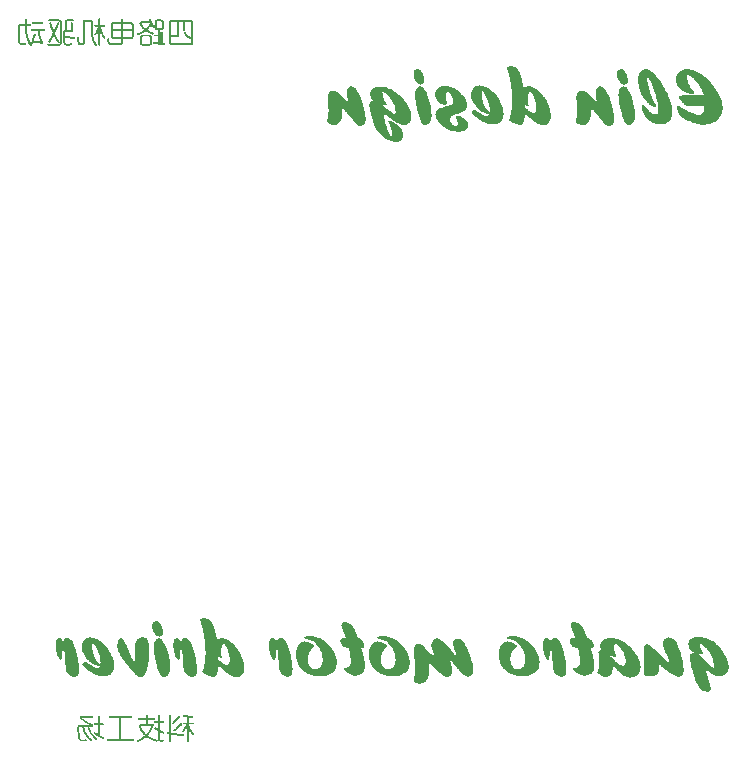
<source format=gbo>
G04*
G04 #@! TF.GenerationSoftware,Altium Limited,Altium Designer,20.0.2 (26)*
G04*
G04 Layer_Color=32896*
%FSLAX25Y25*%
%MOIN*%
G70*
G01*
G75*
G36*
X520343Y371939D02*
X520565Y371912D01*
X520676Y371884D01*
X520731Y371856D01*
X520926Y371745D01*
X521065Y371634D01*
X521176Y371550D01*
X521231Y371495D01*
X521398Y371301D01*
X521565Y371078D01*
X521815Y370606D01*
X521926Y370384D01*
X522009Y370217D01*
X522037Y370106D01*
X522064Y370051D01*
X522176Y369690D01*
X522259Y369384D01*
X522342Y369079D01*
X522370Y368829D01*
X522398Y368607D01*
X522426Y368468D01*
Y368357D01*
Y368329D01*
X522398Y368079D01*
X522370Y367829D01*
X522314Y367635D01*
X522231Y367468D01*
X522037Y367218D01*
X521787Y367024D01*
X521565Y366913D01*
X521370Y366857D01*
X521231Y366830D01*
X521148D01*
X520926Y366857D01*
X520731Y366913D01*
X520370Y367107D01*
X520204Y367191D01*
X520093Y367274D01*
X520037Y367329D01*
X520010Y367357D01*
X519815Y367579D01*
X519649Y367801D01*
X519343Y368246D01*
X519260Y368440D01*
X519176Y368579D01*
X519149Y368690D01*
X519121Y368718D01*
X519010Y369051D01*
X518926Y369357D01*
X518871Y369662D01*
X518815Y369940D01*
Y370190D01*
X518788Y370356D01*
Y370495D01*
Y370523D01*
Y370801D01*
X518843Y371023D01*
X518899Y371217D01*
X518954Y371384D01*
X519010Y371495D01*
X519065Y371578D01*
X519093Y371606D01*
X519121Y371634D01*
X519260Y371745D01*
X519399Y371828D01*
X519732Y371939D01*
X519871D01*
X519982Y371967D01*
X520093D01*
X520343Y371939D01*
D02*
G37*
G36*
X452528Y371939D02*
X452751Y371912D01*
X452862Y371884D01*
X452917Y371856D01*
X453112Y371745D01*
X453250Y371634D01*
X453362Y371550D01*
X453417Y371495D01*
X453584Y371301D01*
X453750Y371078D01*
X454000Y370606D01*
X454111Y370384D01*
X454195Y370217D01*
X454222Y370106D01*
X454250Y370051D01*
X454361Y369690D01*
X454445Y369384D01*
X454528Y369079D01*
X454556Y368829D01*
X454583Y368607D01*
X454611Y368468D01*
Y368357D01*
Y368329D01*
X454583Y368079D01*
X454556Y367829D01*
X454500Y367635D01*
X454417Y367468D01*
X454222Y367218D01*
X453972Y367024D01*
X453750Y366913D01*
X453556Y366857D01*
X453417Y366830D01*
X453334D01*
X453112Y366857D01*
X452917Y366913D01*
X452556Y367107D01*
X452390Y367191D01*
X452279Y367274D01*
X452223Y367329D01*
X452195Y367357D01*
X452001Y367579D01*
X451834Y367801D01*
X451529Y368246D01*
X451445Y368440D01*
X451362Y368579D01*
X451334Y368690D01*
X451306Y368718D01*
X451195Y369051D01*
X451112Y369357D01*
X451057Y369662D01*
X451001Y369940D01*
Y370190D01*
X450973Y370356D01*
Y370495D01*
Y370523D01*
Y370801D01*
X451029Y371023D01*
X451084Y371217D01*
X451140Y371384D01*
X451195Y371495D01*
X451251Y371578D01*
X451279Y371606D01*
X451306Y371634D01*
X451445Y371745D01*
X451584Y371828D01*
X451918Y371939D01*
X452056D01*
X452167Y371967D01*
X452279D01*
X452528Y371939D01*
D02*
G37*
G36*
X513345Y366191D02*
X513622Y366135D01*
X513872Y366024D01*
X514094Y365913D01*
X514261Y365802D01*
X514400Y365691D01*
X514483Y365635D01*
X514511Y365608D01*
X514817Y365247D01*
X515122Y364830D01*
X515372Y364386D01*
X515594Y363969D01*
X515761Y363608D01*
X515900Y363303D01*
X515955Y363192D01*
X515983Y363108D01*
X516011Y363053D01*
Y363025D01*
X516288Y362303D01*
X516427Y361942D01*
X516538Y361609D01*
X516622Y361359D01*
X516705Y361137D01*
X516733Y360998D01*
X516760Y360942D01*
X516872Y360526D01*
X516983Y360137D01*
X517094Y359776D01*
X517177Y359471D01*
X517233Y359193D01*
X517288Y358971D01*
X517344Y358860D01*
Y358804D01*
X517427Y358415D01*
X517510Y358054D01*
X517566Y357749D01*
X517621Y357443D01*
X517677Y357193D01*
X517705Y357027D01*
X517732Y356916D01*
Y356860D01*
X517788Y356527D01*
X517816Y356222D01*
X517843Y355972D01*
Y355749D01*
X517871Y355555D01*
Y355416D01*
Y355333D01*
Y355305D01*
X517843Y354944D01*
X517788Y354639D01*
X517705Y354361D01*
X517593Y354111D01*
X517510Y353917D01*
X517427Y353778D01*
X517371Y353694D01*
X517344Y353667D01*
X517121Y353445D01*
X516899Y353306D01*
X516677Y353194D01*
X516455Y353111D01*
X516261Y353056D01*
X516094Y353028D01*
X515955D01*
X515733Y353056D01*
X515511Y353111D01*
X515344Y353167D01*
X515177Y353278D01*
X515039Y353361D01*
X514928Y353417D01*
X514872Y353472D01*
X514844Y353500D01*
X514594Y353833D01*
X514344Y354139D01*
X514233Y354250D01*
X514150Y354361D01*
X514122Y354416D01*
X514094Y354444D01*
X513678Y354972D01*
X513261Y355499D01*
X512845Y356027D01*
X512456Y356499D01*
X512095Y356916D01*
X511956Y357082D01*
X511817Y357249D01*
X511706Y357360D01*
X511623Y357443D01*
X511595Y357499D01*
X511567Y357527D01*
X511345Y357777D01*
X511123Y357999D01*
X510956Y358165D01*
X510929Y358193D01*
X510901Y358221D01*
X510596Y358554D01*
X510318Y358887D01*
X510179Y359054D01*
X510068Y359165D01*
X510012Y359248D01*
X509985Y359276D01*
X509929Y359221D01*
X509985Y358832D01*
X510012Y358499D01*
X510040Y358165D01*
Y357915D01*
X510068Y357693D01*
Y357527D01*
Y357416D01*
Y357388D01*
X510040Y356971D01*
X510012Y356555D01*
X509957Y356222D01*
X509901Y355888D01*
X509846Y355638D01*
X509790Y355444D01*
X509735Y355333D01*
Y355277D01*
X509596Y354944D01*
X509457Y354666D01*
X509290Y354416D01*
X509124Y354222D01*
X509013Y354055D01*
X508902Y353944D01*
X508818Y353861D01*
X508790Y353833D01*
X508540Y353667D01*
X508291Y353555D01*
X508068Y353445D01*
X507846Y353389D01*
X507652Y353361D01*
X507513Y353333D01*
X507374D01*
X507013Y353361D01*
X506624Y353472D01*
X506486Y353500D01*
X506347Y353555D01*
X506263Y353583D01*
X506236D01*
X505986Y353694D01*
X505763Y353805D01*
X505569Y353917D01*
X505430Y354000D01*
X505291Y354083D01*
X505208Y354167D01*
X505153Y354194D01*
X505125Y354222D01*
X505014Y354333D01*
X504986Y354444D01*
X504958Y354527D01*
Y354555D01*
Y354639D01*
X504986Y354722D01*
X505014Y354944D01*
X505069Y355138D01*
X505097Y355194D01*
Y355222D01*
X505236Y355583D01*
X505319Y355916D01*
X505347Y356027D01*
X505375Y356138D01*
X505403Y356194D01*
Y356222D01*
X505430Y356555D01*
X505458Y356916D01*
X505486Y357277D01*
Y357610D01*
X505514Y357915D01*
Y358165D01*
Y358332D01*
Y358360D01*
Y358387D01*
X505486Y359304D01*
X505458Y359720D01*
X505430Y360109D01*
X505403Y360442D01*
X505375Y360720D01*
X505347Y360887D01*
Y360915D01*
Y360942D01*
X505319Y361303D01*
X505291Y361609D01*
X505264Y361887D01*
X505236Y362081D01*
Y362247D01*
Y362386D01*
Y362442D01*
Y362470D01*
X505264Y362914D01*
X505291Y363275D01*
X505375Y363580D01*
X505430Y363830D01*
X505514Y364025D01*
X505597Y364164D01*
X505625Y364219D01*
X505652Y364247D01*
X505819Y364414D01*
X506013Y364552D01*
X506236Y364636D01*
X506458Y364719D01*
X506652Y364747D01*
X506819Y364775D01*
X507207D01*
X507402Y364719D01*
X507791Y364636D01*
X507930Y364580D01*
X508041Y364525D01*
X508124Y364497D01*
X508152Y364469D01*
X508374Y364330D01*
X508596Y364191D01*
X508985Y363858D01*
X509179Y363719D01*
X509318Y363608D01*
X509401Y363525D01*
X509429Y363497D01*
X509707Y363219D01*
X510040Y362914D01*
X510373Y362581D01*
X510679Y362247D01*
X510956Y361970D01*
X511179Y361720D01*
X511317Y361553D01*
X511345Y361526D01*
X511373Y361498D01*
X512151Y360554D01*
X512206Y360609D01*
X512012Y361470D01*
X511873Y362220D01*
X511817Y362581D01*
X511790Y362886D01*
X511762Y363164D01*
X511706Y363414D01*
Y363636D01*
X511679Y363830D01*
Y363997D01*
X511651Y364136D01*
Y364247D01*
Y364330D01*
Y364358D01*
Y364386D01*
X511679Y364719D01*
X511706Y364997D01*
X511790Y365247D01*
X511873Y365441D01*
X511984Y365635D01*
X512095Y365774D01*
X512345Y365997D01*
X512595Y366135D01*
X512817Y366191D01*
X512984Y366219D01*
X513039D01*
X513345Y366191D01*
D02*
G37*
G36*
X430451Y366191D02*
X430729Y366135D01*
X430979Y366024D01*
X431201Y365913D01*
X431368Y365802D01*
X431506Y365691D01*
X431590Y365635D01*
X431618Y365608D01*
X431923Y365247D01*
X432229Y364830D01*
X432479Y364386D01*
X432701Y363969D01*
X432867Y363608D01*
X433006Y363303D01*
X433062Y363192D01*
X433089Y363108D01*
X433117Y363053D01*
Y363025D01*
X433395Y362303D01*
X433534Y361942D01*
X433645Y361609D01*
X433728Y361359D01*
X433811Y361137D01*
X433839Y360998D01*
X433867Y360942D01*
X433978Y360526D01*
X434089Y360137D01*
X434200Y359776D01*
X434283Y359471D01*
X434339Y359193D01*
X434395Y358971D01*
X434450Y358860D01*
Y358804D01*
X434534Y358415D01*
X434617Y358054D01*
X434672Y357749D01*
X434728Y357443D01*
X434783Y357193D01*
X434811Y357027D01*
X434839Y356916D01*
Y356860D01*
X434895Y356527D01*
X434922Y356221D01*
X434950Y355972D01*
Y355749D01*
X434978Y355555D01*
Y355416D01*
Y355333D01*
Y355305D01*
X434950Y354944D01*
X434895Y354639D01*
X434811Y354361D01*
X434700Y354111D01*
X434617Y353917D01*
X434534Y353778D01*
X434478Y353694D01*
X434450Y353667D01*
X434228Y353444D01*
X434006Y353306D01*
X433784Y353194D01*
X433562Y353111D01*
X433367Y353056D01*
X433201Y353028D01*
X433062D01*
X432839Y353056D01*
X432617Y353111D01*
X432451Y353167D01*
X432284Y353278D01*
X432145Y353361D01*
X432034Y353417D01*
X431979Y353472D01*
X431951Y353500D01*
X431701Y353833D01*
X431451Y354139D01*
X431340Y354250D01*
X431257Y354361D01*
X431229Y354416D01*
X431201Y354444D01*
X430785Y354972D01*
X430368Y355499D01*
X429951Y356027D01*
X429563Y356499D01*
X429202Y356916D01*
X429063Y357082D01*
X428924Y357249D01*
X428813Y357360D01*
X428729Y357443D01*
X428702Y357499D01*
X428674Y357527D01*
X428452Y357777D01*
X428230Y357999D01*
X428063Y358165D01*
X428035Y358193D01*
X428008Y358221D01*
X427702Y358554D01*
X427424Y358887D01*
X427285Y359054D01*
X427174Y359165D01*
X427119Y359248D01*
X427091Y359276D01*
X427036Y359221D01*
X427091Y358832D01*
X427119Y358499D01*
X427147Y358165D01*
Y357915D01*
X427174Y357693D01*
Y357527D01*
Y357416D01*
Y357388D01*
X427147Y356971D01*
X427119Y356555D01*
X427063Y356221D01*
X427008Y355888D01*
X426952Y355638D01*
X426897Y355444D01*
X426841Y355333D01*
Y355277D01*
X426702Y354944D01*
X426564Y354666D01*
X426397Y354416D01*
X426230Y354222D01*
X426119Y354055D01*
X426008Y353944D01*
X425925Y353861D01*
X425897Y353833D01*
X425647Y353667D01*
X425397Y353555D01*
X425175Y353444D01*
X424953Y353389D01*
X424758Y353361D01*
X424620Y353333D01*
X424481D01*
X424120Y353361D01*
X423731Y353472D01*
X423592Y353500D01*
X423453Y353555D01*
X423370Y353583D01*
X423342D01*
X423092Y353694D01*
X422870Y353805D01*
X422676Y353917D01*
X422537Y354000D01*
X422398Y354083D01*
X422315Y354167D01*
X422259Y354194D01*
X422231Y354222D01*
X422120Y354333D01*
X422092Y354444D01*
X422065Y354527D01*
Y354555D01*
Y354639D01*
X422092Y354722D01*
X422120Y354944D01*
X422176Y355138D01*
X422204Y355194D01*
Y355222D01*
X422342Y355583D01*
X422426Y355916D01*
X422453Y356027D01*
X422481Y356138D01*
X422509Y356194D01*
Y356221D01*
X422537Y356555D01*
X422565Y356916D01*
X422592Y357277D01*
Y357610D01*
X422620Y357915D01*
Y358165D01*
Y358332D01*
Y358360D01*
Y358387D01*
X422592Y359304D01*
X422565Y359720D01*
X422537Y360109D01*
X422509Y360442D01*
X422481Y360720D01*
X422453Y360887D01*
Y360915D01*
Y360942D01*
X422426Y361303D01*
X422398Y361609D01*
X422370Y361887D01*
X422342Y362081D01*
Y362247D01*
Y362386D01*
Y362442D01*
Y362470D01*
X422370Y362914D01*
X422398Y363275D01*
X422481Y363580D01*
X422537Y363830D01*
X422620Y364025D01*
X422703Y364164D01*
X422731Y364219D01*
X422759Y364247D01*
X422926Y364414D01*
X423120Y364552D01*
X423342Y364636D01*
X423564Y364719D01*
X423759Y364747D01*
X423925Y364775D01*
X424314D01*
X424508Y364719D01*
X424897Y364636D01*
X425036Y364580D01*
X425147Y364525D01*
X425231Y364497D01*
X425258Y364469D01*
X425480Y364330D01*
X425703Y364191D01*
X426091Y363858D01*
X426286Y363719D01*
X426425Y363608D01*
X426508Y363525D01*
X426536Y363497D01*
X426813Y363219D01*
X427147Y362914D01*
X427480Y362581D01*
X427785Y362247D01*
X428063Y361970D01*
X428285Y361720D01*
X428424Y361553D01*
X428452Y361526D01*
X428480Y361498D01*
X429257Y360554D01*
X429313Y360609D01*
X429118Y361470D01*
X428979Y362220D01*
X428924Y362581D01*
X428896Y362886D01*
X428868Y363164D01*
X428813Y363414D01*
Y363636D01*
X428785Y363830D01*
Y363997D01*
X428757Y364136D01*
Y364247D01*
Y364330D01*
Y364358D01*
Y364386D01*
X428785Y364719D01*
X428813Y364997D01*
X428896Y365247D01*
X428979Y365441D01*
X429090Y365635D01*
X429202Y365774D01*
X429452Y365997D01*
X429702Y366135D01*
X429924Y366191D01*
X430090Y366219D01*
X430146D01*
X430451Y366191D01*
D02*
G37*
G36*
X528646Y371939D02*
X528979Y371884D01*
X529285Y371773D01*
X529535Y371689D01*
X529729Y371578D01*
X529896Y371467D01*
X530007Y371412D01*
X530034Y371384D01*
X530507Y371023D01*
X530951Y370606D01*
X531395Y370190D01*
X531756Y369773D01*
X532090Y369412D01*
X532339Y369107D01*
X532423Y368996D01*
X532506Y368912D01*
X532534Y368857D01*
X532562Y368829D01*
X533034Y368190D01*
X533478Y367552D01*
X533867Y366941D01*
X534228Y366357D01*
X534506Y365885D01*
X534644Y365663D01*
X534728Y365497D01*
X534811Y365330D01*
X534867Y365219D01*
X534922Y365163D01*
Y365136D01*
X535283Y364386D01*
X535644Y363636D01*
X535922Y362970D01*
X536172Y362359D01*
X536255Y362081D01*
X536366Y361831D01*
X536422Y361609D01*
X536505Y361442D01*
X536560Y361276D01*
X536588Y361164D01*
X536616Y361109D01*
Y361081D01*
X536838Y360359D01*
X536977Y359693D01*
X537088Y359109D01*
X537171Y358582D01*
X537227Y358165D01*
Y357999D01*
X537255Y357860D01*
Y357721D01*
Y357638D01*
Y357610D01*
Y357582D01*
X537199Y356916D01*
X537088Y356332D01*
X536894Y355833D01*
X536699Y355416D01*
X536505Y355055D01*
X536310Y354805D01*
X536199Y354666D01*
X536144Y354611D01*
X535700Y354250D01*
X535200Y353972D01*
X534700Y353778D01*
X534256Y353639D01*
X533839Y353555D01*
X533645Y353528D01*
X533506D01*
X533367Y353500D01*
X533200D01*
X532645Y353528D01*
X532145Y353639D01*
X531645Y353778D01*
X531229Y353917D01*
X530868Y354083D01*
X530590Y354194D01*
X530479Y354250D01*
X530396Y354305D01*
X530368Y354333D01*
X530340D01*
X529840Y354666D01*
X529368Y355055D01*
X528979Y355416D01*
X528646Y355777D01*
X528396Y356083D01*
X528202Y356332D01*
X528063Y356499D01*
X528035Y356527D01*
Y356555D01*
X527730Y357055D01*
X527507Y357554D01*
X527341Y358054D01*
X527230Y358471D01*
X527174Y358832D01*
X527119Y359109D01*
Y359221D01*
Y359304D01*
Y359332D01*
Y359360D01*
X527146Y359582D01*
X527174Y359748D01*
X527257Y359859D01*
X527313Y359943D01*
X527396Y359998D01*
X527480Y360026D01*
X527535D01*
X527674Y359998D01*
X527813Y359915D01*
X527952Y359776D01*
X528091Y359637D01*
X528229Y359471D01*
X528340Y359360D01*
X528396Y359248D01*
X528424Y359221D01*
X528701Y358832D01*
X529007Y358499D01*
X529285Y358221D01*
X529535Y357971D01*
X529757Y357777D01*
X529923Y357610D01*
X530034Y357527D01*
X530090Y357499D01*
X530423Y357277D01*
X530729Y357138D01*
X530979Y357027D01*
X531229Y356943D01*
X531423Y356888D01*
X531562Y356860D01*
X531701D01*
X531867Y356888D01*
X531978Y356916D01*
X532173Y357055D01*
X532312Y357193D01*
X532339Y357221D01*
Y357249D01*
X532395Y357416D01*
X532423Y357610D01*
X532478Y358027D01*
X532506Y358221D01*
Y358387D01*
Y358499D01*
Y358526D01*
X532478Y359248D01*
X532450Y359582D01*
X532423Y359887D01*
Y360137D01*
X532395Y360331D01*
X532367Y360442D01*
Y360498D01*
X532284Y360887D01*
X532201Y361276D01*
X532117Y361692D01*
X532006Y362081D01*
X531923Y362414D01*
X531840Y362664D01*
X531812Y362775D01*
Y362859D01*
X531784Y362886D01*
Y362914D01*
X531617Y363497D01*
X531423Y364080D01*
X531229Y364691D01*
X531034Y365275D01*
X530868Y365774D01*
X530784Y365969D01*
X530729Y366163D01*
X530673Y366302D01*
X530618Y366441D01*
X530590Y366496D01*
Y366524D01*
X530284Y367246D01*
X530146Y367579D01*
X530007Y367885D01*
X529896Y368107D01*
X529785Y368301D01*
X529729Y368440D01*
X529701Y368468D01*
X529507Y368801D01*
X529368Y369023D01*
X529229Y369190D01*
X529118Y369329D01*
X529063Y369384D01*
X529007Y369412D01*
X528952Y369440D01*
X528868Y369412D01*
X528840Y369329D01*
X528813Y369218D01*
Y369190D01*
X528840Y368829D01*
X528868Y368412D01*
X528924Y367996D01*
X528979Y367607D01*
X529063Y367218D01*
X529118Y366941D01*
X529146Y366830D01*
Y366746D01*
X529174Y366691D01*
Y366663D01*
X529313Y366052D01*
X529451Y365469D01*
X529618Y364941D01*
X529757Y364469D01*
X529868Y364080D01*
X529979Y363775D01*
X530007Y363636D01*
X530034Y363580D01*
X530062Y363525D01*
Y363497D01*
X530146Y363303D01*
X530173Y363164D01*
X530229Y363081D01*
Y363053D01*
X530257Y362942D01*
X530312Y362831D01*
X530340Y362775D01*
Y362747D01*
X530562Y362220D01*
X530757Y361775D01*
X530951Y361387D01*
X531117Y361081D01*
X531229Y360831D01*
X531340Y360665D01*
X531395Y360554D01*
X531423Y360526D01*
X531534Y360331D01*
X531617Y360165D01*
X531673Y360026D01*
X531701Y359943D01*
X531756Y359804D01*
Y359748D01*
X531729Y359637D01*
X531673Y359554D01*
X531534Y359471D01*
X531367Y359415D01*
X531312D01*
X531117Y359443D01*
X530951Y359471D01*
X530590Y359609D01*
X530423Y359693D01*
X530312Y359748D01*
X530229Y359776D01*
X530201Y359804D01*
X529951Y359970D01*
X529729Y360137D01*
X529507Y360331D01*
X529285Y360498D01*
X529118Y360665D01*
X528979Y360804D01*
X528896Y360887D01*
X528868Y360915D01*
X528340Y361498D01*
X527896Y362081D01*
X527507Y362664D01*
X527174Y363192D01*
X526924Y363664D01*
X526813Y363886D01*
X526730Y364053D01*
X526674Y364191D01*
X526619Y364302D01*
X526591Y364358D01*
Y364386D01*
X526313Y365136D01*
X526119Y365858D01*
X525952Y366552D01*
X525869Y367191D01*
X525813Y367441D01*
Y367718D01*
X525786Y367913D01*
X525758Y368107D01*
Y368274D01*
Y368385D01*
Y368440D01*
Y368468D01*
Y368829D01*
X525813Y369162D01*
X525869Y369468D01*
X525924Y369745D01*
X525980Y369940D01*
X526036Y370107D01*
X526063Y370217D01*
X526091Y370245D01*
X526230Y370523D01*
X526369Y370773D01*
X526536Y370995D01*
X526674Y371162D01*
X526813Y371301D01*
X526896Y371412D01*
X526980Y371467D01*
X527008Y371495D01*
X527230Y371662D01*
X527452Y371773D01*
X527674Y371856D01*
X527868Y371912D01*
X528063Y371939D01*
X528202Y371967D01*
X528313D01*
X528646Y371939D01*
D02*
G37*
G36*
X542753D02*
X543170Y371884D01*
X543559Y371800D01*
X543920Y371717D01*
X544225Y371634D01*
X544475Y371550D01*
X544641Y371495D01*
X544669Y371467D01*
X544697D01*
X545169Y371273D01*
X545613Y371023D01*
X546058Y370801D01*
X546447Y370579D01*
X546780Y370356D01*
X547057Y370190D01*
X547224Y370079D01*
X547252Y370051D01*
X547280D01*
X547752Y369690D01*
X548224Y369357D01*
X548640Y368996D01*
X548974Y368690D01*
X549279Y368412D01*
X549501Y368190D01*
X549640Y368052D01*
X549696Y367996D01*
X550140Y367496D01*
X550584Y367024D01*
X550945Y366524D01*
X551278Y366080D01*
X551556Y365691D01*
X551778Y365413D01*
X551834Y365302D01*
X551890Y365219D01*
X551945Y365163D01*
Y365136D01*
X552278Y364552D01*
X552584Y363969D01*
X552861Y363442D01*
X553084Y362970D01*
X553250Y362553D01*
X553306Y362386D01*
X553361Y362248D01*
X553417Y362137D01*
X553445Y362053D01*
X553472Y361998D01*
Y361970D01*
X553639Y361387D01*
X553778Y360859D01*
X553861Y360359D01*
X553944Y359943D01*
X553972Y359582D01*
X554000Y359304D01*
Y359137D01*
Y359109D01*
Y359082D01*
X553972Y358499D01*
X553861Y357971D01*
X553722Y357471D01*
X553583Y357055D01*
X553417Y356694D01*
X553306Y356416D01*
X553195Y356249D01*
X553167Y356222D01*
Y356194D01*
X552834Y355722D01*
X552445Y355333D01*
X552056Y354972D01*
X551695Y354666D01*
X551362Y354444D01*
X551084Y354278D01*
X550973Y354222D01*
X550890Y354167D01*
X550862Y354139D01*
X550834D01*
X550251Y353889D01*
X549668Y353722D01*
X549113Y353583D01*
X548585Y353500D01*
X548140Y353445D01*
X547946D01*
X547780Y353417D01*
X547474D01*
X547057Y353445D01*
X546697Y353472D01*
X546530Y353500D01*
X546419D01*
X546336Y353528D01*
X546308D01*
X545586Y353722D01*
X544919Y353917D01*
X544280Y354139D01*
X543725Y354333D01*
X543225Y354527D01*
X543031Y354611D01*
X542864Y354666D01*
X542753Y354722D01*
X542642Y354777D01*
X542587Y354805D01*
X542559D01*
X541920Y355111D01*
X541365Y355388D01*
X540920Y355638D01*
X540559Y355833D01*
X540282Y356027D01*
X540087Y356166D01*
X539976Y356249D01*
X539948Y356277D01*
X539837Y356388D01*
X539754Y356499D01*
X539587Y356777D01*
X539504Y356888D01*
X539476Y356999D01*
X539421Y357055D01*
Y357082D01*
X539226Y357527D01*
X539087Y357888D01*
X539032Y358054D01*
X539004Y358165D01*
X538976Y358249D01*
Y358276D01*
X538865Y358721D01*
X538838Y358887D01*
X538810Y359054D01*
X538782Y359193D01*
Y359304D01*
Y359360D01*
Y359387D01*
Y359526D01*
X538810Y359637D01*
X538865Y359720D01*
X538893Y359776D01*
X539004Y359832D01*
X539032D01*
X539143Y359804D01*
X539282Y359748D01*
X539615Y359582D01*
X539754Y359498D01*
X539893Y359415D01*
X540004Y359360D01*
X540032Y359332D01*
X540115Y359276D01*
X540198Y359221D01*
X540420Y359082D01*
X540587Y358971D01*
X540643Y358915D01*
X540670D01*
X541143Y358637D01*
X541753Y358304D01*
X542337Y358027D01*
X542837Y357777D01*
X543281Y357554D01*
X543670Y357416D01*
X543947Y357277D01*
X544031Y357249D01*
X544114Y357221D01*
X544142Y357193D01*
X544169D01*
X544641Y357027D01*
X545030Y356916D01*
X545364Y356805D01*
X545669Y356749D01*
X545891Y356721D01*
X546030Y356694D01*
X546169D01*
X546419Y356721D01*
X546641Y356805D01*
X546835Y356943D01*
X547030Y357082D01*
X547169Y357221D01*
X547280Y357360D01*
X547363Y357443D01*
X547391Y357471D01*
X547585Y357777D01*
X547724Y358082D01*
X547807Y358387D01*
X547863Y358665D01*
X547918Y358887D01*
X547946Y359082D01*
Y359193D01*
Y359248D01*
Y359582D01*
X543086Y359554D01*
X542670Y359609D01*
X542253Y359748D01*
X541864Y359915D01*
X541503Y360137D01*
X541198Y360359D01*
X540948Y360526D01*
X540781Y360665D01*
X540726Y360720D01*
X540504Y360942D01*
X540282Y361164D01*
X539948Y361553D01*
X539726Y361859D01*
X539560Y362137D01*
X539448Y362331D01*
X539421Y362470D01*
X539393Y362553D01*
Y362581D01*
Y362692D01*
X539448Y362775D01*
X539587Y362942D01*
X539782Y363053D01*
X539976Y363108D01*
X540198Y363164D01*
X540393Y363192D01*
X547696D01*
X547557Y363886D01*
X547446Y364191D01*
X547363Y364469D01*
X547280Y364719D01*
X547196Y364914D01*
X547169Y365024D01*
X547141Y365080D01*
X546780Y365802D01*
X546585Y366108D01*
X546419Y366413D01*
X546252Y366635D01*
X546141Y366830D01*
X546058Y366968D01*
X546030Y366996D01*
X545752Y367385D01*
X545447Y367746D01*
X545114Y368079D01*
X544808Y368385D01*
X544530Y368635D01*
X544308Y368857D01*
X544169Y368968D01*
X544114Y369023D01*
X543697Y369384D01*
X543336Y369634D01*
X543031Y369829D01*
X542809Y369940D01*
X542642Y370023D01*
X542503Y370051D01*
X542448Y370079D01*
X542420D01*
X542309Y370051D01*
X542253Y369995D01*
X542142Y369829D01*
X542114Y369662D01*
Y369607D01*
Y369579D01*
Y369329D01*
X542170Y369051D01*
X542226Y368774D01*
X542281Y368496D01*
X542337Y368274D01*
X542392Y368052D01*
X542420Y367940D01*
X542448Y367885D01*
X542587Y367496D01*
X542698Y367163D01*
X542837Y366830D01*
X542947Y366552D01*
X543059Y366330D01*
X543114Y366163D01*
X543170Y366052D01*
X543197Y366024D01*
X543364Y365747D01*
X543531Y365524D01*
X543697Y365330D01*
X543836Y365163D01*
X543947Y365024D01*
X544058Y364941D01*
X544114Y364886D01*
X544142Y364858D01*
X544280Y364691D01*
X544392Y364552D01*
X544447Y364414D01*
X544503Y364330D01*
X544558Y364191D01*
Y364136D01*
X544530Y364025D01*
X544447Y363942D01*
X544308Y363858D01*
X544169Y363830D01*
X544031Y363803D01*
X543892Y363775D01*
X543781D01*
X543475Y363803D01*
X543170Y363830D01*
X542837Y363914D01*
X542531Y363997D01*
X542281Y364053D01*
X542087Y364136D01*
X541948Y364164D01*
X541892Y364191D01*
X541559Y364330D01*
X541226Y364497D01*
X540948Y364664D01*
X540698Y364802D01*
X540504Y364914D01*
X540365Y365024D01*
X540254Y365080D01*
X540226Y365108D01*
X539948Y365302D01*
X539726Y365524D01*
X539532Y365691D01*
X539393Y365885D01*
X539282Y366024D01*
X539171Y366135D01*
X539143Y366191D01*
X539115Y366219D01*
X538865Y366635D01*
X538699Y367024D01*
X538615Y367191D01*
X538560Y367330D01*
X538532Y367413D01*
Y367441D01*
X538393Y367940D01*
X538366Y368163D01*
X538338Y368329D01*
X538310Y368496D01*
Y368607D01*
Y368690D01*
Y368718D01*
Y368968D01*
X538366Y369218D01*
X538504Y369662D01*
X538699Y370051D01*
X538893Y370384D01*
X539115Y370662D01*
X539310Y370856D01*
X539448Y370967D01*
X539476Y371023D01*
X539504D01*
X539976Y371328D01*
X540448Y371578D01*
X540920Y371745D01*
X541365Y371856D01*
X541753Y371912D01*
X542059Y371967D01*
X542337D01*
X542753Y371939D01*
D02*
G37*
G36*
X473495Y366469D02*
X474133Y366330D01*
X474744Y366108D01*
X475300Y365885D01*
X475772Y365663D01*
X475966Y365552D01*
X476133Y365441D01*
X476272Y365358D01*
X476383Y365302D01*
X476438Y365275D01*
X476466Y365247D01*
X477022Y364830D01*
X477521Y364386D01*
X477966Y363969D01*
X478327Y363553D01*
X478632Y363192D01*
X478854Y362886D01*
X478938Y362775D01*
X478993Y362720D01*
X479049Y362664D01*
Y362636D01*
X479354Y362137D01*
X479632Y361637D01*
X479882Y361137D01*
X480076Y360692D01*
X480243Y360304D01*
X480354Y360026D01*
X480409Y359915D01*
X480437Y359832D01*
X480465Y359776D01*
Y359748D01*
X480632Y359193D01*
X480770Y358665D01*
X480854Y358221D01*
X480937Y357804D01*
X480965Y357471D01*
X480993Y357221D01*
Y357055D01*
Y357027D01*
Y356999D01*
X480937Y356444D01*
X480826Y355944D01*
X480687Y355499D01*
X480493Y355138D01*
X480298Y354833D01*
X480160Y354611D01*
X480049Y354500D01*
X479993Y354444D01*
X479604Y354139D01*
X479160Y353889D01*
X478716Y353722D01*
X478271Y353611D01*
X477910Y353555D01*
X477605Y353528D01*
X477494Y353500D01*
X477327D01*
X476799Y353528D01*
X476549Y353583D01*
X476327Y353639D01*
X476133Y353667D01*
X475966Y353722D01*
X475855Y353750D01*
X475828D01*
X475189Y353972D01*
X474911Y354083D01*
X474633Y354194D01*
X474411Y354278D01*
X474245Y354361D01*
X474133Y354416D01*
X474106Y354444D01*
X473467Y354833D01*
X473162Y355000D01*
X472884Y355194D01*
X472662Y355361D01*
X472495Y355472D01*
X472356Y355555D01*
X472328Y355583D01*
X471995Y355833D01*
X471690Y356083D01*
X471412Y356332D01*
X471162Y356527D01*
X470968Y356721D01*
X470829Y356860D01*
X470718Y356943D01*
X470690Y356971D01*
X470551Y357110D01*
X470468Y357249D01*
X470357Y357443D01*
X470301Y357554D01*
Y357610D01*
X470329Y357693D01*
X470357Y357777D01*
X470468Y357915D01*
X470607Y358027D01*
X470635Y358054D01*
X470662D01*
X470912Y358193D01*
X471162Y358249D01*
X471329Y358276D01*
X471412D01*
X471551Y358249D01*
X471745Y358165D01*
X471940Y358054D01*
X472162Y357943D01*
X472356Y357804D01*
X472495Y357693D01*
X472606Y357610D01*
X472662Y357582D01*
X473217Y357193D01*
X473745Y356916D01*
X474161Y356694D01*
X474550Y356555D01*
X474856Y356471D01*
X475050Y356444D01*
X475189Y356416D01*
X475244D01*
X475550Y356444D01*
X475772Y356555D01*
X475966Y356666D01*
X476105Y356832D01*
X476189Y356971D01*
X476272Y357110D01*
X476299Y357193D01*
Y357221D01*
X476077Y357138D01*
X475883Y357110D01*
X475744Y357082D01*
X475689D01*
X475439Y357110D01*
X475189Y357166D01*
X474939Y357249D01*
X474689Y357332D01*
X474495Y357416D01*
X474328Y357499D01*
X474217Y357554D01*
X474189Y357582D01*
X473856Y357777D01*
X473523Y358027D01*
X473217Y358249D01*
X472939Y358471D01*
X472717Y358693D01*
X472551Y358860D01*
X472412Y358971D01*
X472384Y358998D01*
X471995Y359415D01*
X471662Y359804D01*
X471356Y360193D01*
X471134Y360526D01*
X470940Y360831D01*
X470829Y361053D01*
X470746Y361192D01*
X470718Y361248D01*
X470523Y361692D01*
X470385Y362109D01*
X470273Y362497D01*
X470218Y362831D01*
X470162Y363108D01*
X470135Y363331D01*
Y363469D01*
Y363525D01*
X470162Y364025D01*
X470246Y364441D01*
X470357Y364830D01*
X470496Y365136D01*
X470635Y365386D01*
X470746Y365580D01*
X470829Y365691D01*
X470857Y365719D01*
X471134Y365997D01*
X471468Y366191D01*
X471801Y366330D01*
X472106Y366413D01*
X472384Y366496D01*
X472634Y366524D01*
X473162D01*
X473495Y366469D01*
D02*
G37*
G36*
X521231Y366191D02*
X521454Y366135D01*
X521648Y366052D01*
X521815Y365969D01*
X521953Y365858D01*
X522037Y365774D01*
X522092Y365719D01*
X522120Y365691D01*
X522314Y365441D01*
X522481Y365163D01*
X522842Y364525D01*
X523147Y363858D01*
X523425Y363219D01*
X523675Y362609D01*
X523759Y362359D01*
X523842Y362109D01*
X523897Y361942D01*
X523953Y361775D01*
X523981Y361692D01*
Y361664D01*
X524258Y360665D01*
X524453Y359720D01*
X524592Y358860D01*
X524647Y358471D01*
X524675Y358138D01*
X524730Y357804D01*
Y357527D01*
X524758Y357277D01*
X524786Y357055D01*
Y356888D01*
Y356777D01*
Y356694D01*
Y356666D01*
Y356305D01*
X524758Y355999D01*
X524730Y355722D01*
X524675Y355499D01*
X524647Y355305D01*
X524619Y355166D01*
X524592Y355083D01*
Y355055D01*
X524508Y354833D01*
X524397Y354611D01*
X524286Y354416D01*
X524175Y354250D01*
X524064Y354111D01*
X523981Y354000D01*
X523925Y353917D01*
X523897Y353889D01*
X523703Y353722D01*
X523509Y353611D01*
X523314Y353528D01*
X523147Y353445D01*
X523009Y353417D01*
X522898Y353389D01*
X522814Y353361D01*
X522759D01*
X522426Y353389D01*
X522176Y353472D01*
X522009Y353528D01*
X521981Y353555D01*
X521953D01*
X521759Y353722D01*
X521620Y353917D01*
X521343Y354361D01*
X521231Y354555D01*
X521148Y354722D01*
X521120Y354861D01*
X521093Y354889D01*
X520787Y355805D01*
X520509Y356666D01*
X520287Y357471D01*
X520204Y357860D01*
X520093Y358193D01*
X520010Y358499D01*
X519954Y358776D01*
X519898Y359026D01*
X519843Y359248D01*
X519815Y359415D01*
X519787Y359526D01*
X519760Y359609D01*
Y359637D01*
X519593Y360470D01*
X519482Y361248D01*
X519371Y361914D01*
X519315Y362497D01*
X519287Y362747D01*
Y362970D01*
Y363164D01*
X519260Y363331D01*
Y363469D01*
Y363553D01*
Y363608D01*
Y363636D01*
X519287Y364053D01*
X519343Y364414D01*
X519399Y364719D01*
X519482Y364997D01*
X519593Y365219D01*
X519649Y365358D01*
X519704Y365469D01*
X519732Y365497D01*
X519926Y365747D01*
X520121Y365913D01*
X520315Y366052D01*
X520509Y366135D01*
X520704Y366191D01*
X520815Y366219D01*
X520954D01*
X521231Y366191D01*
D02*
G37*
G36*
X453417Y366191D02*
X453639Y366135D01*
X453834Y366052D01*
X454000Y365969D01*
X454139Y365858D01*
X454222Y365774D01*
X454278Y365719D01*
X454306Y365691D01*
X454500Y365441D01*
X454667Y365163D01*
X455028Y364525D01*
X455333Y363858D01*
X455611Y363219D01*
X455861Y362609D01*
X455944Y362359D01*
X456027Y362109D01*
X456083Y361942D01*
X456139Y361775D01*
X456166Y361692D01*
Y361664D01*
X456444Y360665D01*
X456638Y359720D01*
X456777Y358860D01*
X456833Y358471D01*
X456860Y358138D01*
X456916Y357804D01*
Y357527D01*
X456944Y357277D01*
X456972Y357054D01*
Y356888D01*
Y356777D01*
Y356694D01*
Y356666D01*
Y356305D01*
X456944Y355999D01*
X456916Y355722D01*
X456860Y355499D01*
X456833Y355305D01*
X456805Y355166D01*
X456777Y355083D01*
Y355055D01*
X456694Y354833D01*
X456583Y354611D01*
X456472Y354416D01*
X456361Y354250D01*
X456250Y354111D01*
X456166Y354000D01*
X456111Y353917D01*
X456083Y353889D01*
X455889Y353722D01*
X455694Y353611D01*
X455500Y353528D01*
X455333Y353444D01*
X455194Y353417D01*
X455083Y353389D01*
X455000Y353361D01*
X454944D01*
X454611Y353389D01*
X454361Y353472D01*
X454195Y353528D01*
X454167Y353555D01*
X454139D01*
X453945Y353722D01*
X453806Y353917D01*
X453528Y354361D01*
X453417Y354555D01*
X453334Y354722D01*
X453306Y354861D01*
X453278Y354889D01*
X452973Y355805D01*
X452695Y356666D01*
X452473Y357471D01*
X452390Y357860D01*
X452279Y358193D01*
X452195Y358499D01*
X452140Y358776D01*
X452084Y359026D01*
X452029Y359248D01*
X452001Y359415D01*
X451973Y359526D01*
X451945Y359609D01*
Y359637D01*
X451779Y360470D01*
X451668Y361248D01*
X451556Y361914D01*
X451501Y362497D01*
X451473Y362747D01*
Y362969D01*
Y363164D01*
X451445Y363331D01*
Y363469D01*
Y363553D01*
Y363608D01*
Y363636D01*
X451473Y364053D01*
X451529Y364414D01*
X451584Y364719D01*
X451668Y364997D01*
X451779Y365219D01*
X451834Y365358D01*
X451890Y365469D01*
X451918Y365497D01*
X452112Y365746D01*
X452306Y365913D01*
X452501Y366052D01*
X452695Y366135D01*
X452889Y366191D01*
X453000Y366219D01*
X453139D01*
X453417Y366191D01*
D02*
G37*
G36*
X440615Y366108D02*
X441254Y365997D01*
X441837Y365858D01*
X442365Y365691D01*
X442837Y365497D01*
X443031Y365441D01*
X443198Y365358D01*
X443309Y365302D01*
X443420Y365247D01*
X443475Y365219D01*
X443503D01*
X444170Y364858D01*
X444781Y364469D01*
X445364Y364080D01*
X445836Y363719D01*
X446252Y363358D01*
X446419Y363219D01*
X446558Y363108D01*
X446669Y362997D01*
X446752Y362914D01*
X446808Y362886D01*
X446836Y362859D01*
X447391Y362303D01*
X447863Y361720D01*
X448280Y361192D01*
X448641Y360692D01*
X448918Y360248D01*
X449029Y360054D01*
X449113Y359915D01*
X449196Y359776D01*
X449224Y359693D01*
X449279Y359637D01*
Y359609D01*
X449585Y358971D01*
X449807Y358332D01*
X449974Y357777D01*
X450085Y357249D01*
X450140Y356832D01*
X450168Y356666D01*
Y356499D01*
X450196Y356388D01*
Y356305D01*
Y356249D01*
Y356221D01*
X450168Y355749D01*
X450085Y355333D01*
X450001Y354972D01*
X449862Y354666D01*
X449751Y354416D01*
X449668Y354250D01*
X449585Y354139D01*
X449557Y354111D01*
X449279Y353861D01*
X449002Y353667D01*
X448696Y353528D01*
X448419Y353444D01*
X448196Y353389D01*
X447974Y353333D01*
X447808D01*
X447419Y353361D01*
X447030Y353444D01*
X446641Y353555D01*
X446280Y353694D01*
X445975Y353833D01*
X445725Y353944D01*
X445558Y354028D01*
X445530Y354055D01*
X445503D01*
X444975Y354389D01*
X444364Y354777D01*
X443753Y355194D01*
X443170Y355610D01*
X442670Y355999D01*
X442448Y356166D01*
X442253Y356305D01*
X442087Y356444D01*
X441976Y356527D01*
X441892Y356582D01*
X441865Y356610D01*
X441698Y356721D01*
X441670Y356749D01*
X441643D01*
X441559Y356860D01*
X441532Y356888D01*
X441143Y357138D01*
X441171Y356888D01*
Y356666D01*
X441198Y356471D01*
Y356332D01*
X441226Y356221D01*
Y356110D01*
Y356083D01*
Y356055D01*
X441393Y355138D01*
X441587Y354194D01*
X441837Y353306D01*
X441976Y352889D01*
X442087Y352500D01*
X442198Y352112D01*
X442309Y351778D01*
X442420Y351501D01*
X442503Y351251D01*
X442587Y351028D01*
X442642Y350890D01*
X442698Y350779D01*
Y350751D01*
X442837Y350445D01*
X442948Y350223D01*
X443059Y350057D01*
X443087Y350029D01*
Y350001D01*
X443170Y349890D01*
X443225Y349807D01*
X443336Y349723D01*
X443420Y349668D01*
X443448D01*
X443531Y349695D01*
X443614Y349807D01*
X443670Y349945D01*
X443698Y350140D01*
Y350306D01*
X443725Y350445D01*
Y350556D01*
Y350584D01*
X443670Y351195D01*
X443642Y351501D01*
X443586Y351806D01*
X443531Y352056D01*
X443503Y352250D01*
X443448Y352361D01*
Y352417D01*
X443336Y352806D01*
X443198Y353139D01*
X443087Y353417D01*
X442976Y353667D01*
X442865Y353861D01*
X442781Y354028D01*
X442753Y354111D01*
X442726Y354139D01*
X442615Y354305D01*
X442587Y354416D01*
X442559Y354472D01*
Y354500D01*
Y354555D01*
X442587Y354611D01*
X442615Y354639D01*
X442642D01*
X442698Y354694D01*
X442726Y354722D01*
X442781D01*
X442948Y354694D01*
X443142Y354639D01*
X443309Y354555D01*
X443336Y354527D01*
X443364D01*
X444086Y354167D01*
X444697Y353833D01*
X445225Y353500D01*
X445642Y353194D01*
X445975Y352945D01*
X446225Y352722D01*
X446363Y352611D01*
X446419Y352556D01*
X446752Y352167D01*
X447030Y351778D01*
X447113Y351639D01*
X447197Y351501D01*
X447224Y351417D01*
X447252Y351390D01*
X447363Y351139D01*
X447419Y350917D01*
X447474Y350695D01*
X447530Y350501D01*
Y350334D01*
X447558Y350195D01*
Y350112D01*
Y350084D01*
X447530Y349751D01*
X447446Y349418D01*
X447335Y349140D01*
X447197Y348890D01*
X447058Y348668D01*
X446947Y348529D01*
X446863Y348418D01*
X446836Y348390D01*
X446558Y348140D01*
X446280Y347946D01*
X446002Y347835D01*
X445725Y347724D01*
X445503Y347668D01*
X445336Y347640D01*
X445169D01*
X444725Y347668D01*
X444281Y347779D01*
X443809Y347890D01*
X443392Y348057D01*
X443031Y348196D01*
X442726Y348335D01*
X442615Y348362D01*
X442531Y348418D01*
X442503Y348446D01*
X442476D01*
X441920Y348751D01*
X441420Y349084D01*
X440976Y349418D01*
X440587Y349695D01*
X440282Y349973D01*
X440060Y350168D01*
X439921Y350306D01*
X439865Y350362D01*
X439365Y350945D01*
X438921Y351528D01*
X438560Y352112D01*
X438255Y352639D01*
X438005Y353111D01*
X437921Y353306D01*
X437838Y353472D01*
X437782Y353611D01*
X437727Y353722D01*
X437699Y353778D01*
Y353805D01*
X437477Y354389D01*
X437283Y355000D01*
X437116Y355583D01*
X436949Y356110D01*
X436838Y356555D01*
X436783Y356749D01*
X436755Y356916D01*
X436699Y357027D01*
Y357138D01*
X436672Y357193D01*
Y357221D01*
X436533Y357888D01*
X436422Y358471D01*
X436339Y358971D01*
X436283Y359387D01*
X436255Y359720D01*
X436227Y359943D01*
Y360082D01*
Y360137D01*
Y360359D01*
X436283Y360554D01*
X436311Y360720D01*
X436366Y360859D01*
X436422Y360942D01*
X436450Y361026D01*
X436505Y361081D01*
X436616Y361192D01*
X436727Y361276D01*
X437005Y361387D01*
X437116Y361414D01*
X437227Y361442D01*
X437311D01*
X437060Y361942D01*
X436866Y362414D01*
X436727Y362803D01*
X436616Y363164D01*
X436561Y363442D01*
X436533Y363636D01*
Y363747D01*
Y363803D01*
X436561Y364219D01*
X436672Y364580D01*
X436811Y364858D01*
X436977Y365108D01*
X437144Y365302D01*
X437283Y365441D01*
X437394Y365524D01*
X437422Y365552D01*
X437782Y365746D01*
X438199Y365885D01*
X438616Y365997D01*
X439032Y366052D01*
X439393Y366108D01*
X439699Y366135D01*
X439976D01*
X440615Y366108D01*
D02*
G37*
G36*
X483936Y372883D02*
X484353Y372828D01*
X484714Y372717D01*
X484992Y372606D01*
X485214Y372495D01*
X485353Y372384D01*
X485436Y372328D01*
X485464Y372300D01*
X485575Y372161D01*
X485714Y371967D01*
X485936Y371606D01*
X486019Y371439D01*
X486102Y371301D01*
X486130Y371189D01*
X486158Y371162D01*
X486297Y370856D01*
X486408Y370523D01*
X486547Y370217D01*
X486630Y369912D01*
X486713Y369634D01*
X486797Y369440D01*
X486824Y369301D01*
X486852Y369246D01*
X486991Y368801D01*
X487102Y368301D01*
X487241Y367801D01*
X487352Y367329D01*
X487463Y366913D01*
X487491Y366746D01*
X487519Y366580D01*
X487574Y366441D01*
Y366357D01*
X487602Y366302D01*
Y366274D01*
X487741Y365719D01*
X488074Y365941D01*
X488379Y366108D01*
X488629Y366246D01*
X488852Y366330D01*
X488990Y366385D01*
X489129Y366413D01*
X489213D01*
X489629Y366357D01*
X490073Y366246D01*
X490490Y366080D01*
X490907Y365913D01*
X491268Y365719D01*
X491573Y365552D01*
X491684Y365469D01*
X491740Y365441D01*
X491795Y365386D01*
X491823D01*
X492406Y364941D01*
X492684Y364719D01*
X492906Y364525D01*
X493073Y364358D01*
X493239Y364219D01*
X493323Y364136D01*
X493350Y364108D01*
X493600Y363858D01*
X493822Y363580D01*
X494045Y363303D01*
X494239Y363053D01*
X494406Y362803D01*
X494544Y362636D01*
X494628Y362525D01*
X494656Y362470D01*
X494989Y361914D01*
X495294Y361359D01*
X495572Y360859D01*
X495794Y360387D01*
X495961Y359970D01*
X496072Y359665D01*
X496127Y359554D01*
X496155Y359471D01*
X496183Y359415D01*
Y359387D01*
X496377Y358804D01*
X496516Y358276D01*
X496599Y357777D01*
X496655Y357360D01*
X496710Y357027D01*
X496738Y356749D01*
Y356582D01*
Y356555D01*
Y356527D01*
X496710Y355999D01*
X496627Y355555D01*
X496516Y355138D01*
X496377Y354805D01*
X496266Y354527D01*
X496155Y354333D01*
X496072Y354222D01*
X496044Y354167D01*
X495766Y353861D01*
X495461Y353639D01*
X495128Y353472D01*
X494850Y353361D01*
X494572Y353306D01*
X494378Y353278D01*
X494239Y353250D01*
X494183D01*
X493795Y353306D01*
X493378Y353417D01*
X492934Y353583D01*
X492517Y353778D01*
X492128Y353972D01*
X491851Y354139D01*
X491740Y354222D01*
X491656Y354250D01*
X491601Y354305D01*
X491573D01*
X490962Y354750D01*
X490351Y355222D01*
X489768Y355722D01*
X489240Y356194D01*
X488796Y356610D01*
X488602Y356805D01*
X488435Y356971D01*
X488296Y357082D01*
X488213Y357193D01*
X488157Y357249D01*
X488130Y357277D01*
X488102Y356971D01*
X488074Y356694D01*
X488019Y356444D01*
X487991Y356194D01*
X487963Y355833D01*
X487907Y355555D01*
X487880Y355361D01*
Y355222D01*
X487852Y355166D01*
Y355138D01*
X487769Y354833D01*
X487657Y354500D01*
X487602Y354361D01*
X487546Y354250D01*
X487519Y354167D01*
Y354139D01*
X487380Y353889D01*
X487213Y353694D01*
X487019Y353583D01*
X486824Y353472D01*
X486658Y353417D01*
X486547Y353389D01*
X486408D01*
X486075Y353417D01*
X485741Y353500D01*
X485603Y353528D01*
X485491Y353555D01*
X485436Y353583D01*
X485408D01*
X484964Y353750D01*
X484575Y353917D01*
X484408Y354000D01*
X484297Y354055D01*
X484214Y354111D01*
X484186D01*
X483686Y354389D01*
X483464Y354555D01*
X483242Y354666D01*
X483048Y354805D01*
X482909Y354889D01*
X482826Y354944D01*
X482798Y354972D01*
X482992Y355694D01*
X483186Y356388D01*
X483325Y356999D01*
X483436Y357527D01*
X483520Y357971D01*
X483547Y358138D01*
X483575Y358304D01*
X483603Y358415D01*
X483631Y358499D01*
Y358554D01*
Y358582D01*
X483714Y359193D01*
X483770Y359776D01*
X483797Y360304D01*
X483825Y360776D01*
X483853Y361164D01*
Y361470D01*
Y361581D01*
Y361664D01*
Y361692D01*
Y361720D01*
X483825Y362609D01*
X483770Y363497D01*
X483714Y364358D01*
X483631Y365163D01*
X483575Y365524D01*
X483547Y365830D01*
X483520Y366135D01*
X483464Y366385D01*
X483436Y366580D01*
Y366719D01*
X483409Y366830D01*
Y366857D01*
X483298Y367468D01*
X483186Y368024D01*
X483103Y368496D01*
X483020Y368885D01*
X482964Y369190D01*
X482909Y369412D01*
X482881Y369551D01*
Y369607D01*
X482770Y370023D01*
X482631Y370495D01*
X482492Y370995D01*
X482326Y371467D01*
X482187Y371912D01*
X482131Y372078D01*
X482076Y372245D01*
X482020Y372384D01*
X481992Y372495D01*
X481965Y372550D01*
Y372578D01*
X482131Y372689D01*
X482298Y372772D01*
X482437Y372828D01*
X482492D01*
X482631Y372856D01*
X482770Y372883D01*
X483075Y372911D01*
X483436D01*
X483936Y372883D01*
D02*
G37*
G36*
X461998Y366413D02*
X462637Y366302D01*
X463220Y366163D01*
X463748Y365969D01*
X464220Y365774D01*
X464386Y365691D01*
X464553Y365635D01*
X464692Y365552D01*
X464775Y365524D01*
X464830Y365469D01*
X464858D01*
X465469Y365080D01*
X466025Y364664D01*
X466497Y364247D01*
X466913Y363830D01*
X467246Y363497D01*
X467496Y363192D01*
X467580Y363081D01*
X467635Y363025D01*
X467691Y362969D01*
Y362942D01*
X468052Y362359D01*
X468330Y361803D01*
X468524Y361303D01*
X468663Y360831D01*
X468746Y360442D01*
X468774Y360137D01*
X468802Y360026D01*
Y359943D01*
Y359887D01*
Y359859D01*
X468774Y359554D01*
X468718Y359276D01*
X468607Y359026D01*
X468496Y358804D01*
X468413Y358637D01*
X468302Y358499D01*
X468246Y358415D01*
X468219Y358387D01*
X468080Y358249D01*
X467913Y358110D01*
X467524Y357860D01*
X467052Y357638D01*
X466580Y357416D01*
X466163Y357249D01*
X465969Y357193D01*
X465775Y357138D01*
X465636Y357082D01*
X465525Y357054D01*
X465469Y357027D01*
X465442D01*
X464942Y356860D01*
X464553Y356721D01*
X464220Y356582D01*
X463970Y356444D01*
X463775Y356360D01*
X463664Y356277D01*
X463609Y356221D01*
X463581Y356194D01*
X463442Y356055D01*
X463331Y355916D01*
X463275Y355749D01*
X463220Y355610D01*
X463192Y355472D01*
X463164Y355361D01*
Y355277D01*
Y355250D01*
X463192Y354944D01*
X463275Y354666D01*
X463386Y354389D01*
X463498Y354167D01*
X463609Y353972D01*
X463720Y353833D01*
X463803Y353722D01*
X463831Y353694D01*
X464081Y353444D01*
X464331Y353278D01*
X464581Y353139D01*
X464803Y353028D01*
X464997Y352972D01*
X465136Y352945D01*
X465247Y352917D01*
X465275D01*
X465414Y353111D01*
X465525Y353306D01*
X465580Y353472D01*
X465636Y353639D01*
X465664Y353778D01*
X465691Y353889D01*
Y353944D01*
Y353972D01*
X465664Y354277D01*
X465608Y354583D01*
X465525Y354861D01*
X465442Y355138D01*
X465358Y355361D01*
X465275Y355527D01*
X465219Y355666D01*
X465192Y355694D01*
X465080Y355888D01*
X465025Y356027D01*
X464997Y356110D01*
Y356138D01*
X465025Y356221D01*
X465080Y356305D01*
X465192Y356360D01*
X465303Y356388D01*
X465414Y356416D01*
X465608D01*
X465914Y356388D01*
X466191Y356332D01*
X466469Y356277D01*
X466719Y356194D01*
X466941Y356083D01*
X467108Y356027D01*
X467219Y355972D01*
X467246Y355944D01*
X467552Y355749D01*
X467802Y355555D01*
X468052Y355361D01*
X468246Y355166D01*
X468413Y354972D01*
X468524Y354861D01*
X468607Y354750D01*
X468635Y354722D01*
X468829Y354444D01*
X468968Y354194D01*
X469052Y353944D01*
X469107Y353722D01*
X469163Y353528D01*
X469190Y353389D01*
Y353306D01*
Y353278D01*
X469163Y352917D01*
X469052Y352611D01*
X468913Y352334D01*
X468774Y352112D01*
X468607Y351945D01*
X468496Y351806D01*
X468385Y351723D01*
X468357Y351695D01*
X467996Y351501D01*
X467635Y351334D01*
X467246Y351223D01*
X466858Y351167D01*
X466525Y351112D01*
X466275Y351084D01*
X466025D01*
X465469Y351112D01*
X464942Y351167D01*
X464442Y351223D01*
X464025Y351334D01*
X463692Y351417D01*
X463442Y351473D01*
X463275Y351528D01*
X463220Y351556D01*
X462748Y351750D01*
X462276Y352000D01*
X461831Y352250D01*
X461443Y352500D01*
X461109Y352750D01*
X460859Y352945D01*
X460693Y353056D01*
X460665Y353111D01*
X460637D01*
X460221Y353472D01*
X459860Y353833D01*
X459554Y354167D01*
X459304Y354472D01*
X459110Y354694D01*
X458971Y354889D01*
X458888Y355027D01*
X458860Y355055D01*
X458666Y355416D01*
X458527Y355749D01*
X458416Y356055D01*
X458360Y356332D01*
X458305Y356582D01*
X458277Y356749D01*
Y356888D01*
Y356916D01*
X458305Y357221D01*
X458360Y357499D01*
X458443Y357749D01*
X458527Y357943D01*
X458638Y358110D01*
X458721Y358221D01*
X458777Y358304D01*
X458804Y358332D01*
X459027Y358526D01*
X459165Y358637D01*
X459276Y358693D01*
X459304Y358721D01*
X459610Y358860D01*
X459971Y358998D01*
X460360Y359137D01*
X460748Y359276D01*
X461109Y359387D01*
X461415Y359443D01*
X461526Y359498D01*
X461609D01*
X461665Y359526D01*
X461692D01*
X462053Y359609D01*
X462359Y359693D01*
X462637Y359776D01*
X462831Y359832D01*
X462998Y359887D01*
X463137Y359943D01*
X463192Y359970D01*
X463220D01*
X463553Y360137D01*
X463775Y360276D01*
X463886Y360387D01*
X463942Y360442D01*
X464053Y360692D01*
X464109Y360942D01*
X464136Y361053D01*
Y361137D01*
Y361192D01*
Y361220D01*
X464109Y361470D01*
X464081Y361748D01*
X464025Y361970D01*
X463970Y362192D01*
X463914Y362386D01*
X463886Y362525D01*
X463831Y362636D01*
Y362664D01*
X463581Y363192D01*
X463470Y363414D01*
X463331Y363608D01*
X463220Y363775D01*
X463137Y363886D01*
X463081Y363969D01*
X463053Y363997D01*
X462970Y364108D01*
X462831Y364219D01*
X462553Y364469D01*
X462442Y364580D01*
X462331Y364664D01*
X462248Y364719D01*
X462220Y364747D01*
X462053Y364469D01*
X461915Y364164D01*
X461831Y363886D01*
X461748Y363664D01*
X461720Y363442D01*
X461692Y363275D01*
Y363164D01*
Y363136D01*
Y362803D01*
X461748Y362470D01*
X461776Y362137D01*
X461831Y361803D01*
X461887Y361553D01*
X461942Y361331D01*
X461970Y361192D01*
X461998Y361137D01*
X462053Y360887D01*
X462081Y360720D01*
Y360609D01*
Y360581D01*
X462053Y360442D01*
X461942Y360331D01*
X461859Y360248D01*
X461831Y360220D01*
X461609Y360137D01*
X461387Y360109D01*
X461220Y360082D01*
X461165D01*
X460915Y360109D01*
X460693Y360165D01*
X460443Y360248D01*
X460249Y360359D01*
X460054Y360442D01*
X459915Y360526D01*
X459832Y360581D01*
X459804Y360609D01*
X459526Y360831D01*
X459304Y361053D01*
X459082Y361276D01*
X458916Y361498D01*
X458777Y361692D01*
X458666Y361831D01*
X458610Y361942D01*
X458582Y361970D01*
X458416Y362275D01*
X458305Y362553D01*
X458193Y362831D01*
X458138Y363053D01*
X458110Y363275D01*
X458082Y363414D01*
Y363525D01*
Y363553D01*
X458110Y363830D01*
X458138Y364108D01*
X458221Y364358D01*
X458305Y364580D01*
X458388Y364747D01*
X458443Y364886D01*
X458499Y364969D01*
X458527Y364997D01*
X458693Y365247D01*
X458888Y365441D01*
X459110Y365635D01*
X459276Y365774D01*
X459471Y365885D01*
X459582Y365969D01*
X459693Y366024D01*
X459721Y366052D01*
X459999Y366191D01*
X460276Y366302D01*
X460554Y366357D01*
X460804Y366413D01*
X461026Y366441D01*
X461193Y366469D01*
X461332D01*
X461998Y366413D01*
D02*
G37*
G36*
X365415Y187939D02*
X365637Y187911D01*
X365748Y187884D01*
X365803Y187856D01*
X365998Y187745D01*
X366137Y187634D01*
X366248Y187550D01*
X366303Y187495D01*
X366470Y187301D01*
X366636Y187078D01*
X366886Y186606D01*
X366997Y186384D01*
X367081Y186217D01*
X367108Y186106D01*
X367136Y186051D01*
X367247Y185690D01*
X367331Y185384D01*
X367414Y185079D01*
X367442Y184829D01*
X367470Y184607D01*
X367497Y184468D01*
Y184357D01*
Y184329D01*
X367470Y184079D01*
X367442Y183829D01*
X367386Y183635D01*
X367303Y183468D01*
X367108Y183218D01*
X366859Y183024D01*
X366636Y182913D01*
X366442Y182857D01*
X366303Y182830D01*
X366220D01*
X365998Y182857D01*
X365803Y182913D01*
X365442Y183107D01*
X365276Y183191D01*
X365165Y183274D01*
X365109Y183329D01*
X365081Y183357D01*
X364887Y183579D01*
X364720Y183801D01*
X364415Y184246D01*
X364332Y184440D01*
X364248Y184579D01*
X364220Y184690D01*
X364193Y184718D01*
X364082Y185051D01*
X363998Y185357D01*
X363943Y185662D01*
X363887Y185940D01*
Y186190D01*
X363859Y186356D01*
Y186495D01*
Y186523D01*
Y186801D01*
X363915Y187023D01*
X363970Y187217D01*
X364026Y187384D01*
X364082Y187495D01*
X364137Y187578D01*
X364165Y187606D01*
X364193Y187634D01*
X364332Y187745D01*
X364470Y187828D01*
X364804Y187939D01*
X364942D01*
X365054Y187967D01*
X365165D01*
X365415Y187939D01*
D02*
G37*
G36*
X498100Y182413D02*
X498322Y182385D01*
X498516Y182302D01*
X498710Y182246D01*
X498849Y182163D01*
X498960Y182080D01*
X499016Y182052D01*
X499044Y182024D01*
X499266Y181802D01*
X499433Y181552D01*
X499766Y181108D01*
X499877Y180886D01*
X499960Y180719D01*
X500016Y180608D01*
X500043Y180580D01*
X500210Y180219D01*
X500349Y179803D01*
X500516Y179358D01*
X500654Y178914D01*
X500766Y178525D01*
X500877Y178220D01*
X500904Y178081D01*
X500932Y177998D01*
X500960Y177942D01*
Y177914D01*
X501015Y177748D01*
X501043Y177637D01*
Y177609D01*
Y177581D01*
X501154Y177220D01*
X501265Y176748D01*
X501376Y176276D01*
X501487Y175804D01*
X501543Y175387D01*
X501626Y175026D01*
X501682Y174721D01*
Y174610D01*
X501710Y174526D01*
Y174499D01*
Y174471D01*
X501793Y173915D01*
X501849Y173416D01*
X501876Y172971D01*
X501904Y172610D01*
X501932Y172305D01*
Y172083D01*
Y171944D01*
Y171888D01*
X501904Y171444D01*
X501876Y171055D01*
X501821Y170722D01*
X501737Y170444D01*
X501682Y170250D01*
X501626Y170111D01*
X501599Y170028D01*
X501571Y170000D01*
X501404Y169806D01*
X501210Y169667D01*
X501015Y169555D01*
X500821Y169500D01*
X500654Y169445D01*
X500516Y169417D01*
X500377D01*
X500016Y169445D01*
X499655Y169555D01*
X499321Y169694D01*
X499016Y169861D01*
X498766Y170028D01*
X498572Y170167D01*
X498461Y170278D01*
X498405Y170305D01*
X498211Y170528D01*
X498044Y170722D01*
X497933Y170833D01*
X497905Y170888D01*
X497766Y171111D01*
X497683Y171333D01*
X497655Y171527D01*
X497627Y171555D01*
Y171583D01*
X497544Y171916D01*
X497489Y172277D01*
Y172416D01*
X497461Y172527D01*
Y172610D01*
Y172638D01*
X497433Y172943D01*
Y173138D01*
Y173277D01*
Y173304D01*
X497377Y173554D01*
X497350Y173749D01*
X497322Y174027D01*
Y174360D01*
X497294Y174693D01*
X497266Y175026D01*
X497239Y175276D01*
Y175387D01*
Y175470D01*
Y175498D01*
Y175526D01*
X497211Y175998D01*
X497183Y176443D01*
X497155Y176831D01*
X497100Y177192D01*
X497072Y177498D01*
X497016Y177776D01*
X496989Y178025D01*
X496933Y178247D01*
X496878Y178414D01*
X496850Y178553D01*
X496822Y178692D01*
X496767Y178775D01*
X496739Y178914D01*
X496711Y178942D01*
X496572Y178692D01*
X496489Y178442D01*
X496461Y178331D01*
X496433Y178247D01*
X496406Y178192D01*
Y178164D01*
X496378Y177970D01*
X496350Y177748D01*
X496294Y177276D01*
Y177081D01*
Y176915D01*
Y176804D01*
Y176776D01*
Y176470D01*
X496267Y176220D01*
Y175998D01*
X496239Y175804D01*
X496183Y175665D01*
X496156Y175526D01*
X496072Y175332D01*
X496017Y175193D01*
X495933Y175137D01*
X495906Y175110D01*
X495878D01*
X495711Y175137D01*
X495573Y175221D01*
X495434Y175332D01*
X495323Y175470D01*
X495212Y175609D01*
X495128Y175721D01*
X495100Y175804D01*
X495073Y175831D01*
X494934Y176137D01*
X494795Y176443D01*
X494656Y176776D01*
X494573Y177081D01*
X494489Y177331D01*
X494434Y177553D01*
X494378Y177692D01*
Y177748D01*
X494212Y178609D01*
X494156Y179025D01*
X494128Y179386D01*
X494101Y179692D01*
Y179941D01*
Y180080D01*
Y180136D01*
Y180552D01*
X494156Y180886D01*
X494212Y181219D01*
X494295Y181469D01*
X494378Y181691D01*
X494462Y181885D01*
X494573Y182024D01*
X494684Y182163D01*
X494906Y182330D01*
X495073Y182413D01*
X495212Y182441D01*
X495267D01*
X495461Y182413D01*
X495628Y182358D01*
X495739Y182302D01*
X495767Y182274D01*
X495933Y182108D01*
X496128Y181913D01*
X496294Y181747D01*
X496322Y181691D01*
X496350Y181663D01*
X496489Y181497D01*
X496600Y181386D01*
X496683Y181302D01*
X496711Y181274D01*
X496822Y181663D01*
X496989Y181941D01*
X497183Y182163D01*
X497377Y182302D01*
X497572Y182385D01*
X497739Y182413D01*
X497822Y182441D01*
X497877D01*
X498100Y182413D01*
D02*
G37*
G36*
X406792Y182413D02*
X407014Y182385D01*
X407208Y182302D01*
X407403Y182246D01*
X407542Y182163D01*
X407653Y182080D01*
X407708Y182052D01*
X407736Y182024D01*
X407958Y181802D01*
X408125Y181552D01*
X408458Y181108D01*
X408569Y180886D01*
X408652Y180719D01*
X408708Y180608D01*
X408736Y180580D01*
X408902Y180219D01*
X409041Y179803D01*
X409208Y179358D01*
X409347Y178914D01*
X409458Y178525D01*
X409569Y178220D01*
X409597Y178081D01*
X409624Y177998D01*
X409652Y177942D01*
Y177914D01*
X409708Y177748D01*
X409735Y177637D01*
Y177609D01*
Y177581D01*
X409846Y177220D01*
X409958Y176748D01*
X410069Y176276D01*
X410180Y175804D01*
X410235Y175387D01*
X410319Y175026D01*
X410374Y174721D01*
Y174610D01*
X410402Y174526D01*
Y174499D01*
Y174471D01*
X410485Y173915D01*
X410541Y173416D01*
X410569Y172971D01*
X410596Y172610D01*
X410624Y172305D01*
Y172083D01*
Y171944D01*
Y171888D01*
X410596Y171444D01*
X410569Y171055D01*
X410513Y170722D01*
X410430Y170444D01*
X410374Y170250D01*
X410319Y170111D01*
X410291Y170028D01*
X410263Y170000D01*
X410096Y169805D01*
X409902Y169667D01*
X409708Y169555D01*
X409513Y169500D01*
X409347Y169444D01*
X409208Y169417D01*
X409069D01*
X408708Y169444D01*
X408347Y169555D01*
X408014Y169694D01*
X407708Y169861D01*
X407458Y170028D01*
X407264Y170167D01*
X407153Y170278D01*
X407097Y170305D01*
X406903Y170528D01*
X406736Y170722D01*
X406625Y170833D01*
X406597Y170888D01*
X406459Y171111D01*
X406375Y171333D01*
X406348Y171527D01*
X406320Y171555D01*
Y171583D01*
X406236Y171916D01*
X406181Y172277D01*
Y172416D01*
X406153Y172527D01*
Y172610D01*
Y172638D01*
X406125Y172943D01*
Y173138D01*
Y173277D01*
Y173304D01*
X406070Y173554D01*
X406042Y173749D01*
X406014Y174027D01*
Y174360D01*
X405986Y174693D01*
X405959Y175026D01*
X405931Y175276D01*
Y175387D01*
Y175470D01*
Y175498D01*
Y175526D01*
X405903Y175998D01*
X405875Y176443D01*
X405848Y176831D01*
X405792Y177192D01*
X405764Y177498D01*
X405709Y177775D01*
X405681Y178025D01*
X405625Y178247D01*
X405570Y178414D01*
X405542Y178553D01*
X405514Y178692D01*
X405459Y178775D01*
X405431Y178914D01*
X405403Y178942D01*
X405264Y178692D01*
X405181Y178442D01*
X405153Y178331D01*
X405126Y178247D01*
X405098Y178192D01*
Y178164D01*
X405070Y177970D01*
X405042Y177748D01*
X404987Y177276D01*
Y177081D01*
Y176915D01*
Y176804D01*
Y176776D01*
Y176470D01*
X404959Y176220D01*
Y175998D01*
X404931Y175804D01*
X404876Y175665D01*
X404848Y175526D01*
X404765Y175332D01*
X404709Y175193D01*
X404626Y175137D01*
X404598Y175110D01*
X404570D01*
X404404Y175137D01*
X404265Y175221D01*
X404126Y175332D01*
X404015Y175470D01*
X403904Y175609D01*
X403820Y175721D01*
X403793Y175804D01*
X403765Y175831D01*
X403626Y176137D01*
X403487Y176443D01*
X403348Y176776D01*
X403265Y177081D01*
X403182Y177331D01*
X403126Y177553D01*
X403071Y177692D01*
Y177748D01*
X402904Y178609D01*
X402848Y179025D01*
X402821Y179386D01*
X402793Y179692D01*
Y179941D01*
Y180080D01*
Y180136D01*
Y180552D01*
X402848Y180886D01*
X402904Y181219D01*
X402987Y181469D01*
X403071Y181691D01*
X403154Y181885D01*
X403265Y182024D01*
X403376Y182163D01*
X403598Y182330D01*
X403765Y182413D01*
X403904Y182441D01*
X403959D01*
X404154Y182413D01*
X404320Y182358D01*
X404431Y182302D01*
X404459Y182274D01*
X404626Y182107D01*
X404820Y181913D01*
X404987Y181746D01*
X405015Y181691D01*
X405042Y181663D01*
X405181Y181497D01*
X405292Y181386D01*
X405375Y181302D01*
X405403Y181274D01*
X405514Y181663D01*
X405681Y181941D01*
X405875Y182163D01*
X406070Y182302D01*
X406264Y182385D01*
X406431Y182413D01*
X406514Y182441D01*
X406570D01*
X406792Y182413D01*
D02*
G37*
G36*
X374912D02*
X375134Y182385D01*
X375328Y182302D01*
X375523Y182246D01*
X375662Y182163D01*
X375773Y182080D01*
X375828Y182052D01*
X375856Y182024D01*
X376078Y181802D01*
X376245Y181552D01*
X376578Y181108D01*
X376689Y180886D01*
X376772Y180719D01*
X376828Y180608D01*
X376856Y180580D01*
X377022Y180219D01*
X377161Y179803D01*
X377328Y179358D01*
X377467Y178914D01*
X377578Y178525D01*
X377689Y178220D01*
X377717Y178081D01*
X377744Y177998D01*
X377772Y177942D01*
Y177914D01*
X377828Y177748D01*
X377855Y177637D01*
Y177609D01*
Y177581D01*
X377966Y177220D01*
X378078Y176748D01*
X378189Y176276D01*
X378300Y175804D01*
X378355Y175387D01*
X378439Y175026D01*
X378494Y174721D01*
Y174610D01*
X378522Y174526D01*
Y174499D01*
Y174471D01*
X378605Y173915D01*
X378661Y173416D01*
X378689Y172971D01*
X378716Y172610D01*
X378744Y172305D01*
Y172083D01*
Y171944D01*
Y171888D01*
X378716Y171444D01*
X378689Y171055D01*
X378633Y170722D01*
X378550Y170444D01*
X378494Y170250D01*
X378439Y170111D01*
X378411Y170028D01*
X378383Y170000D01*
X378217Y169805D01*
X378022Y169667D01*
X377828Y169555D01*
X377633Y169500D01*
X377467Y169444D01*
X377328Y169417D01*
X377189D01*
X376828Y169444D01*
X376467Y169555D01*
X376134Y169694D01*
X375828Y169861D01*
X375578Y170028D01*
X375384Y170167D01*
X375273Y170278D01*
X375217Y170305D01*
X375023Y170528D01*
X374856Y170722D01*
X374745Y170833D01*
X374717Y170888D01*
X374579Y171111D01*
X374495Y171333D01*
X374467Y171527D01*
X374440Y171555D01*
Y171583D01*
X374356Y171916D01*
X374301Y172277D01*
Y172416D01*
X374273Y172527D01*
Y172610D01*
Y172638D01*
X374245Y172943D01*
Y173138D01*
Y173277D01*
Y173304D01*
X374190Y173554D01*
X374162Y173749D01*
X374134Y174027D01*
Y174360D01*
X374107Y174693D01*
X374079Y175026D01*
X374051Y175276D01*
Y175387D01*
Y175470D01*
Y175498D01*
Y175526D01*
X374023Y175998D01*
X373995Y176443D01*
X373968Y176831D01*
X373912Y177192D01*
X373884Y177498D01*
X373829Y177775D01*
X373801Y178025D01*
X373745Y178247D01*
X373690Y178414D01*
X373662Y178553D01*
X373634Y178692D01*
X373579Y178775D01*
X373551Y178914D01*
X373523Y178942D01*
X373384Y178692D01*
X373301Y178442D01*
X373273Y178331D01*
X373246Y178247D01*
X373218Y178192D01*
Y178164D01*
X373190Y177970D01*
X373162Y177748D01*
X373107Y177276D01*
Y177081D01*
Y176915D01*
Y176804D01*
Y176776D01*
Y176470D01*
X373079Y176220D01*
Y175998D01*
X373051Y175804D01*
X372996Y175665D01*
X372968Y175526D01*
X372885Y175332D01*
X372829Y175193D01*
X372746Y175137D01*
X372718Y175110D01*
X372690D01*
X372524Y175137D01*
X372385Y175221D01*
X372246Y175332D01*
X372135Y175470D01*
X372024Y175609D01*
X371940Y175721D01*
X371913Y175804D01*
X371885Y175831D01*
X371746Y176137D01*
X371607Y176443D01*
X371468Y176776D01*
X371385Y177081D01*
X371302Y177331D01*
X371246Y177553D01*
X371191Y177692D01*
Y177748D01*
X371024Y178609D01*
X370969Y179025D01*
X370941Y179386D01*
X370913Y179692D01*
Y179941D01*
Y180080D01*
Y180136D01*
Y180552D01*
X370969Y180886D01*
X371024Y181219D01*
X371107Y181469D01*
X371191Y181691D01*
X371274Y181885D01*
X371385Y182024D01*
X371496Y182163D01*
X371718Y182330D01*
X371885Y182413D01*
X372024Y182441D01*
X372079D01*
X372274Y182413D01*
X372440Y182358D01*
X372551Y182302D01*
X372579Y182274D01*
X372746Y182107D01*
X372940Y181913D01*
X373107Y181746D01*
X373134Y181691D01*
X373162Y181663D01*
X373301Y181497D01*
X373412Y181386D01*
X373496Y181302D01*
X373523Y181274D01*
X373634Y181663D01*
X373801Y181941D01*
X373995Y182163D01*
X374190Y182302D01*
X374384Y182385D01*
X374551Y182413D01*
X374634Y182441D01*
X374690D01*
X374912Y182413D01*
D02*
G37*
G36*
X335645Y182413D02*
X335867Y182385D01*
X336062Y182302D01*
X336256Y182246D01*
X336395Y182163D01*
X336506Y182080D01*
X336561Y182052D01*
X336589Y182024D01*
X336811Y181802D01*
X336978Y181552D01*
X337311Y181108D01*
X337422Y180886D01*
X337506Y180719D01*
X337561Y180608D01*
X337589Y180580D01*
X337756Y180219D01*
X337894Y179803D01*
X338061Y179358D01*
X338200Y178914D01*
X338311Y178525D01*
X338422Y178220D01*
X338450Y178081D01*
X338478Y177998D01*
X338505Y177942D01*
Y177914D01*
X338561Y177748D01*
X338589Y177637D01*
Y177609D01*
Y177581D01*
X338700Y177220D01*
X338811Y176748D01*
X338922Y176276D01*
X339033Y175804D01*
X339089Y175387D01*
X339172Y175026D01*
X339227Y174721D01*
Y174610D01*
X339255Y174526D01*
Y174499D01*
Y174471D01*
X339338Y173915D01*
X339394Y173416D01*
X339422Y172971D01*
X339450Y172610D01*
X339477Y172305D01*
Y172083D01*
Y171944D01*
Y171888D01*
X339450Y171444D01*
X339422Y171055D01*
X339366Y170722D01*
X339283Y170444D01*
X339227Y170250D01*
X339172Y170111D01*
X339144Y170028D01*
X339116Y170000D01*
X338950Y169805D01*
X338755Y169667D01*
X338561Y169555D01*
X338367Y169500D01*
X338200Y169444D01*
X338061Y169417D01*
X337922D01*
X337561Y169444D01*
X337200Y169555D01*
X336867Y169694D01*
X336561Y169861D01*
X336312Y170028D01*
X336117Y170166D01*
X336006Y170278D01*
X335950Y170305D01*
X335756Y170527D01*
X335590Y170722D01*
X335478Y170833D01*
X335451Y170888D01*
X335312Y171111D01*
X335228Y171333D01*
X335201Y171527D01*
X335173Y171555D01*
Y171583D01*
X335090Y171916D01*
X335034Y172277D01*
Y172416D01*
X335006Y172527D01*
Y172610D01*
Y172638D01*
X334979Y172943D01*
Y173138D01*
Y173277D01*
Y173304D01*
X334923Y173554D01*
X334895Y173749D01*
X334868Y174027D01*
Y174360D01*
X334840Y174693D01*
X334812Y175026D01*
X334784Y175276D01*
Y175387D01*
Y175470D01*
Y175498D01*
Y175526D01*
X334756Y175998D01*
X334729Y176443D01*
X334701Y176831D01*
X334645Y177192D01*
X334618Y177498D01*
X334562Y177775D01*
X334534Y178025D01*
X334479Y178247D01*
X334423Y178414D01*
X334395Y178553D01*
X334368Y178692D01*
X334312Y178775D01*
X334284Y178914D01*
X334257Y178942D01*
X334118Y178692D01*
X334034Y178442D01*
X334007Y178331D01*
X333979Y178247D01*
X333951Y178192D01*
Y178164D01*
X333923Y177970D01*
X333895Y177748D01*
X333840Y177276D01*
Y177081D01*
Y176915D01*
Y176804D01*
Y176776D01*
Y176470D01*
X333812Y176220D01*
Y175998D01*
X333785Y175804D01*
X333729Y175665D01*
X333701Y175526D01*
X333618Y175332D01*
X333562Y175193D01*
X333479Y175137D01*
X333451Y175110D01*
X333423D01*
X333257Y175137D01*
X333118Y175221D01*
X332979Y175332D01*
X332868Y175470D01*
X332757Y175609D01*
X332674Y175720D01*
X332646Y175804D01*
X332618Y175831D01*
X332479Y176137D01*
X332340Y176443D01*
X332202Y176776D01*
X332118Y177081D01*
X332035Y177331D01*
X331979Y177553D01*
X331924Y177692D01*
Y177748D01*
X331757Y178609D01*
X331702Y179025D01*
X331674Y179386D01*
X331646Y179692D01*
Y179941D01*
Y180080D01*
Y180136D01*
Y180552D01*
X331702Y180886D01*
X331757Y181219D01*
X331841Y181469D01*
X331924Y181691D01*
X332007Y181885D01*
X332118Y182024D01*
X332229Y182163D01*
X332452Y182330D01*
X332618Y182413D01*
X332757Y182441D01*
X332812D01*
X333007Y182413D01*
X333173Y182358D01*
X333285Y182302D01*
X333312Y182274D01*
X333479Y182107D01*
X333673Y181913D01*
X333840Y181746D01*
X333868Y181691D01*
X333895Y181663D01*
X334034Y181497D01*
X334145Y181386D01*
X334229Y181302D01*
X334257Y181274D01*
X334368Y181663D01*
X334534Y181941D01*
X334729Y182163D01*
X334923Y182302D01*
X335117Y182385D01*
X335284Y182413D01*
X335367Y182441D01*
X335423D01*
X335645Y182413D01*
D02*
G37*
G36*
X459083Y182246D02*
X459472Y182108D01*
X459860Y181941D01*
X460221Y181719D01*
X460527Y181497D01*
X460749Y181330D01*
X460916Y181191D01*
X460943Y181163D01*
X460971Y181136D01*
X461165Y180969D01*
X461360Y180775D01*
X461804Y180303D01*
X462276Y179775D01*
X462748Y179247D01*
X463165Y178747D01*
X463332Y178525D01*
X463498Y178359D01*
X463609Y178192D01*
X463720Y178081D01*
X463776Y177998D01*
X463804Y177970D01*
X464192Y177498D01*
X464526Y177109D01*
X464803Y176776D01*
X465026Y176498D01*
X465192Y176304D01*
X465331Y176165D01*
X465386Y176082D01*
X465414Y176054D01*
X465470Y176109D01*
X465359Y176470D01*
X465248Y176804D01*
X465137Y177081D01*
X465053Y177359D01*
X464970Y177553D01*
X464914Y177720D01*
X464859Y177831D01*
Y177859D01*
X464609Y178581D01*
X464415Y179192D01*
X464303Y179719D01*
X464192Y180164D01*
X464137Y180497D01*
X464109Y180719D01*
Y180858D01*
Y180913D01*
X464137Y181108D01*
X464192Y181274D01*
X464331Y181580D01*
X464442Y181663D01*
X464498Y181747D01*
X464553Y181774D01*
X464581Y181802D01*
X464776Y181913D01*
X464970Y182024D01*
X465359Y182108D01*
X465525Y182135D01*
X465664Y182163D01*
X465775D01*
X465997Y182135D01*
X466220Y182108D01*
X466608Y181941D01*
X466969Y181719D01*
X467275Y181469D01*
X467525Y181191D01*
X467719Y180969D01*
X467830Y180802D01*
X467886Y180775D01*
Y180747D01*
X467997Y180552D01*
X468136Y180303D01*
X468275Y180025D01*
X468441Y179719D01*
X468719Y179053D01*
X469024Y178414D01*
X469274Y177775D01*
X469385Y177525D01*
X469469Y177276D01*
X469552Y177081D01*
X469607Y176942D01*
X469663Y176831D01*
Y176804D01*
X469885Y176193D01*
X470080Y175637D01*
X470246Y175137D01*
X470413Y174665D01*
X470524Y174221D01*
X470635Y173832D01*
X470718Y173471D01*
X470774Y173166D01*
X470829Y172888D01*
X470885Y172638D01*
X470913Y172444D01*
Y172277D01*
X470940Y172166D01*
Y172083D01*
Y172027D01*
Y171999D01*
X470913Y171583D01*
X470857Y171222D01*
X470774Y170888D01*
X470691Y170639D01*
X470607Y170416D01*
X470524Y170278D01*
X470468Y170167D01*
X470441Y170139D01*
X470246Y169916D01*
X470024Y169750D01*
X469774Y169639D01*
X469552Y169555D01*
X469358Y169500D01*
X469191Y169472D01*
X469052D01*
X468913Y169500D01*
X468747Y169528D01*
X468469Y169639D01*
X468358Y169694D01*
X468275Y169722D01*
X468219Y169778D01*
X468191D01*
X467997Y169916D01*
X467802Y170055D01*
X467442Y170361D01*
X467303Y170472D01*
X467192Y170583D01*
X467108Y170666D01*
X467080Y170694D01*
X466830Y170944D01*
X466553Y171249D01*
X466275Y171555D01*
X465997Y171860D01*
X465775Y172138D01*
X465581Y172360D01*
X465470Y172499D01*
X465414Y172555D01*
X464942Y173110D01*
X464498Y173638D01*
X464053Y174110D01*
X463665Y174554D01*
X463332Y174915D01*
X463082Y175193D01*
X462998Y175276D01*
X462915Y175359D01*
X462887Y175387D01*
X462859Y175415D01*
X462804Y175359D01*
X462859Y175276D01*
X462887Y175165D01*
X462915Y175082D01*
X462943Y175054D01*
X462998Y174887D01*
X463082Y174749D01*
X463109Y174637D01*
X463137Y174582D01*
X463304Y174138D01*
X463443Y173749D01*
X463554Y173416D01*
X463637Y173138D01*
X463693Y172916D01*
X463748Y172777D01*
X463776Y172666D01*
Y172638D01*
X463859Y172194D01*
X463915Y171971D01*
Y171805D01*
X463942Y171666D01*
Y171555D01*
Y171472D01*
Y171444D01*
X463915Y171138D01*
X463859Y170833D01*
X463776Y170583D01*
X463665Y170361D01*
X463581Y170194D01*
X463498Y170055D01*
X463443Y169972D01*
X463415Y169944D01*
X463193Y169750D01*
X462970Y169611D01*
X462721Y169500D01*
X462498Y169444D01*
X462332Y169389D01*
X462165Y169361D01*
X462026D01*
X461665Y169389D01*
X461360Y169500D01*
X461249Y169528D01*
X461165Y169583D01*
X461110Y169611D01*
X461082D01*
X460916Y169722D01*
X460721Y169861D01*
X460332Y170194D01*
X460193Y170333D01*
X460055Y170472D01*
X459971Y170555D01*
X459944Y170583D01*
X456278Y174332D01*
X456056Y174665D01*
X456000Y174610D01*
X456028Y174221D01*
X456056Y173888D01*
Y173554D01*
X456083Y173277D01*
Y172999D01*
X456111Y172777D01*
Y172388D01*
X456139Y172110D01*
Y171916D01*
Y171805D01*
Y171777D01*
Y171416D01*
X456111Y171083D01*
Y170805D01*
X456083Y170555D01*
Y170361D01*
X456056Y170222D01*
Y170139D01*
Y170111D01*
X455945Y169694D01*
X455889Y169500D01*
X455834Y169361D01*
X455806Y169222D01*
X455750Y169139D01*
X455723Y169083D01*
Y169056D01*
X455500Y168722D01*
X455306Y168417D01*
X455195Y168278D01*
X455112Y168195D01*
X455084Y168139D01*
X455056Y168112D01*
X454695Y167778D01*
X454334Y167528D01*
X453973Y167362D01*
X453668Y167251D01*
X453390Y167167D01*
X453195Y167139D01*
X453057Y167112D01*
X453001D01*
X452751Y167139D01*
X452501Y167167D01*
X452279Y167223D01*
X452112Y167306D01*
X451946Y167362D01*
X451835Y167417D01*
X451751Y167445D01*
X451724Y167473D01*
X451529Y167612D01*
X451363Y167751D01*
X451224Y167862D01*
X451140Y168000D01*
X451057Y168112D01*
X451029Y168195D01*
X451002Y168250D01*
Y168278D01*
X451029Y168445D01*
X451057Y168639D01*
X451140Y169000D01*
X451168Y169167D01*
X451196Y169306D01*
X451224Y169389D01*
Y169417D01*
X451307Y169833D01*
X451390Y170167D01*
X451418Y170305D01*
Y170416D01*
X451446Y170472D01*
Y170500D01*
X451474Y170861D01*
X451502Y171138D01*
X451529Y171249D01*
Y171333D01*
Y171388D01*
Y171416D01*
X451557Y171722D01*
Y171944D01*
Y172083D01*
Y172138D01*
Y172305D01*
Y172499D01*
X451529Y172943D01*
Y173166D01*
X451502Y173332D01*
Y173443D01*
Y173471D01*
X451474Y173860D01*
X451418Y174276D01*
X451363Y174721D01*
X451335Y175137D01*
X451279Y175498D01*
X451252Y175804D01*
Y175915D01*
X451224Y175998D01*
Y176054D01*
Y176082D01*
X451140Y176609D01*
X451085Y177026D01*
X451057Y177414D01*
X451029Y177692D01*
X451002Y177942D01*
Y178081D01*
Y178192D01*
Y178220D01*
X451029Y178609D01*
X451057Y178942D01*
X451140Y179247D01*
X451224Y179497D01*
X451307Y179664D01*
X451363Y179803D01*
X451418Y179886D01*
X451446Y179914D01*
X451640Y180108D01*
X451835Y180247D01*
X452057Y180358D01*
X452251Y180414D01*
X452446Y180469D01*
X452585Y180497D01*
X452723D01*
X452918Y180469D01*
X453084Y180441D01*
X453445Y180303D01*
X453584Y180219D01*
X453695Y180136D01*
X453751Y180108D01*
X453779Y180080D01*
X454001Y179914D01*
X454251Y179692D01*
X454723Y179192D01*
X454945Y178970D01*
X455112Y178775D01*
X455223Y178664D01*
X455278Y178609D01*
X455778Y178109D01*
X456195Y177692D01*
X456500Y177387D01*
X456750Y177137D01*
X456917Y176970D01*
X457028Y176859D01*
X457083Y176804D01*
X457111Y176776D01*
X457333Y176581D01*
X457416Y176498D01*
X457444Y176470D01*
X457555Y176359D01*
X457666Y176248D01*
X457750Y176165D01*
X457778Y176137D01*
X458000Y175915D01*
X458083Y175831D01*
X458111Y175804D01*
X458166Y175859D01*
X458111Y176026D01*
X458055Y176193D01*
X458000Y176304D01*
Y176359D01*
X457916Y176609D01*
X457833Y176859D01*
X457778Y176970D01*
X457750Y177053D01*
X457722Y177109D01*
Y177137D01*
X457583Y177553D01*
X457444Y177942D01*
X457361Y178275D01*
X457250Y178581D01*
X457167Y178858D01*
X457111Y179108D01*
X457056Y179303D01*
X457028Y179497D01*
X456944Y179775D01*
X456917Y179941D01*
Y180053D01*
Y180080D01*
X456944Y180469D01*
X457028Y180830D01*
X457083Y180941D01*
X457139Y181052D01*
X457167Y181108D01*
Y181136D01*
X457389Y181497D01*
X457583Y181747D01*
X457750Y181913D01*
X457805Y181969D01*
X457833D01*
X458000Y182080D01*
X458139Y182163D01*
X458416Y182274D01*
X458527D01*
X458611Y182302D01*
X458694D01*
X459083Y182246D01*
D02*
G37*
G36*
X536367Y182496D02*
X536561Y182469D01*
X536728Y182413D01*
X536839Y182385D01*
X536950Y182330D01*
X537005Y182302D01*
X537033D01*
X537255Y182191D01*
X537505Y182052D01*
X537700Y181858D01*
X537922Y181663D01*
X538283Y181191D01*
X538616Y180719D01*
X538866Y180247D01*
X538977Y180053D01*
X539060Y179858D01*
X539144Y179719D01*
X539171Y179608D01*
X539227Y179525D01*
Y179497D01*
X539505Y178720D01*
X539755Y177970D01*
X539977Y177248D01*
X540171Y176609D01*
X540254Y176331D01*
X540310Y176054D01*
X540366Y175832D01*
X540421Y175637D01*
X540449Y175498D01*
X540477Y175359D01*
X540504Y175304D01*
Y175276D01*
X540671Y174499D01*
X540782Y173804D01*
X540865Y173166D01*
X540921Y172638D01*
X540949Y172388D01*
Y172166D01*
Y171999D01*
X540976Y171833D01*
Y171722D01*
Y171638D01*
Y171583D01*
Y171555D01*
X540949Y171222D01*
X540921Y170916D01*
X540838Y170639D01*
X540754Y170416D01*
X540699Y170250D01*
X540615Y170111D01*
X540588Y170028D01*
X540560Y170000D01*
X540393Y169806D01*
X540199Y169667D01*
X540004Y169555D01*
X539810Y169500D01*
X539643Y169445D01*
X539505Y169417D01*
X539394D01*
X539227Y169445D01*
X539033Y169472D01*
X538671Y169583D01*
X538533Y169639D01*
X538394Y169694D01*
X538310Y169750D01*
X538283D01*
X538005Y169889D01*
X537700Y170055D01*
X537422Y170222D01*
X537144Y170416D01*
X536894Y170555D01*
X536700Y170694D01*
X536589Y170777D01*
X536533Y170805D01*
X536117Y171111D01*
X535672Y171444D01*
X535228Y171777D01*
X534811Y172083D01*
X534423Y172360D01*
X534145Y172610D01*
X534034Y172694D01*
X533951Y172749D01*
X533895Y172805D01*
X533867D01*
X533590Y173027D01*
X533367Y173193D01*
X533229Y173304D01*
X533117Y173388D01*
X533034Y173443D01*
X533006Y173471D01*
X532979Y173499D01*
X532729Y173665D01*
X532757Y173332D01*
Y173110D01*
X532784Y172943D01*
Y172916D01*
Y172888D01*
X532812Y172694D01*
Y172555D01*
Y172499D01*
Y172471D01*
X532784Y172110D01*
X532757Y171805D01*
X532701Y171527D01*
X532645Y171277D01*
X532590Y171083D01*
X532562Y170944D01*
X532507Y170861D01*
Y170833D01*
X532368Y170611D01*
X532229Y170389D01*
X532062Y170222D01*
X531896Y170083D01*
X531785Y169972D01*
X531673Y169889D01*
X531590Y169861D01*
X531562Y169833D01*
X531313Y169722D01*
X531063Y169639D01*
X530840Y169583D01*
X530590Y169555D01*
X530396Y169528D01*
X530229Y169500D01*
X530091D01*
X529730Y169528D01*
X529424Y169555D01*
X529119Y169611D01*
X528869Y169667D01*
X528674Y169722D01*
X528536Y169750D01*
X528424Y169806D01*
X528397D01*
X528147Y169917D01*
X527980Y170055D01*
X527841Y170167D01*
X527758Y170278D01*
X527702Y170361D01*
X527675Y170444D01*
Y170472D01*
Y170500D01*
Y170528D01*
X527702Y170611D01*
Y170750D01*
X527730Y170888D01*
X527758Y171027D01*
Y171166D01*
X527786Y171249D01*
Y171277D01*
Y171472D01*
X527813Y171694D01*
X527869Y172138D01*
X527897Y172333D01*
Y172499D01*
X527924Y172610D01*
Y172638D01*
Y172888D01*
Y173055D01*
Y173193D01*
Y173221D01*
Y173388D01*
Y173554D01*
Y173665D01*
Y173693D01*
Y174221D01*
X527897Y174776D01*
X527869Y175304D01*
X527841Y175832D01*
Y176276D01*
X527813Y176470D01*
Y176637D01*
X527786Y176776D01*
Y176887D01*
Y176942D01*
Y176970D01*
X527758Y177331D01*
X527730Y177609D01*
X527702Y177859D01*
X527675Y178053D01*
Y178192D01*
Y178275D01*
Y178331D01*
Y178359D01*
Y178692D01*
X527730Y178970D01*
X527786Y179219D01*
X527841Y179442D01*
X527924Y179608D01*
X528008Y179775D01*
X528202Y179997D01*
X528424Y180108D01*
X528591Y180192D01*
X528702Y180219D01*
X528758D01*
X528980Y180192D01*
X529202Y180136D01*
X529452Y180025D01*
X529674Y179914D01*
X529868Y179803D01*
X530035Y179692D01*
X530146Y179636D01*
X530174Y179608D01*
X530507Y179358D01*
X530896Y179053D01*
X531257Y178747D01*
X531618Y178414D01*
X531923Y178137D01*
X532173Y177886D01*
X532340Y177720D01*
X532368Y177692D01*
X532396Y177664D01*
X532812Y177220D01*
X533312Y176720D01*
X533590Y176443D01*
X533812Y176193D01*
X534034Y175998D01*
X534201Y175804D01*
X534339Y175637D01*
X534423Y175526D01*
X534478Y175471D01*
X534506Y175443D01*
X534728Y175193D01*
X534950Y174971D01*
X535117Y174776D01*
X535256Y174637D01*
X535367Y174554D01*
X535450Y174471D01*
X535478Y174443D01*
X535506Y174415D01*
X535700Y174249D01*
X535867Y174165D01*
X535978Y174138D01*
X536006D01*
X536089Y174165D01*
X536144Y174193D01*
X536200Y174304D01*
X536228Y174388D01*
Y174443D01*
Y174554D01*
X536172Y174721D01*
X536117Y174915D01*
X536061Y175137D01*
X535867Y175609D01*
X535645Y176137D01*
X535450Y176609D01*
X535339Y176831D01*
X535256Y177026D01*
X535200Y177192D01*
X535145Y177303D01*
X535089Y177387D01*
Y177415D01*
X534923Y177803D01*
X534756Y178137D01*
X534645Y178414D01*
X534534Y178692D01*
X534423Y178914D01*
X534367Y179108D01*
X534312Y179247D01*
X534284Y179331D01*
Y179358D01*
X534145Y179830D01*
X534117Y180053D01*
X534090Y180247D01*
X534062Y180386D01*
Y180497D01*
Y180580D01*
Y180608D01*
X534090Y180913D01*
X534145Y181191D01*
X534228Y181413D01*
X534312Y181635D01*
X534423Y181774D01*
X534506Y181913D01*
X534562Y181969D01*
X534589Y181997D01*
X534811Y182163D01*
X535034Y182302D01*
X535256Y182385D01*
X535478Y182469D01*
X535645Y182496D01*
X535811Y182524D01*
X535950D01*
X536367Y182496D01*
D02*
G37*
G36*
X361193Y182580D02*
X361499Y182496D01*
X361638Y182441D01*
X361721Y182413D01*
X361777Y182358D01*
X361804D01*
X361999Y182191D01*
X362165Y181969D01*
X362304Y181719D01*
X362415Y181469D01*
X362499Y181219D01*
X362582Y181025D01*
X362610Y180886D01*
X362637Y180830D01*
X362721Y180386D01*
X362804Y179914D01*
X362860Y179442D01*
X362887Y178997D01*
Y178581D01*
X362915Y178275D01*
Y178164D01*
Y178081D01*
Y178025D01*
Y177998D01*
X362887Y177081D01*
X362860Y176665D01*
X362832Y176276D01*
Y175943D01*
X362804Y175693D01*
X362776Y175526D01*
Y175498D01*
Y175470D01*
X362721Y174998D01*
X362637Y174526D01*
X362554Y174082D01*
X362499Y173693D01*
X362415Y173360D01*
X362388Y173110D01*
X362332Y172943D01*
Y172916D01*
Y172888D01*
X362221Y172444D01*
X362110Y172027D01*
X361999Y171666D01*
X361888Y171361D01*
X361804Y171111D01*
X361749Y170916D01*
X361721Y170777D01*
X361693Y170750D01*
X361582Y170500D01*
X361471Y170278D01*
X361360Y170083D01*
X361221Y169944D01*
X360944Y169667D01*
X360666Y169500D01*
X360416Y169417D01*
X360222Y169361D01*
X360083Y169333D01*
X360027D01*
X359777Y169361D01*
X359527Y169444D01*
X359249Y169583D01*
X359000Y169722D01*
X358805Y169861D01*
X358611Y170000D01*
X358500Y170083D01*
X358472Y170111D01*
X358111Y170444D01*
X357722Y170833D01*
X357333Y171249D01*
X356972Y171666D01*
X356667Y172027D01*
X356417Y172333D01*
X356334Y172444D01*
X356250Y172527D01*
X356223Y172582D01*
X356195Y172610D01*
X355667Y173277D01*
X355417Y173582D01*
X355195Y173860D01*
X355029Y174110D01*
X354890Y174276D01*
X354806Y174415D01*
X354779Y174443D01*
X354307Y175110D01*
X354112Y175387D01*
X353945Y175637D01*
X353807Y175859D01*
X353696Y176026D01*
X353640Y176137D01*
X353612Y176165D01*
X353418Y176470D01*
X353251Y176748D01*
X353112Y176998D01*
X352974Y177220D01*
X352890Y177387D01*
X352807Y177525D01*
X352779Y177609D01*
X352751Y177637D01*
X352585Y177998D01*
X352474Y178331D01*
X352446Y178442D01*
X352418Y178553D01*
X352390Y178609D01*
Y178636D01*
X352335Y179053D01*
X352279Y179469D01*
Y179636D01*
Y179775D01*
Y179858D01*
Y179886D01*
Y180330D01*
X352335Y180719D01*
X352390Y181052D01*
X352446Y181330D01*
X352529Y181580D01*
X352640Y181774D01*
X352724Y181941D01*
X352835Y182080D01*
X352946Y182163D01*
X353029Y182246D01*
X353223Y182358D01*
X353334Y182385D01*
X353390D01*
X353640Y182358D01*
X353834Y182274D01*
X353945Y182163D01*
X354001Y182135D01*
X354084Y182024D01*
X354168Y181913D01*
X354362Y181608D01*
X354445Y181441D01*
X354501Y181330D01*
X354529Y181247D01*
X354556Y181219D01*
X354779Y180802D01*
X355056Y180219D01*
X355306Y179692D01*
X355501Y179219D01*
X355667Y178858D01*
X355806Y178581D01*
X355889Y178359D01*
X355973Y178192D01*
X356000Y178109D01*
X356028Y178081D01*
X356250Y177609D01*
X356445Y177164D01*
X356639Y176748D01*
X356806Y176387D01*
X356945Y176054D01*
X357084Y175776D01*
X357195Y175526D01*
X357306Y175304D01*
X357389Y175110D01*
X357472Y174943D01*
X357528Y174804D01*
X357583Y174693D01*
X357639Y174582D01*
X357667Y174526D01*
X357805Y174276D01*
X357944Y173971D01*
X358000Y173860D01*
X358028Y173749D01*
X358083Y173693D01*
Y173665D01*
X358139D01*
Y175165D01*
Y176443D01*
Y177109D01*
Y177692D01*
Y178220D01*
X358167Y178664D01*
Y179053D01*
Y179331D01*
X358194Y179553D01*
Y179664D01*
Y179719D01*
X358222Y180053D01*
X358250Y180330D01*
X358278Y180580D01*
X358305Y180775D01*
X358333Y180913D01*
X358361Y181025D01*
X358389Y181080D01*
Y181108D01*
X358500Y181413D01*
X358639Y181663D01*
X358750Y181802D01*
X358805Y181858D01*
X359055Y182107D01*
X359361Y182302D01*
X359472Y182358D01*
X359583Y182413D01*
X359638Y182441D01*
X359666D01*
X360055Y182552D01*
X360444Y182607D01*
X360582Y182635D01*
X360805D01*
X361193Y182580D01*
D02*
G37*
G36*
X343698Y182469D02*
X344337Y182330D01*
X344948Y182107D01*
X345503Y181885D01*
X345975Y181663D01*
X346170Y181552D01*
X346337Y181441D01*
X346475Y181358D01*
X346586Y181302D01*
X346642Y181274D01*
X346670Y181247D01*
X347225Y180830D01*
X347725Y180386D01*
X348169Y179969D01*
X348530Y179553D01*
X348836Y179192D01*
X349058Y178886D01*
X349141Y178775D01*
X349197Y178720D01*
X349252Y178664D01*
Y178636D01*
X349558Y178136D01*
X349835Y177637D01*
X350085Y177137D01*
X350280Y176692D01*
X350447Y176304D01*
X350557Y176026D01*
X350613Y175915D01*
X350641Y175831D01*
X350669Y175776D01*
Y175748D01*
X350835Y175193D01*
X350974Y174665D01*
X351057Y174221D01*
X351141Y173804D01*
X351168Y173471D01*
X351196Y173221D01*
Y173055D01*
Y173027D01*
Y172999D01*
X351141Y172444D01*
X351030Y171944D01*
X350891Y171499D01*
X350696Y171138D01*
X350502Y170833D01*
X350363Y170611D01*
X350252Y170500D01*
X350197Y170444D01*
X349808Y170139D01*
X349363Y169889D01*
X348919Y169722D01*
X348475Y169611D01*
X348114Y169555D01*
X347808Y169528D01*
X347697Y169500D01*
X347531D01*
X347003Y169528D01*
X346753Y169583D01*
X346531Y169639D01*
X346337Y169667D01*
X346170Y169722D01*
X346059Y169750D01*
X346031D01*
X345392Y169972D01*
X345115Y170083D01*
X344837Y170194D01*
X344615Y170278D01*
X344448Y170361D01*
X344337Y170416D01*
X344309Y170444D01*
X343671Y170833D01*
X343365Y171000D01*
X343087Y171194D01*
X342865Y171361D01*
X342699Y171472D01*
X342560Y171555D01*
X342532Y171583D01*
X342199Y171833D01*
X341893Y172083D01*
X341616Y172333D01*
X341366Y172527D01*
X341171Y172721D01*
X341032Y172860D01*
X340921Y172943D01*
X340894Y172971D01*
X340755Y173110D01*
X340671Y173249D01*
X340560Y173443D01*
X340505Y173554D01*
Y173610D01*
X340533Y173693D01*
X340560Y173776D01*
X340671Y173915D01*
X340810Y174027D01*
X340838Y174054D01*
X340866D01*
X341116Y174193D01*
X341366Y174249D01*
X341532Y174276D01*
X341616D01*
X341754Y174249D01*
X341949Y174165D01*
X342143Y174054D01*
X342365Y173943D01*
X342560Y173804D01*
X342699Y173693D01*
X342810Y173610D01*
X342865Y173582D01*
X343421Y173193D01*
X343948Y172916D01*
X344365Y172694D01*
X344754Y172555D01*
X345059Y172471D01*
X345253Y172444D01*
X345392Y172416D01*
X345448D01*
X345753Y172444D01*
X345975Y172555D01*
X346170Y172666D01*
X346309Y172832D01*
X346392Y172971D01*
X346475Y173110D01*
X346503Y173193D01*
Y173221D01*
X346281Y173138D01*
X346087Y173110D01*
X345948Y173082D01*
X345892D01*
X345642Y173110D01*
X345392Y173166D01*
X345142Y173249D01*
X344893Y173332D01*
X344698Y173416D01*
X344531Y173499D01*
X344420Y173554D01*
X344393Y173582D01*
X344059Y173776D01*
X343726Y174027D01*
X343421Y174249D01*
X343143Y174471D01*
X342921Y174693D01*
X342754Y174860D01*
X342615Y174971D01*
X342588Y174998D01*
X342199Y175415D01*
X341865Y175804D01*
X341560Y176192D01*
X341338Y176526D01*
X341143Y176831D01*
X341032Y177053D01*
X340949Y177192D01*
X340921Y177248D01*
X340727Y177692D01*
X340588Y178109D01*
X340477Y178497D01*
X340422Y178831D01*
X340366Y179108D01*
X340338Y179331D01*
Y179469D01*
Y179525D01*
X340366Y180025D01*
X340449Y180441D01*
X340560Y180830D01*
X340699Y181136D01*
X340838Y181386D01*
X340949Y181580D01*
X341032Y181691D01*
X341060Y181719D01*
X341338Y181997D01*
X341671Y182191D01*
X342004Y182330D01*
X342310Y182413D01*
X342588Y182496D01*
X342838Y182524D01*
X343365D01*
X343698Y182469D01*
D02*
G37*
G36*
X484714Y182941D02*
X485270Y182857D01*
X485825Y182719D01*
X486297Y182607D01*
X486714Y182469D01*
X486880Y182385D01*
X487019Y182330D01*
X487130Y182302D01*
X487214Y182246D01*
X487269Y182219D01*
X487297D01*
X487852Y181913D01*
X488408Y181608D01*
X488880Y181274D01*
X489296Y180941D01*
X489657Y180664D01*
X489935Y180441D01*
X490102Y180275D01*
X490130Y180247D01*
X490157Y180219D01*
X490629Y179747D01*
X491018Y179247D01*
X491379Y178775D01*
X491685Y178331D01*
X491907Y177942D01*
X492073Y177664D01*
X492129Y177553D01*
X492184Y177470D01*
X492212Y177414D01*
Y177387D01*
X492462Y176804D01*
X492657Y176248D01*
X492768Y175721D01*
X492879Y175248D01*
X492934Y174860D01*
X492962Y174554D01*
Y174443D01*
Y174360D01*
Y174304D01*
Y174276D01*
X492907Y173582D01*
X492796Y172971D01*
X492629Y172444D01*
X492435Y172027D01*
X492240Y171694D01*
X492073Y171444D01*
X491962Y171305D01*
X491907Y171249D01*
X491574Y170972D01*
X491240Y170722D01*
X490879Y170500D01*
X490518Y170305D01*
X490213Y170167D01*
X489963Y170055D01*
X489796Y170000D01*
X489769Y169972D01*
X489741D01*
X489213Y169806D01*
X488713Y169694D01*
X488241Y169611D01*
X487825Y169555D01*
X487464Y169528D01*
X487214Y169500D01*
X486964D01*
X486436Y169528D01*
X485909Y169611D01*
X485381Y169722D01*
X484937Y169833D01*
X484548Y169944D01*
X484242Y170055D01*
X484131Y170111D01*
X484048Y170139D01*
X483992Y170167D01*
X483965D01*
X483382Y170444D01*
X482882Y170750D01*
X482409Y171027D01*
X482021Y171305D01*
X481687Y171555D01*
X481438Y171777D01*
X481299Y171888D01*
X481243Y171944D01*
X480938Y172277D01*
X480660Y172666D01*
X480438Y173027D01*
X480216Y173388D01*
X480077Y173721D01*
X479938Y173971D01*
X479882Y174138D01*
X479855Y174165D01*
Y174193D01*
X479660Y174721D01*
X479521Y175221D01*
X479438Y175693D01*
X479355Y176109D01*
X479327Y176470D01*
X479299Y176748D01*
Y176859D01*
Y176942D01*
Y176970D01*
Y176998D01*
X479327Y177609D01*
X479355Y177886D01*
X479410Y178137D01*
X479438Y178331D01*
X479494Y178470D01*
X479521Y178581D01*
Y178609D01*
X479716Y179164D01*
X479827Y179386D01*
X479910Y179580D01*
X480021Y179747D01*
X480077Y179858D01*
X480132Y179941D01*
X480160Y179969D01*
X480493Y180358D01*
X480799Y180636D01*
X480938Y180719D01*
X481049Y180802D01*
X481104Y180858D01*
X481132D01*
X481326Y180969D01*
X481521Y181052D01*
X481910Y181163D01*
X482049D01*
X482160Y181191D01*
X482465D01*
X482687Y181136D01*
X483132Y181052D01*
X483298Y180997D01*
X483437Y180941D01*
X483548Y180913D01*
X483576Y180886D01*
X484103Y180664D01*
X484326Y180552D01*
X484548Y180441D01*
X484714Y180330D01*
X484826Y180275D01*
X484909Y180219D01*
X484937Y180191D01*
X485103Y180053D01*
X485242Y179941D01*
X485325Y179858D01*
X485409Y179775D01*
X485464Y179664D01*
Y179636D01*
X485436Y179580D01*
X485409Y179497D01*
X485270Y179358D01*
X485159Y179247D01*
X485131Y179219D01*
X485103Y179192D01*
X484770Y178914D01*
X484492Y178636D01*
X484270Y178359D01*
X484076Y178081D01*
X483909Y177859D01*
X483798Y177664D01*
X483743Y177553D01*
X483715Y177498D01*
X483548Y177109D01*
X483437Y176748D01*
X483326Y176387D01*
X483270Y176054D01*
X483243Y175776D01*
X483215Y175554D01*
Y175415D01*
Y175359D01*
X483243Y174860D01*
X483326Y174388D01*
X483465Y173971D01*
X483604Y173610D01*
X483743Y173332D01*
X483881Y173110D01*
X483965Y172971D01*
X483992Y172916D01*
X484270Y172582D01*
X484576Y172333D01*
X484881Y172138D01*
X485159Y172027D01*
X485409Y171944D01*
X485603Y171916D01*
X485714Y171888D01*
X485770D01*
X486158Y171916D01*
X486492Y172027D01*
X486797Y172166D01*
X487075Y172333D01*
X487269Y172499D01*
X487408Y172638D01*
X487519Y172749D01*
X487547Y172777D01*
X487769Y173138D01*
X487936Y173527D01*
X488047Y173915D01*
X488130Y174276D01*
X488186Y174610D01*
X488213Y174860D01*
Y174971D01*
Y175054D01*
Y175082D01*
Y175110D01*
X488186Y175609D01*
X488158Y176082D01*
X488102Y176498D01*
X488019Y176887D01*
X487936Y177192D01*
X487880Y177442D01*
X487852Y177581D01*
X487825Y177637D01*
X487658Y178081D01*
X487464Y178470D01*
X487269Y178831D01*
X487103Y179164D01*
X486936Y179414D01*
X486797Y179608D01*
X486714Y179719D01*
X486686Y179775D01*
X486408Y180108D01*
X486131Y180414D01*
X485853Y180664D01*
X485603Y180886D01*
X485381Y181052D01*
X485214Y181191D01*
X485075Y181247D01*
X485048Y181274D01*
X484687Y181469D01*
X484326Y181608D01*
X483992Y181719D01*
X483687Y181802D01*
X483409Y181858D01*
X483215Y181885D01*
X483076Y181913D01*
X483020D01*
X482715Y181941D01*
X482493Y182024D01*
X482326Y182108D01*
X482215Y182191D01*
X482160Y182302D01*
X482104Y182385D01*
Y182441D01*
Y182469D01*
X482132Y182552D01*
X482187Y182635D01*
X482298Y182691D01*
X482409Y182746D01*
X482743Y182857D01*
X483104Y182913D01*
X483465Y182941D01*
X483798Y182968D01*
X484103D01*
X484714Y182941D01*
D02*
G37*
G36*
X441449Y182941D02*
X442004Y182857D01*
X442560Y182719D01*
X443032Y182607D01*
X443448Y182469D01*
X443615Y182385D01*
X443754Y182330D01*
X443865Y182302D01*
X443948Y182246D01*
X444004Y182219D01*
X444031D01*
X444587Y181913D01*
X445142Y181608D01*
X445614Y181274D01*
X446031Y180941D01*
X446392Y180664D01*
X446669Y180441D01*
X446836Y180275D01*
X446864Y180247D01*
X446892Y180219D01*
X447364Y179747D01*
X447753Y179247D01*
X448114Y178775D01*
X448419Y178331D01*
X448641Y177942D01*
X448808Y177664D01*
X448863Y177553D01*
X448919Y177470D01*
X448947Y177414D01*
Y177387D01*
X449197Y176804D01*
X449391Y176248D01*
X449502Y175721D01*
X449613Y175248D01*
X449669Y174860D01*
X449696Y174554D01*
Y174443D01*
Y174360D01*
Y174304D01*
Y174276D01*
X449641Y173582D01*
X449530Y172971D01*
X449363Y172444D01*
X449169Y172027D01*
X448974Y171694D01*
X448808Y171444D01*
X448697Y171305D01*
X448641Y171249D01*
X448308Y170972D01*
X447975Y170722D01*
X447614Y170500D01*
X447253Y170305D01*
X446947Y170167D01*
X446697Y170055D01*
X446531Y170000D01*
X446503Y169972D01*
X446475D01*
X445948Y169805D01*
X445448Y169694D01*
X444976Y169611D01*
X444559Y169555D01*
X444198Y169528D01*
X443948Y169500D01*
X443698D01*
X443170Y169528D01*
X442643Y169611D01*
X442115Y169722D01*
X441671Y169833D01*
X441282Y169944D01*
X440977Y170055D01*
X440866Y170111D01*
X440782Y170139D01*
X440727Y170167D01*
X440699D01*
X440116Y170444D01*
X439616Y170750D01*
X439144Y171027D01*
X438755Y171305D01*
X438422Y171555D01*
X438172Y171777D01*
X438033Y171888D01*
X437978Y171944D01*
X437672Y172277D01*
X437394Y172666D01*
X437172Y173027D01*
X436950Y173388D01*
X436811Y173721D01*
X436672Y173971D01*
X436617Y174138D01*
X436589Y174165D01*
Y174193D01*
X436395Y174721D01*
X436256Y175221D01*
X436172Y175693D01*
X436089Y176109D01*
X436061Y176470D01*
X436034Y176748D01*
Y176859D01*
Y176942D01*
Y176970D01*
Y176998D01*
X436061Y177609D01*
X436089Y177886D01*
X436145Y178136D01*
X436172Y178331D01*
X436228Y178470D01*
X436256Y178581D01*
Y178609D01*
X436450Y179164D01*
X436561Y179386D01*
X436645Y179580D01*
X436756Y179747D01*
X436811Y179858D01*
X436867Y179941D01*
X436895Y179969D01*
X437228Y180358D01*
X437533Y180636D01*
X437672Y180719D01*
X437783Y180802D01*
X437839Y180858D01*
X437866D01*
X438061Y180969D01*
X438255Y181052D01*
X438644Y181163D01*
X438783D01*
X438894Y181191D01*
X439199D01*
X439422Y181136D01*
X439866Y181052D01*
X440032Y180997D01*
X440171Y180941D01*
X440282Y180913D01*
X440310Y180886D01*
X440838Y180664D01*
X441060Y180552D01*
X441282Y180441D01*
X441449Y180330D01*
X441560Y180275D01*
X441643Y180219D01*
X441671Y180191D01*
X441838Y180053D01*
X441976Y179941D01*
X442060Y179858D01*
X442143Y179775D01*
X442199Y179664D01*
Y179636D01*
X442171Y179580D01*
X442143Y179497D01*
X442004Y179358D01*
X441893Y179247D01*
X441865Y179219D01*
X441838Y179192D01*
X441504Y178914D01*
X441227Y178636D01*
X441004Y178359D01*
X440810Y178081D01*
X440643Y177859D01*
X440532Y177664D01*
X440477Y177553D01*
X440449Y177498D01*
X440282Y177109D01*
X440171Y176748D01*
X440060Y176387D01*
X440005Y176054D01*
X439977Y175776D01*
X439949Y175554D01*
Y175415D01*
Y175359D01*
X439977Y174860D01*
X440060Y174388D01*
X440199Y173971D01*
X440338Y173610D01*
X440477Y173332D01*
X440616Y173110D01*
X440699Y172971D01*
X440727Y172916D01*
X441004Y172582D01*
X441310Y172333D01*
X441615Y172138D01*
X441893Y172027D01*
X442143Y171944D01*
X442337Y171916D01*
X442449Y171888D01*
X442504D01*
X442893Y171916D01*
X443226Y172027D01*
X443532Y172166D01*
X443809Y172333D01*
X444004Y172499D01*
X444142Y172638D01*
X444253Y172749D01*
X444281Y172777D01*
X444503Y173138D01*
X444670Y173527D01*
X444781Y173915D01*
X444865Y174276D01*
X444920Y174610D01*
X444948Y174860D01*
Y174971D01*
Y175054D01*
Y175082D01*
Y175110D01*
X444920Y175609D01*
X444892Y176082D01*
X444837Y176498D01*
X444753Y176887D01*
X444670Y177192D01*
X444615Y177442D01*
X444587Y177581D01*
X444559Y177637D01*
X444392Y178081D01*
X444198Y178470D01*
X444004Y178831D01*
X443837Y179164D01*
X443670Y179414D01*
X443532Y179608D01*
X443448Y179719D01*
X443420Y179775D01*
X443143Y180108D01*
X442865Y180414D01*
X442587Y180664D01*
X442337Y180886D01*
X442115Y181052D01*
X441949Y181191D01*
X441810Y181247D01*
X441782Y181274D01*
X441421Y181469D01*
X441060Y181608D01*
X440727Y181719D01*
X440421Y181802D01*
X440144Y181858D01*
X439949Y181885D01*
X439810Y181913D01*
X439755D01*
X439449Y181941D01*
X439227Y182024D01*
X439060Y182108D01*
X438949Y182191D01*
X438894Y182302D01*
X438838Y182385D01*
Y182441D01*
Y182469D01*
X438866Y182552D01*
X438922Y182635D01*
X439033Y182691D01*
X439144Y182746D01*
X439477Y182857D01*
X439838Y182913D01*
X440199Y182941D01*
X440532Y182968D01*
X440838D01*
X441449Y182941D01*
D02*
G37*
G36*
X417150D02*
X417705Y182857D01*
X418261Y182719D01*
X418733Y182607D01*
X419149Y182469D01*
X419316Y182385D01*
X419455Y182330D01*
X419566Y182302D01*
X419649Y182246D01*
X419705Y182219D01*
X419733D01*
X420288Y181913D01*
X420843Y181608D01*
X421315Y181274D01*
X421732Y180941D01*
X422093Y180664D01*
X422371Y180441D01*
X422537Y180275D01*
X422565Y180247D01*
X422593Y180219D01*
X423065Y179747D01*
X423454Y179247D01*
X423815Y178775D01*
X424120Y178331D01*
X424342Y177942D01*
X424509Y177664D01*
X424565Y177553D01*
X424620Y177470D01*
X424648Y177414D01*
Y177387D01*
X424898Y176804D01*
X425092Y176248D01*
X425203Y175721D01*
X425314Y175248D01*
X425370Y174860D01*
X425398Y174554D01*
Y174443D01*
Y174360D01*
Y174304D01*
Y174276D01*
X425342Y173582D01*
X425231Y172971D01*
X425065Y172444D01*
X424870Y172027D01*
X424676Y171694D01*
X424509Y171444D01*
X424398Y171305D01*
X424342Y171249D01*
X424009Y170972D01*
X423676Y170722D01*
X423315Y170500D01*
X422954Y170305D01*
X422648Y170167D01*
X422399Y170055D01*
X422232Y170000D01*
X422204Y169972D01*
X422176D01*
X421649Y169805D01*
X421149Y169694D01*
X420677Y169611D01*
X420260Y169555D01*
X419899Y169528D01*
X419649Y169500D01*
X419399D01*
X418872Y169528D01*
X418344Y169611D01*
X417816Y169722D01*
X417372Y169833D01*
X416983Y169944D01*
X416678Y170055D01*
X416567Y170111D01*
X416483Y170139D01*
X416428Y170167D01*
X416400D01*
X415817Y170444D01*
X415317Y170750D01*
X414845Y171027D01*
X414456Y171305D01*
X414123Y171555D01*
X413873Y171777D01*
X413734Y171888D01*
X413679Y171944D01*
X413373Y172277D01*
X413096Y172666D01*
X412873Y173027D01*
X412651Y173388D01*
X412512Y173721D01*
X412374Y173971D01*
X412318Y174138D01*
X412290Y174165D01*
Y174193D01*
X412096Y174721D01*
X411957Y175221D01*
X411874Y175693D01*
X411790Y176109D01*
X411763Y176470D01*
X411735Y176748D01*
Y176859D01*
Y176942D01*
Y176970D01*
Y176998D01*
X411763Y177609D01*
X411790Y177886D01*
X411846Y178136D01*
X411874Y178331D01*
X411929Y178470D01*
X411957Y178581D01*
Y178609D01*
X412151Y179164D01*
X412262Y179386D01*
X412346Y179580D01*
X412457Y179747D01*
X412512Y179858D01*
X412568Y179941D01*
X412596Y179969D01*
X412929Y180358D01*
X413234Y180636D01*
X413373Y180719D01*
X413484Y180802D01*
X413540Y180858D01*
X413568D01*
X413762Y180969D01*
X413956Y181052D01*
X414345Y181163D01*
X414484D01*
X414595Y181191D01*
X414901D01*
X415123Y181136D01*
X415567Y181052D01*
X415734Y180997D01*
X415873Y180941D01*
X415984Y180913D01*
X416011Y180886D01*
X416539Y180664D01*
X416761Y180552D01*
X416983Y180441D01*
X417150Y180330D01*
X417261Y180275D01*
X417344Y180219D01*
X417372Y180191D01*
X417539Y180053D01*
X417678Y179941D01*
X417761Y179858D01*
X417844Y179775D01*
X417900Y179664D01*
Y179636D01*
X417872Y179580D01*
X417844Y179497D01*
X417705Y179358D01*
X417594Y179247D01*
X417567Y179219D01*
X417539Y179192D01*
X417205Y178914D01*
X416928Y178636D01*
X416706Y178359D01*
X416511Y178081D01*
X416345Y177859D01*
X416234Y177664D01*
X416178Y177553D01*
X416150Y177498D01*
X415984Y177109D01*
X415873Y176748D01*
X415762Y176387D01*
X415706Y176054D01*
X415678Y175776D01*
X415650Y175554D01*
Y175415D01*
Y175359D01*
X415678Y174860D01*
X415762Y174388D01*
X415900Y173971D01*
X416039Y173610D01*
X416178Y173332D01*
X416317Y173110D01*
X416400Y172971D01*
X416428Y172916D01*
X416706Y172582D01*
X417011Y172333D01*
X417317Y172138D01*
X417594Y172027D01*
X417844Y171944D01*
X418039Y171916D01*
X418150Y171888D01*
X418205D01*
X418594Y171916D01*
X418927Y172027D01*
X419233Y172166D01*
X419511Y172333D01*
X419705Y172499D01*
X419844Y172638D01*
X419955Y172749D01*
X419982Y172777D01*
X420205Y173138D01*
X420371Y173527D01*
X420482Y173915D01*
X420566Y174276D01*
X420621Y174610D01*
X420649Y174860D01*
Y174971D01*
Y175054D01*
Y175082D01*
Y175110D01*
X420621Y175609D01*
X420594Y176082D01*
X420538Y176498D01*
X420455Y176887D01*
X420371Y177192D01*
X420316Y177442D01*
X420288Y177581D01*
X420260Y177637D01*
X420094Y178081D01*
X419899Y178470D01*
X419705Y178831D01*
X419538Y179164D01*
X419372Y179414D01*
X419233Y179608D01*
X419149Y179719D01*
X419122Y179775D01*
X418844Y180108D01*
X418566Y180414D01*
X418289Y180664D01*
X418039Y180886D01*
X417816Y181052D01*
X417650Y181191D01*
X417511Y181247D01*
X417483Y181274D01*
X417122Y181469D01*
X416761Y181608D01*
X416428Y181719D01*
X416122Y181802D01*
X415845Y181858D01*
X415650Y181885D01*
X415512Y181913D01*
X415456D01*
X415151Y181941D01*
X414928Y182024D01*
X414762Y182108D01*
X414651Y182191D01*
X414595Y182302D01*
X414540Y182385D01*
Y182441D01*
Y182469D01*
X414567Y182552D01*
X414623Y182635D01*
X414734Y182691D01*
X414845Y182746D01*
X415178Y182857D01*
X415539Y182913D01*
X415900Y182941D01*
X416234Y182968D01*
X416539D01*
X417150Y182941D01*
D02*
G37*
G36*
X504792Y187606D02*
X505153Y187523D01*
X505486Y187412D01*
X505764Y187301D01*
X506042Y187189D01*
X506236Y187078D01*
X506347Y186995D01*
X506403Y186967D01*
X506764Y186662D01*
X507014Y186384D01*
X507097Y186273D01*
X507180Y186190D01*
X507208Y186134D01*
X507236Y186106D01*
X507375Y185912D01*
X507486Y185662D01*
X507763Y185134D01*
X508013Y184551D01*
X508236Y183968D01*
X508458Y183413D01*
X508541Y183191D01*
X508624Y182996D01*
X508680Y182830D01*
X508736Y182691D01*
X508763Y182607D01*
Y182580D01*
X508819Y182441D01*
X509152Y182358D01*
X509430Y182219D01*
X509680Y182052D01*
X509902Y181885D01*
X510096Y181747D01*
X510235Y181608D01*
X510318Y181524D01*
X510346Y181497D01*
X510568Y181219D01*
X510707Y180941D01*
X510818Y180664D01*
X510901Y180414D01*
X510957Y180219D01*
X510985Y180053D01*
Y179941D01*
Y179914D01*
X510957Y179580D01*
X510874Y179358D01*
X510790Y179247D01*
X510763Y179192D01*
X510679Y179136D01*
X510540Y179081D01*
X510291Y179025D01*
X510180Y178997D01*
X510013D01*
X510041Y178886D01*
X510068Y178747D01*
X510096Y178609D01*
X510124Y178581D01*
Y178553D01*
X510180Y178303D01*
X510235Y178109D01*
X510263Y177942D01*
X510291Y177914D01*
Y177886D01*
X510457Y177248D01*
X510624Y176665D01*
X510735Y176165D01*
X510846Y175748D01*
X510901Y175415D01*
X510957Y175165D01*
X511013Y175026D01*
Y174971D01*
X511096Y174582D01*
X511152Y174249D01*
X511179Y173943D01*
X511207Y173693D01*
X511235Y173499D01*
Y173332D01*
Y173249D01*
Y173221D01*
X511207Y172666D01*
X511096Y172166D01*
X510957Y171749D01*
X510790Y171388D01*
X510652Y171111D01*
X510513Y170888D01*
X510402Y170777D01*
X510374Y170722D01*
X510013Y170416D01*
X509652Y170167D01*
X509263Y170000D01*
X508902Y169889D01*
X508569Y169833D01*
X508319Y169806D01*
X508152Y169778D01*
X508097D01*
X507652Y169806D01*
X507236Y169889D01*
X507069Y169944D01*
X506930Y169972D01*
X506847Y170000D01*
X506819D01*
X506320Y170194D01*
X506097Y170305D01*
X505931Y170416D01*
X505764Y170500D01*
X505653Y170583D01*
X505570Y170611D01*
X505542Y170639D01*
X505153Y170944D01*
X504820Y171222D01*
X504709Y171361D01*
X504626Y171444D01*
X504570Y171499D01*
X504542Y171527D01*
X504376Y171722D01*
X504264Y171860D01*
X504181Y171999D01*
X504126Y172110D01*
X504070Y172222D01*
Y172277D01*
X504098Y172333D01*
X504181Y172360D01*
X504431D01*
X504792Y172388D01*
X505098Y172444D01*
X505375Y172555D01*
X505625Y172694D01*
X505820Y172860D01*
X505986Y173027D01*
X506125Y173221D01*
X506236Y173416D01*
X506375Y173804D01*
X506458Y174138D01*
Y174276D01*
X506486Y174388D01*
Y174443D01*
Y174471D01*
X506458Y174804D01*
X506431Y175137D01*
Y175248D01*
X506403Y175359D01*
Y175415D01*
Y175443D01*
X506347Y175943D01*
X506292Y176387D01*
X506264Y176776D01*
X506236Y177081D01*
X506181Y177331D01*
Y177525D01*
X506153Y177637D01*
Y177664D01*
X506070Y177998D01*
X505986Y178275D01*
X505931Y178525D01*
X505875Y178720D01*
X505820Y178886D01*
X505792Y179025D01*
X505764Y179081D01*
Y179108D01*
X505403Y179136D01*
X505125Y179164D01*
X504875Y179219D01*
X504681Y179247D01*
X504542Y179303D01*
X504431Y179331D01*
X504376Y179358D01*
X504348D01*
X504126Y179469D01*
X503931Y179608D01*
X503765Y179747D01*
X503626Y179886D01*
X503515Y180025D01*
X503431Y180136D01*
X503404Y180191D01*
X503376Y180219D01*
X503265Y180441D01*
X503154Y180691D01*
X503098Y180913D01*
X503070Y181108D01*
X503043Y181274D01*
X503015Y181413D01*
Y181497D01*
Y181524D01*
X503070Y181774D01*
X503154Y181969D01*
X503237Y182052D01*
X503293Y182080D01*
X503404Y182135D01*
X503570Y182191D01*
X503903Y182274D01*
X504070Y182302D01*
X504209Y182330D01*
X504320Y182358D01*
X504348D01*
X504487Y182385D01*
X504626Y182413D01*
X504737Y182441D01*
X504764D01*
X504626Y182968D01*
X504459Y183496D01*
X504292Y183996D01*
X504126Y184440D01*
X503987Y184829D01*
X503876Y185134D01*
X503820Y185246D01*
X503792Y185329D01*
X503765Y185384D01*
Y185412D01*
X503626Y185745D01*
X503515Y185995D01*
X503459Y186217D01*
X503404Y186384D01*
X503376Y186523D01*
X503348Y186606D01*
Y186634D01*
Y186662D01*
Y186828D01*
X503404Y186967D01*
X503487Y187189D01*
X503598Y187328D01*
X503626Y187384D01*
X503653D01*
X503903Y187523D01*
X504153Y187606D01*
X504264Y187634D01*
X504459D01*
X504792Y187606D01*
D02*
G37*
G36*
X428341Y187606D02*
X428702Y187523D01*
X429036Y187412D01*
X429313Y187301D01*
X429591Y187189D01*
X429785Y187078D01*
X429896Y186995D01*
X429952Y186967D01*
X430313Y186662D01*
X430563Y186384D01*
X430646Y186273D01*
X430729Y186190D01*
X430757Y186134D01*
X430785Y186106D01*
X430924Y185912D01*
X431035Y185662D01*
X431313Y185134D01*
X431563Y184551D01*
X431785Y183968D01*
X432007Y183413D01*
X432090Y183191D01*
X432174Y182996D01*
X432229Y182830D01*
X432285Y182691D01*
X432312Y182607D01*
Y182580D01*
X432368Y182441D01*
X432701Y182358D01*
X432979Y182219D01*
X433229Y182052D01*
X433451Y181885D01*
X433645Y181747D01*
X433784Y181608D01*
X433868Y181524D01*
X433895Y181497D01*
X434118Y181219D01*
X434256Y180941D01*
X434367Y180664D01*
X434451Y180414D01*
X434506Y180219D01*
X434534Y180053D01*
Y179941D01*
Y179914D01*
X434506Y179580D01*
X434423Y179358D01*
X434340Y179247D01*
X434312Y179192D01*
X434229Y179136D01*
X434090Y179081D01*
X433840Y179025D01*
X433729Y178997D01*
X433562D01*
X433590Y178886D01*
X433618Y178747D01*
X433645Y178609D01*
X433673Y178581D01*
Y178553D01*
X433729Y178303D01*
X433784Y178109D01*
X433812Y177942D01*
X433840Y177914D01*
Y177886D01*
X434006Y177248D01*
X434173Y176665D01*
X434284Y176165D01*
X434395Y175748D01*
X434451Y175415D01*
X434506Y175165D01*
X434562Y175026D01*
Y174971D01*
X434645Y174582D01*
X434701Y174249D01*
X434728Y173943D01*
X434756Y173693D01*
X434784Y173499D01*
Y173332D01*
Y173249D01*
Y173221D01*
X434756Y172666D01*
X434645Y172166D01*
X434506Y171749D01*
X434340Y171388D01*
X434201Y171111D01*
X434062Y170888D01*
X433951Y170777D01*
X433923Y170722D01*
X433562Y170416D01*
X433201Y170167D01*
X432812Y170000D01*
X432451Y169889D01*
X432118Y169833D01*
X431868Y169805D01*
X431702Y169778D01*
X431646D01*
X431202Y169805D01*
X430785Y169889D01*
X430618Y169944D01*
X430480Y169972D01*
X430396Y170000D01*
X430369D01*
X429869Y170194D01*
X429646Y170305D01*
X429480Y170416D01*
X429313Y170500D01*
X429202Y170583D01*
X429119Y170611D01*
X429091Y170639D01*
X428702Y170944D01*
X428369Y171222D01*
X428258Y171361D01*
X428175Y171444D01*
X428119Y171499D01*
X428091Y171527D01*
X427925Y171722D01*
X427814Y171860D01*
X427730Y171999D01*
X427675Y172110D01*
X427619Y172221D01*
Y172277D01*
X427647Y172333D01*
X427730Y172360D01*
X427980D01*
X428341Y172388D01*
X428647Y172444D01*
X428925Y172555D01*
X429174Y172694D01*
X429369Y172860D01*
X429535Y173027D01*
X429674Y173221D01*
X429785Y173416D01*
X429924Y173804D01*
X430008Y174138D01*
Y174276D01*
X430035Y174388D01*
Y174443D01*
Y174471D01*
X430008Y174804D01*
X429980Y175137D01*
Y175248D01*
X429952Y175359D01*
Y175415D01*
Y175443D01*
X429896Y175943D01*
X429841Y176387D01*
X429813Y176776D01*
X429785Y177081D01*
X429730Y177331D01*
Y177525D01*
X429702Y177637D01*
Y177664D01*
X429619Y177998D01*
X429535Y178275D01*
X429480Y178525D01*
X429424Y178720D01*
X429369Y178886D01*
X429341Y179025D01*
X429313Y179081D01*
Y179108D01*
X428952Y179136D01*
X428675Y179164D01*
X428425Y179219D01*
X428230Y179247D01*
X428091Y179303D01*
X427980Y179331D01*
X427925Y179358D01*
X427897D01*
X427675Y179469D01*
X427480Y179608D01*
X427314Y179747D01*
X427175Y179886D01*
X427064Y180025D01*
X426981Y180136D01*
X426953Y180191D01*
X426925Y180219D01*
X426814Y180441D01*
X426703Y180691D01*
X426647Y180913D01*
X426620Y181108D01*
X426592Y181274D01*
X426564Y181413D01*
Y181497D01*
Y181524D01*
X426620Y181774D01*
X426703Y181969D01*
X426786Y182052D01*
X426842Y182080D01*
X426953Y182135D01*
X427119Y182191D01*
X427453Y182274D01*
X427619Y182302D01*
X427758Y182330D01*
X427869Y182358D01*
X427897D01*
X428036Y182385D01*
X428175Y182413D01*
X428286Y182441D01*
X428313D01*
X428175Y182968D01*
X428008Y183496D01*
X427841Y183996D01*
X427675Y184440D01*
X427536Y184829D01*
X427425Y185134D01*
X427369Y185246D01*
X427342Y185329D01*
X427314Y185384D01*
Y185412D01*
X427175Y185745D01*
X427064Y185995D01*
X427008Y186217D01*
X426953Y186384D01*
X426925Y186523D01*
X426897Y186606D01*
Y186634D01*
Y186662D01*
Y186828D01*
X426953Y186967D01*
X427036Y187189D01*
X427147Y187328D01*
X427175Y187384D01*
X427203D01*
X427453Y187523D01*
X427703Y187606D01*
X427814Y187634D01*
X428008D01*
X428341Y187606D01*
D02*
G37*
G36*
X546614Y182607D02*
X547086Y182580D01*
X547947Y182413D01*
X548752Y182191D01*
X549113Y182052D01*
X549446Y181941D01*
X549752Y181802D01*
X550002Y181663D01*
X550252Y181552D01*
X550446Y181441D01*
X550585Y181358D01*
X550724Y181274D01*
X550779Y181247D01*
X550807Y181219D01*
X551335Y180858D01*
X551807Y180441D01*
X552251Y180053D01*
X552640Y179664D01*
X552973Y179331D01*
X553195Y179053D01*
X553306Y178942D01*
X553362Y178858D01*
X553390Y178831D01*
X553417Y178803D01*
X553834Y178248D01*
X554223Y177692D01*
X554528Y177164D01*
X554806Y176692D01*
X555028Y176276D01*
X555111Y176109D01*
X555167Y175970D01*
X555222Y175859D01*
X555278Y175776D01*
X555306Y175721D01*
Y175693D01*
X555528Y175110D01*
X555694Y174554D01*
X555833Y174054D01*
X555917Y173610D01*
X555972Y173249D01*
X556000Y172971D01*
Y172860D01*
Y172777D01*
Y172749D01*
Y172721D01*
X555972Y172222D01*
X555861Y171777D01*
X555750Y171388D01*
X555583Y171083D01*
X555445Y170805D01*
X555306Y170639D01*
X555222Y170500D01*
X555195Y170472D01*
X554861Y170194D01*
X554500Y170000D01*
X554139Y169833D01*
X553778Y169750D01*
X553473Y169694D01*
X553223Y169667D01*
X553056Y169639D01*
X553001D01*
X552529Y169667D01*
X552334Y169694D01*
X552140Y169722D01*
X552001Y169750D01*
X551890Y169778D01*
X551807Y169806D01*
X551779D01*
X551307Y170000D01*
X551085Y170083D01*
X550863Y170194D01*
X550696Y170305D01*
X550557Y170361D01*
X550446Y170416D01*
X550418Y170444D01*
X549835Y170833D01*
X549557Y171000D01*
X549307Y171194D01*
X549085Y171361D01*
X548919Y171472D01*
X548808Y171555D01*
X548780Y171583D01*
X548252Y171999D01*
X548197Y171944D01*
X548280Y171722D01*
X548308Y171610D01*
X548363Y171472D01*
X548502Y171111D01*
X548558Y170916D01*
X548585Y170777D01*
X548641Y170666D01*
Y170639D01*
X548891Y169917D01*
X549085Y169278D01*
X549280Y168695D01*
X549446Y168139D01*
X549585Y167667D01*
X549696Y167251D01*
X549780Y166862D01*
X549863Y166529D01*
X549918Y166251D01*
X549946Y166029D01*
X549974Y165834D01*
X550002Y165668D01*
X550029Y165557D01*
Y165473D01*
Y165446D01*
Y165418D01*
X550002Y165112D01*
X549918Y164890D01*
X549835Y164751D01*
X549807Y164696D01*
X549696Y164585D01*
X549585Y164529D01*
X549391Y164418D01*
X549196Y164390D01*
X549141D01*
X548919Y164418D01*
X548697Y164446D01*
X548252Y164557D01*
X548058Y164612D01*
X547919Y164640D01*
X547808Y164696D01*
X547780D01*
X547502Y164807D01*
X547253Y164918D01*
X547058Y165001D01*
X546891Y165085D01*
X546780Y165168D01*
X546697Y165196D01*
X546641Y165251D01*
X546419Y165529D01*
X546169Y165862D01*
X545947Y166251D01*
X545697Y166695D01*
X545475Y167195D01*
X545253Y167695D01*
X544837Y168722D01*
X544670Y169222D01*
X544503Y169694D01*
X544337Y170139D01*
X544226Y170528D01*
X544114Y170861D01*
X544031Y171083D01*
X544003Y171249D01*
X543976Y171305D01*
X543698Y172305D01*
X543587Y172777D01*
X543476Y173193D01*
X543392Y173554D01*
X543337Y173832D01*
X543309Y173943D01*
X543281Y174027D01*
Y174054D01*
Y174082D01*
X543170Y174582D01*
X543115Y175026D01*
X543059Y175359D01*
X543004Y175637D01*
Y175832D01*
X542976Y175970D01*
Y176054D01*
Y176082D01*
X543004Y176387D01*
X543059Y176581D01*
X543143Y176720D01*
X543170Y176748D01*
X543254Y176859D01*
X543392Y176942D01*
X543670Y177137D01*
X543781Y177220D01*
X543892Y177303D01*
X543976Y177331D01*
X544003Y177359D01*
X544031Y177387D01*
X544087Y177415D01*
X544114Y177442D01*
X544142D01*
X544309Y177553D01*
X544087Y177720D01*
X543892Y177886D01*
X543726Y178025D01*
X543587Y178164D01*
X543476Y178248D01*
X543392Y178331D01*
X543365Y178386D01*
X543337Y178414D01*
X543087Y178803D01*
X542893Y179164D01*
X542781Y179553D01*
X542670Y179886D01*
X542615Y180164D01*
X542587Y180386D01*
Y180525D01*
Y180580D01*
X542615Y180969D01*
X542726Y181302D01*
X542837Y181580D01*
X543004Y181802D01*
X543143Y181969D01*
X543281Y182080D01*
X543392Y182135D01*
X543420Y182163D01*
X543781Y182330D01*
X544198Y182441D01*
X544642Y182524D01*
X545086Y182580D01*
X545503Y182607D01*
X545836Y182635D01*
X546142D01*
X546614Y182607D01*
D02*
G37*
G36*
X366303Y182191D02*
X366525Y182135D01*
X366720Y182052D01*
X366886Y181969D01*
X367025Y181858D01*
X367108Y181774D01*
X367164Y181719D01*
X367192Y181691D01*
X367386Y181441D01*
X367553Y181163D01*
X367914Y180525D01*
X368219Y179858D01*
X368497Y179219D01*
X368747Y178609D01*
X368830Y178359D01*
X368914Y178109D01*
X368969Y177942D01*
X369025Y177775D01*
X369052Y177692D01*
Y177664D01*
X369330Y176665D01*
X369524Y175721D01*
X369663Y174860D01*
X369719Y174471D01*
X369747Y174138D01*
X369802Y173804D01*
Y173527D01*
X369830Y173277D01*
X369858Y173055D01*
Y172888D01*
Y172777D01*
Y172694D01*
Y172666D01*
Y172305D01*
X369830Y171999D01*
X369802Y171722D01*
X369747Y171499D01*
X369719Y171305D01*
X369691Y171166D01*
X369663Y171083D01*
Y171055D01*
X369580Y170833D01*
X369469Y170611D01*
X369358Y170416D01*
X369247Y170250D01*
X369136Y170111D01*
X369052Y170000D01*
X368997Y169916D01*
X368969Y169889D01*
X368775Y169722D01*
X368580Y169611D01*
X368386Y169528D01*
X368219Y169444D01*
X368080Y169417D01*
X367969Y169389D01*
X367886Y169361D01*
X367830D01*
X367497Y169389D01*
X367247Y169472D01*
X367081Y169528D01*
X367053Y169555D01*
X367025D01*
X366831Y169722D01*
X366692Y169916D01*
X366414Y170361D01*
X366303Y170555D01*
X366220Y170722D01*
X366192Y170861D01*
X366164Y170888D01*
X365859Y171805D01*
X365581Y172666D01*
X365359Y173471D01*
X365276Y173860D01*
X365165Y174193D01*
X365081Y174499D01*
X365026Y174776D01*
X364970Y175026D01*
X364915Y175248D01*
X364887Y175415D01*
X364859Y175526D01*
X364831Y175609D01*
Y175637D01*
X364665Y176470D01*
X364554Y177248D01*
X364442Y177914D01*
X364387Y178498D01*
X364359Y178747D01*
Y178970D01*
Y179164D01*
X364332Y179331D01*
Y179469D01*
Y179553D01*
Y179608D01*
Y179636D01*
X364359Y180053D01*
X364415Y180414D01*
X364470Y180719D01*
X364554Y180997D01*
X364665Y181219D01*
X364720Y181358D01*
X364776Y181469D01*
X364804Y181497D01*
X364998Y181746D01*
X365192Y181913D01*
X365387Y182052D01*
X365581Y182135D01*
X365775Y182191D01*
X365887Y182219D01*
X366025D01*
X366303Y182191D01*
D02*
G37*
G36*
X381715Y188883D02*
X382132Y188828D01*
X382493Y188717D01*
X382771Y188606D01*
X382993Y188495D01*
X383132Y188384D01*
X383215Y188328D01*
X383243Y188300D01*
X383354Y188161D01*
X383493Y187967D01*
X383715Y187606D01*
X383798Y187439D01*
X383881Y187301D01*
X383909Y187189D01*
X383937Y187162D01*
X384076Y186856D01*
X384187Y186523D01*
X384326Y186217D01*
X384409Y185912D01*
X384492Y185634D01*
X384576Y185440D01*
X384604Y185301D01*
X384631Y185246D01*
X384770Y184801D01*
X384881Y184301D01*
X385020Y183801D01*
X385131Y183329D01*
X385242Y182913D01*
X385270Y182746D01*
X385298Y182580D01*
X385353Y182441D01*
Y182358D01*
X385381Y182302D01*
Y182274D01*
X385520Y181719D01*
X385853Y181941D01*
X386159Y182107D01*
X386409Y182246D01*
X386631Y182330D01*
X386770Y182385D01*
X386909Y182413D01*
X386992D01*
X387408Y182358D01*
X387853Y182246D01*
X388269Y182080D01*
X388686Y181913D01*
X389047Y181719D01*
X389352Y181552D01*
X389463Y181469D01*
X389519Y181441D01*
X389574Y181386D01*
X389602D01*
X390185Y180941D01*
X390463Y180719D01*
X390685Y180525D01*
X390852Y180358D01*
X391018Y180219D01*
X391102Y180136D01*
X391129Y180108D01*
X391379Y179858D01*
X391602Y179580D01*
X391824Y179303D01*
X392018Y179053D01*
X392185Y178803D01*
X392324Y178636D01*
X392407Y178525D01*
X392435Y178470D01*
X392768Y177914D01*
X393073Y177359D01*
X393351Y176859D01*
X393573Y176387D01*
X393740Y175970D01*
X393851Y175665D01*
X393906Y175554D01*
X393934Y175470D01*
X393962Y175415D01*
Y175387D01*
X394156Y174804D01*
X394295Y174276D01*
X394379Y173776D01*
X394434Y173360D01*
X394490Y173027D01*
X394517Y172749D01*
Y172582D01*
Y172555D01*
Y172527D01*
X394490Y171999D01*
X394406Y171555D01*
X394295Y171138D01*
X394156Y170805D01*
X394045Y170528D01*
X393934Y170333D01*
X393851Y170222D01*
X393823Y170167D01*
X393546Y169861D01*
X393240Y169639D01*
X392907Y169472D01*
X392629Y169361D01*
X392351Y169306D01*
X392157Y169278D01*
X392018Y169250D01*
X391963D01*
X391574Y169306D01*
X391157Y169417D01*
X390713Y169583D01*
X390296Y169778D01*
X389908Y169972D01*
X389630Y170139D01*
X389519Y170222D01*
X389436Y170250D01*
X389380Y170305D01*
X389352D01*
X388741Y170750D01*
X388130Y171222D01*
X387547Y171722D01*
X387019Y172194D01*
X386575Y172610D01*
X386381Y172805D01*
X386214Y172971D01*
X386075Y173082D01*
X385992Y173193D01*
X385936Y173249D01*
X385909Y173277D01*
X385881Y172971D01*
X385853Y172694D01*
X385798Y172444D01*
X385770Y172194D01*
X385742Y171833D01*
X385687Y171555D01*
X385659Y171361D01*
Y171222D01*
X385631Y171166D01*
Y171138D01*
X385548Y170833D01*
X385437Y170500D01*
X385381Y170361D01*
X385326Y170250D01*
X385298Y170167D01*
Y170139D01*
X385159Y169889D01*
X384992Y169694D01*
X384798Y169583D01*
X384604Y169472D01*
X384437Y169417D01*
X384326Y169389D01*
X384187D01*
X383854Y169417D01*
X383521Y169500D01*
X383382Y169528D01*
X383271Y169555D01*
X383215Y169583D01*
X383187D01*
X382743Y169750D01*
X382354Y169916D01*
X382188Y170000D01*
X382077Y170055D01*
X381993Y170111D01*
X381965D01*
X381466Y170389D01*
X381243Y170555D01*
X381021Y170666D01*
X380827Y170805D01*
X380688Y170888D01*
X380605Y170944D01*
X380577Y170972D01*
X380771Y171694D01*
X380966Y172388D01*
X381104Y172999D01*
X381216Y173527D01*
X381299Y173971D01*
X381327Y174138D01*
X381354Y174304D01*
X381382Y174415D01*
X381410Y174499D01*
Y174554D01*
Y174582D01*
X381493Y175193D01*
X381549Y175776D01*
X381577Y176304D01*
X381604Y176776D01*
X381632Y177164D01*
Y177470D01*
Y177581D01*
Y177664D01*
Y177692D01*
Y177720D01*
X381604Y178609D01*
X381549Y179497D01*
X381493Y180358D01*
X381410Y181163D01*
X381354Y181524D01*
X381327Y181830D01*
X381299Y182135D01*
X381243Y182385D01*
X381216Y182580D01*
Y182719D01*
X381188Y182830D01*
Y182857D01*
X381077Y183468D01*
X380966Y184024D01*
X380882Y184496D01*
X380799Y184885D01*
X380744Y185190D01*
X380688Y185412D01*
X380660Y185551D01*
Y185607D01*
X380549Y186023D01*
X380410Y186495D01*
X380271Y186995D01*
X380105Y187467D01*
X379966Y187911D01*
X379910Y188078D01*
X379855Y188245D01*
X379799Y188384D01*
X379772Y188495D01*
X379744Y188550D01*
Y188578D01*
X379910Y188689D01*
X380077Y188772D01*
X380216Y188828D01*
X380271D01*
X380410Y188856D01*
X380549Y188883D01*
X380855Y188911D01*
X381216D01*
X381715Y188883D01*
D02*
G37*
G36*
X517455Y182358D02*
X517816Y182330D01*
X518594Y182163D01*
X519288Y181913D01*
X519927Y181663D01*
X520232Y181524D01*
X520482Y181386D01*
X520704Y181247D01*
X520899Y181136D01*
X521065Y181052D01*
X521176Y180969D01*
X521260Y180941D01*
X521287Y180913D01*
X522065Y180358D01*
X522731Y179775D01*
X523343Y179192D01*
X523842Y178664D01*
X524259Y178192D01*
X524426Y177998D01*
X524564Y177803D01*
X524675Y177664D01*
X524759Y177553D01*
X524787Y177498D01*
X524814Y177470D01*
X525120Y176998D01*
X525397Y176554D01*
X525620Y176109D01*
X525814Y175721D01*
X525953Y175387D01*
X526064Y175137D01*
X526120Y174971D01*
X526147Y174943D01*
Y174915D01*
X526314Y174443D01*
X526425Y174027D01*
X526508Y173638D01*
X526564Y173304D01*
X526592Y173027D01*
X526619Y172832D01*
Y172721D01*
Y172666D01*
X526564Y172110D01*
X526453Y171638D01*
X526314Y171194D01*
X526120Y170833D01*
X525953Y170528D01*
X525786Y170333D01*
X525675Y170194D01*
X525647Y170139D01*
X525259Y169806D01*
X524842Y169555D01*
X524426Y169389D01*
X524037Y169278D01*
X523703Y169194D01*
X523426Y169167D01*
X523315Y169139D01*
X523176D01*
X522898Y169167D01*
X522620Y169222D01*
X522370Y169278D01*
X522121Y169361D01*
X521898Y169445D01*
X521732Y169528D01*
X521621Y169555D01*
X521593Y169583D01*
X521260Y169778D01*
X520927Y170000D01*
X520593Y170222D01*
X520288Y170444D01*
X520038Y170666D01*
X519843Y170833D01*
X519732Y170944D01*
X519677Y170972D01*
X519260Y171361D01*
X518871Y171749D01*
X518483Y172166D01*
X518122Y172527D01*
X517816Y172860D01*
X517594Y173138D01*
X517483Y173249D01*
X517427Y173332D01*
X517372Y173360D01*
Y173388D01*
X517344Y173332D01*
Y173193D01*
Y172971D01*
Y172805D01*
Y172777D01*
Y172749D01*
X517316Y172138D01*
X517261Y171610D01*
X517150Y171166D01*
X517011Y170750D01*
X516872Y170416D01*
X516706Y170139D01*
X516511Y169916D01*
X516317Y169750D01*
X516122Y169583D01*
X515928Y169500D01*
X515761Y169417D01*
X515622Y169361D01*
X515484Y169333D01*
X515373Y169306D01*
X515289D01*
X515012Y169333D01*
X514734Y169361D01*
X514484Y169417D01*
X514262Y169500D01*
X514067Y169555D01*
X513928Y169611D01*
X513817Y169639D01*
X513790Y169667D01*
X513512Y169833D01*
X513234Y170000D01*
X512956Y170194D01*
X512734Y170389D01*
X512540Y170555D01*
X512373Y170694D01*
X512262Y170805D01*
X512234Y170833D01*
X512401Y171277D01*
X512457Y171499D01*
X512512Y171666D01*
X512540Y171833D01*
X512568Y171944D01*
X512596Y172027D01*
Y172055D01*
X512623Y172249D01*
X512679Y172471D01*
X512707Y172638D01*
Y172666D01*
Y172694D01*
X512734Y172971D01*
Y173221D01*
Y173360D01*
Y173416D01*
Y173554D01*
Y173693D01*
Y173999D01*
Y174110D01*
Y174221D01*
Y174304D01*
Y174332D01*
Y175221D01*
X512707Y175637D01*
Y175998D01*
Y176331D01*
X512679Y176581D01*
Y176748D01*
Y176776D01*
Y176804D01*
X512651Y176998D01*
X512623Y177137D01*
Y177248D01*
X512596Y177303D01*
Y177359D01*
Y177553D01*
X512623Y177720D01*
X512651Y177831D01*
X512679Y177942D01*
X512762Y178053D01*
X512790Y178081D01*
X512873Y178137D01*
X512984Y178192D01*
X513290Y178220D01*
X513429Y178247D01*
X513679D01*
X513484Y178581D01*
X513345Y178858D01*
X513262Y179164D01*
X513179Y179414D01*
X513151Y179608D01*
X513123Y179775D01*
Y179886D01*
Y179914D01*
X513179Y180303D01*
X513290Y180636D01*
X513484Y180941D01*
X513679Y181191D01*
X513873Y181386D01*
X514067Y181552D01*
X514178Y181635D01*
X514234Y181663D01*
X514678Y181913D01*
X515150Y182080D01*
X515622Y182219D01*
X516067Y182302D01*
X516456Y182358D01*
X516789Y182385D01*
X517066D01*
X517455Y182358D01*
D02*
G37*
G36*
X372820Y156529D02*
X372885Y156520D01*
X372940Y156492D01*
X372987Y156446D01*
X373024Y156409D01*
X373079Y156307D01*
X373097Y156196D01*
X373107Y156104D01*
Y156067D01*
Y156039D01*
Y156021D01*
Y156011D01*
X372922Y155826D01*
X372737Y155632D01*
X372348Y155225D01*
X371969Y154809D01*
X371793Y154605D01*
X371618Y154411D01*
X371451Y154226D01*
X371303Y154060D01*
X371174Y153902D01*
X371062Y153773D01*
X370970Y153662D01*
X370896Y153579D01*
X370859Y153533D01*
X370841Y153514D01*
X370739Y153505D01*
X370646Y153514D01*
X370572Y153533D01*
X370508Y153560D01*
X370461Y153597D01*
X370424Y153644D01*
X370406Y153690D01*
X370387Y153745D01*
X370369Y153856D01*
Y153949D01*
X370378Y153986D01*
Y154014D01*
X370387Y154032D01*
Y154041D01*
X370619Y154309D01*
X370841Y154569D01*
X371062Y154818D01*
X371266Y155050D01*
X371460Y155271D01*
X371645Y155475D01*
X371821Y155660D01*
X371988Y155836D01*
X372126Y155993D01*
X372256Y156132D01*
X372376Y156252D01*
X372468Y156344D01*
X372543Y156428D01*
X372598Y156483D01*
X372635Y156520D01*
X372644Y156529D01*
X372737Y156539D01*
X372820Y156529D01*
D02*
G37*
G36*
X366215Y156659D02*
X366271Y156641D01*
X366354Y156585D01*
X366419Y156529D01*
X366456Y156483D01*
X366475Y156474D01*
Y156465D01*
Y154698D01*
X367631D01*
X367705Y154633D01*
X367760Y154578D01*
X367797Y154522D01*
X367825Y154457D01*
X367834Y154402D01*
Y154356D01*
X367816Y154300D01*
X367797Y154254D01*
X367751Y154171D01*
X367695Y154106D01*
X367649Y154069D01*
X367640Y154051D01*
X366475D01*
Y151673D01*
X366715Y151544D01*
X366937Y151433D01*
X367159Y151331D01*
X367344Y151248D01*
X367437Y151211D01*
X367511Y151174D01*
X367575Y151146D01*
X367631Y151128D01*
X367677Y151109D01*
X367714Y151091D01*
X367733Y151081D01*
X367742D01*
X367779Y151007D01*
X367807Y150933D01*
X367825Y150868D01*
Y150804D01*
X367807Y150748D01*
X367788Y150693D01*
X367733Y150610D01*
X367668Y150536D01*
X367603Y150489D01*
X367547Y150461D01*
X367538Y150452D01*
X367529D01*
X367288Y150545D01*
X367085Y150637D01*
X366900Y150730D01*
X366752Y150813D01*
X366632Y150887D01*
X366548Y150943D01*
X366493Y150979D01*
X366475Y150989D01*
Y148482D01*
Y148436D01*
X366493Y148408D01*
X366539Y148389D01*
X366595Y148371D01*
X366669D01*
X366752Y148380D01*
X366928Y148399D01*
X367122Y148436D01*
X367205Y148454D01*
X367279Y148473D01*
X367353Y148491D01*
X367400Y148510D01*
X367437Y148519D01*
X367446D01*
X367529Y148491D01*
X367594Y148463D01*
X367640Y148417D01*
X367686Y148371D01*
X367714Y148316D01*
X367723Y148269D01*
X367733Y148158D01*
X367723Y148047D01*
X367705Y147955D01*
X367686Y147918D01*
X367677Y147899D01*
X367668Y147881D01*
Y147871D01*
X367501Y147853D01*
X367344Y147835D01*
X367196Y147825D01*
X367057Y147816D01*
X366808D01*
X366595Y147844D01*
X366419Y147871D01*
X366271Y147927D01*
X366151Y147983D01*
X366049Y148038D01*
X365975Y148103D01*
X365919Y148168D01*
X365873Y148232D01*
X365845Y148297D01*
X365827Y148343D01*
X365818Y148380D01*
Y148408D01*
Y148417D01*
Y151257D01*
X365577Y151396D01*
X365355Y151525D01*
X365142Y151655D01*
X364967Y151775D01*
X364819Y151867D01*
X364754Y151914D01*
X364699Y151951D01*
X364662Y151979D01*
X364634Y151997D01*
X364615Y152015D01*
X364606D01*
X364578Y152108D01*
X364569Y152200D01*
X364578Y152265D01*
X364587Y152330D01*
X364615Y152385D01*
X364643Y152432D01*
X364717Y152497D01*
X364800Y152533D01*
X364874Y152552D01*
X364930Y152561D01*
X364948D01*
X365069Y152487D01*
X365179Y152413D01*
X365281Y152348D01*
X365365Y152284D01*
X365448Y152228D01*
X365522Y152182D01*
X365633Y152099D01*
X365716Y152034D01*
X365781Y151988D01*
X365809Y151960D01*
X365818Y151951D01*
Y154051D01*
X364652D01*
X364587Y154115D01*
X364541Y154171D01*
X364513Y154226D01*
X364495Y154291D01*
X364486Y154347D01*
Y154402D01*
X364513Y154495D01*
X364550Y154578D01*
X364597Y154642D01*
X364634Y154680D01*
X364652Y154698D01*
X365818D01*
Y156465D01*
X365882Y156539D01*
X365938Y156594D01*
X366003Y156641D01*
X366058Y156659D01*
X366114Y156668D01*
X366169D01*
X366215Y156659D01*
D02*
G37*
G36*
X373366Y154004D02*
X373440Y153995D01*
X373504Y153967D01*
X373560Y153930D01*
X373606Y153893D01*
X373643Y153847D01*
X373690Y153745D01*
X373708Y153644D01*
X373717Y153560D01*
Y153523D01*
X373708Y153505D01*
Y153486D01*
Y153477D01*
X373320Y153107D01*
X372922Y152728D01*
X372543Y152348D01*
X372367Y152173D01*
X372191Y151997D01*
X372034Y151840D01*
X371895Y151692D01*
X371765Y151562D01*
X371655Y151451D01*
X371571Y151359D01*
X371507Y151285D01*
X371460Y151248D01*
X371451Y151229D01*
X371331Y151211D01*
X371229Y151201D01*
X371146Y151211D01*
X371081Y151229D01*
X371025Y151257D01*
X370979Y151294D01*
X370952Y151340D01*
X370933Y151386D01*
X370905Y151479D01*
Y151572D01*
X370915Y151609D01*
Y151636D01*
X370924Y151655D01*
Y151664D01*
X371312Y152080D01*
X371719Y152497D01*
X372117Y152885D01*
X372302Y153070D01*
X372478Y153246D01*
X372644Y153412D01*
X372801Y153560D01*
X372931Y153690D01*
X373051Y153801D01*
X373144Y153893D01*
X373218Y153958D01*
X373255Y153995D01*
X373273Y154014D01*
X373366Y154004D01*
D02*
G37*
G36*
X370017Y156733D02*
X370063Y156714D01*
X370156Y156659D01*
X370221Y156604D01*
X370258Y156557D01*
X370276Y156548D01*
Y156539D01*
Y150785D01*
X374198Y150332D01*
X374254Y150267D01*
X374300Y150212D01*
X374328Y150156D01*
X374346Y150092D01*
X374356Y150036D01*
Y149990D01*
X374328Y149888D01*
X374291Y149805D01*
X374244Y149740D01*
X374207Y149703D01*
X374189Y149685D01*
X370276Y150147D01*
Y147770D01*
X370156Y147723D01*
X370036Y147696D01*
X369916D01*
X369814Y147705D01*
X369730Y147723D01*
X369666Y147742D01*
X369629Y147760D01*
X369610Y147770D01*
Y150230D01*
X368759Y150378D01*
X368694Y150443D01*
X368657Y150498D01*
X368620Y150563D01*
X368602Y150619D01*
X368593Y150674D01*
X368602Y150730D01*
X368620Y150831D01*
X368667Y150915D01*
X368713Y150979D01*
X368750Y151016D01*
X368769Y151035D01*
X369610Y150887D01*
Y156539D01*
X369675Y156613D01*
X369730Y156668D01*
X369795Y156714D01*
X369851Y156733D01*
X369916Y156742D01*
X369971D01*
X370017Y156733D01*
D02*
G37*
G36*
X346217Y156428D02*
X346272Y156409D01*
X346356Y156354D01*
X346421Y156298D01*
X346458Y156252D01*
X346476Y156243D01*
Y156234D01*
Y153856D01*
X347558D01*
X347623Y153791D01*
X347660Y153736D01*
X347697Y153681D01*
X347715Y153616D01*
X347725Y153560D01*
Y153514D01*
X347697Y153412D01*
X347660Y153329D01*
X347614Y153264D01*
X347577Y153227D01*
X347558Y153209D01*
X346476D01*
Y149916D01*
X346716Y149786D01*
X346938Y149675D01*
X347161Y149574D01*
X347345Y149490D01*
X347438Y149453D01*
X347512Y149416D01*
X347577Y149389D01*
X347632Y149370D01*
X347678Y149352D01*
X347715Y149333D01*
X347734Y149324D01*
X347743D01*
X347799Y149241D01*
X347836Y149176D01*
X347845Y149111D01*
X347854Y149056D01*
X347845Y149000D01*
X347827Y148954D01*
X347762Y148889D01*
X347678Y148834D01*
X347604Y148806D01*
X347549Y148787D01*
X347531Y148778D01*
X347521D01*
X347179Y148898D01*
X346846Y149028D01*
X346532Y149167D01*
X346235Y149314D01*
X345958Y149462D01*
X345699Y149610D01*
X345459Y149759D01*
X345236Y149907D01*
X345042Y150036D01*
X344876Y150165D01*
X344728Y150277D01*
X344598Y150378D01*
X344506Y150461D01*
X344432Y150517D01*
X344395Y150563D01*
X344376Y150573D01*
X344349Y150665D01*
X344339Y150748D01*
X344349Y150813D01*
X344358Y150878D01*
X344386Y150933D01*
X344413Y150970D01*
X344487Y151035D01*
X344570Y151072D01*
X344644Y151091D01*
X344709Y151100D01*
X344728D01*
X344940Y150924D01*
X345135Y150758D01*
X345320Y150610D01*
X345486Y150471D01*
X345625Y150360D01*
X345680Y150304D01*
X345727Y150267D01*
X345764Y150240D01*
X345792Y150212D01*
X345810Y150203D01*
X345819Y150193D01*
Y153209D01*
X344506D01*
X344441Y153273D01*
X344395Y153329D01*
X344367Y153384D01*
X344349Y153449D01*
X344339Y153505D01*
Y153560D01*
X344367Y153653D01*
X344404Y153736D01*
X344450Y153801D01*
X344487Y153838D01*
X344506Y153856D01*
X345819D01*
Y156234D01*
X345884Y156307D01*
X345939Y156363D01*
X346004Y156409D01*
X346060Y156428D01*
X346115Y156437D01*
X346171D01*
X346217Y156428D01*
D02*
G37*
G36*
X374633Y156714D02*
X374873Y156650D01*
X375114Y156604D01*
X375364Y156567D01*
X375845Y156502D01*
X376067Y156483D01*
X376289Y156474D01*
X376492Y156465D01*
X376677Y156456D01*
X377094D01*
X377177Y156465D01*
X377251D01*
X377315Y156400D01*
X377352Y156344D01*
X377390Y156280D01*
X377408Y156224D01*
X377417Y156169D01*
Y156113D01*
X377390Y156011D01*
X377352Y155928D01*
X377306Y155863D01*
X377269Y155826D01*
X377251Y155808D01*
X376095D01*
Y154162D01*
X377639D01*
X377704Y154097D01*
X377741Y154041D01*
X377778Y153986D01*
X377797Y153921D01*
X377806Y153866D01*
Y153819D01*
X377778Y153718D01*
X377741Y153634D01*
X377695Y153569D01*
X377658Y153533D01*
X377639Y153514D01*
X376168D01*
X376252Y153236D01*
X376354Y152950D01*
X376465Y152672D01*
X376594Y152385D01*
X376724Y152117D01*
X376871Y151849D01*
X377010Y151590D01*
X377149Y151349D01*
X377288Y151128D01*
X377417Y150924D01*
X377537Y150739D01*
X377639Y150582D01*
X377732Y150461D01*
X377797Y150369D01*
X377815Y150332D01*
X377834Y150304D01*
X377852Y150295D01*
Y150286D01*
X377861Y150193D01*
X377852Y150119D01*
X377834Y150045D01*
X377815Y149990D01*
X377778Y149953D01*
X377741Y149916D01*
X377648Y149870D01*
X377556Y149842D01*
X377390D01*
X377214Y150064D01*
X377057Y150286D01*
X376918Y150508D01*
X376788Y150711D01*
X376668Y150924D01*
X376557Y151118D01*
X376465Y151303D01*
X376381Y151470D01*
X376316Y151636D01*
X376252Y151775D01*
X376205Y151904D01*
X376159Y152006D01*
X376132Y152090D01*
X376113Y152154D01*
X376095Y152200D01*
Y147770D01*
X375974Y147723D01*
X375854Y147696D01*
X375734D01*
X375632Y147705D01*
X375549Y147723D01*
X375484Y147742D01*
X375447Y147760D01*
X375429Y147770D01*
Y152894D01*
X375234Y152561D01*
X375040Y152219D01*
X374855Y151886D01*
X374763Y151729D01*
X374679Y151581D01*
X374596Y151442D01*
X374522Y151312D01*
X374457Y151201D01*
X374402Y151109D01*
X374365Y151035D01*
X374328Y150970D01*
X374309Y150933D01*
X374300Y150924D01*
X374189Y150906D01*
X374096Y150896D01*
X374013Y150906D01*
X373949Y150915D01*
X373893Y150943D01*
X373847Y150979D01*
X373819Y151026D01*
X373791Y151072D01*
X373763Y151164D01*
X373754Y151248D01*
Y151285D01*
Y151312D01*
Y151331D01*
Y151340D01*
X373995Y151747D01*
X374254Y152145D01*
X374383Y152330D01*
X374513Y152515D01*
X374633Y152682D01*
X374753Y152839D01*
X374855Y152987D01*
X374957Y153116D01*
X375049Y153227D01*
X375132Y153329D01*
X375188Y153412D01*
X375243Y153468D01*
X375271Y153505D01*
X375280Y153514D01*
X374124D01*
X374060Y153579D01*
X374013Y153634D01*
X373986Y153690D01*
X373967Y153754D01*
X373958Y153810D01*
Y153866D01*
X373976Y153958D01*
X374013Y154041D01*
X374060Y154106D01*
X374096Y154143D01*
X374115Y154162D01*
X375429D01*
Y155891D01*
X375197Y155919D01*
X374975Y155956D01*
X374763Y155993D01*
X374568Y156039D01*
X374411Y156067D01*
X374337Y156086D01*
X374282Y156095D01*
X374235Y156104D01*
X374198Y156113D01*
X374180Y156123D01*
X374170D01*
X374124Y156215D01*
X374106Y156307D01*
X374087Y156381D01*
Y156456D01*
X374106Y156511D01*
X374124Y156567D01*
X374180Y156650D01*
X374254Y156714D01*
X374319Y156752D01*
X374374Y156770D01*
X374383Y156779D01*
X374393D01*
X374633Y156714D01*
D02*
G37*
G36*
X343969Y156317D02*
X344034Y156261D01*
X344080Y156206D01*
X344099Y156141D01*
X344117Y156086D01*
X344108Y156039D01*
X344099Y155984D01*
X344080Y155938D01*
X344016Y155854D01*
X343951Y155789D01*
X343895Y155753D01*
X343886Y155734D01*
X340778D01*
X340722Y155725D01*
X340667D01*
X340630Y155716D01*
X340602D01*
X340565Y155697D01*
X340547Y155688D01*
X340556Y155669D01*
Y155660D01*
X340565D01*
X340852Y155438D01*
X341148Y155225D01*
X341444Y155022D01*
X341740Y154818D01*
X342027Y154633D01*
X342314Y154457D01*
X342582Y154291D01*
X342841Y154143D01*
X343081Y154014D01*
X343303Y153893D01*
X343497Y153782D01*
X343664Y153699D01*
X343803Y153625D01*
X343858Y153597D01*
X343904Y153579D01*
X343941Y153560D01*
X343969Y153542D01*
X343979Y153533D01*
X343988D01*
X344080Y153421D01*
X344145Y153329D01*
X344191Y153236D01*
X344210Y153163D01*
Y153098D01*
X344200Y153042D01*
X344173Y152987D01*
X344145Y152950D01*
X344053Y152885D01*
X343969Y152848D01*
X343923Y152830D01*
X343895D01*
X343877Y152820D01*
X342878D01*
X343017Y152376D01*
X343192Y151951D01*
X343377Y151544D01*
X343581Y151164D01*
X343803Y150813D01*
X344025Y150489D01*
X344247Y150184D01*
X344469Y149916D01*
X344682Y149675D01*
X344885Y149462D01*
X345070Y149277D01*
X345227Y149129D01*
X345366Y149009D01*
X345468Y148926D01*
X345505Y148889D01*
X345532Y148871D01*
X345542Y148861D01*
X345551Y148852D01*
X345560Y148759D01*
X345551Y148676D01*
X345542Y148611D01*
X345514Y148556D01*
X345486Y148510D01*
X345449Y148473D01*
X345357Y148426D01*
X345273Y148399D01*
X345107D01*
X344903Y148565D01*
X344700Y148741D01*
X344515Y148917D01*
X344330Y149102D01*
X343997Y149472D01*
X343701Y149842D01*
X343442Y150212D01*
X343201Y150582D01*
X342998Y150943D01*
X342822Y151276D01*
X342674Y151599D01*
X342545Y151895D01*
X342452Y152154D01*
X342406Y152275D01*
X342369Y152376D01*
X342341Y152478D01*
X342314Y152561D01*
X342286Y152645D01*
X342267Y152700D01*
X342258Y152755D01*
X342249Y152793D01*
X342239Y152811D01*
Y152820D01*
X341194D01*
X341231Y152580D01*
X341287Y152339D01*
X341352Y152108D01*
X341416Y151877D01*
X341583Y151442D01*
X341768Y151026D01*
X341981Y150637D01*
X342202Y150277D01*
X342443Y149934D01*
X342674Y149629D01*
X342905Y149352D01*
X343118Y149102D01*
X343322Y148889D01*
X343507Y148713D01*
X343581Y148639D01*
X343655Y148574D01*
X343720Y148519D01*
X343766Y148473D01*
X343812Y148436D01*
X343840Y148408D01*
X343858Y148399D01*
X343867Y148389D01*
X343877Y148297D01*
X343867Y148214D01*
X343858Y148149D01*
X343830Y148093D01*
X343803Y148047D01*
X343766Y148010D01*
X343673Y147964D01*
X343590Y147936D01*
X343424D01*
X343192Y148131D01*
X342980Y148325D01*
X342776Y148528D01*
X342582Y148732D01*
X342397Y148935D01*
X342230Y149139D01*
X342073Y149342D01*
X341916Y149555D01*
X341777Y149759D01*
X341648Y149971D01*
X341416Y150369D01*
X341213Y150767D01*
X341046Y151137D01*
X340908Y151488D01*
X340796Y151812D01*
X340750Y151960D01*
X340713Y152099D01*
X340676Y152228D01*
X340649Y152339D01*
X340621Y152450D01*
X340602Y152543D01*
X340584Y152626D01*
X340565Y152691D01*
X340556Y152746D01*
X340547Y152793D01*
Y152811D01*
Y152820D01*
X339872D01*
X339807Y152802D01*
X339751Y152793D01*
X339705Y152765D01*
X339640Y152709D01*
X339603Y152654D01*
X339594Y152589D01*
X339585Y152533D01*
X339594Y152497D01*
Y152478D01*
X339585Y152071D01*
Y151682D01*
X339594Y151322D01*
X339603Y150970D01*
X339622Y150656D01*
X339650Y150350D01*
X339677Y150082D01*
X339714Y149832D01*
X339742Y149601D01*
X339770Y149407D01*
X339807Y149241D01*
X339834Y149102D01*
X339853Y148991D01*
X339872Y148907D01*
X339890Y148861D01*
Y148843D01*
X339918Y148759D01*
X339955Y148686D01*
X340047Y148565D01*
X340167Y148473D01*
X340306Y148408D01*
X340454Y148371D01*
X340612Y148353D01*
X340778D01*
X340945Y148371D01*
X341102Y148389D01*
X341259Y148426D01*
X341398Y148463D01*
X341527Y148501D01*
X341638Y148538D01*
X341712Y148565D01*
X341768Y148584D01*
X341777Y148593D01*
X341786D01*
X341869Y148547D01*
X341934Y148501D01*
X341981Y148454D01*
X342018Y148408D01*
X342045Y148353D01*
X342064Y148297D01*
X342073Y148195D01*
X342055Y148103D01*
X342036Y148029D01*
X342008Y147973D01*
X341999Y147964D01*
Y147955D01*
X341795Y147927D01*
X341592Y147899D01*
X341407Y147890D01*
X341231Y147881D01*
X340898D01*
X340612Y147899D01*
X340353Y147945D01*
X340130Y148001D01*
X339936Y148066D01*
X339770Y148140D01*
X339631Y148214D01*
X339520Y148297D01*
X339427Y148371D01*
X339353Y148445D01*
X339298Y148501D01*
X339270Y148547D01*
X339252Y148584D01*
X339243Y148593D01*
X339178Y148880D01*
X339113Y149194D01*
X339067Y149518D01*
X339030Y149851D01*
X338974Y150517D01*
X338956Y150841D01*
X338937Y151155D01*
X338928Y151461D01*
Y151729D01*
X338919Y151979D01*
Y152090D01*
Y152191D01*
Y152284D01*
X338928Y152367D01*
Y152441D01*
Y152497D01*
Y152543D01*
Y152580D01*
Y152598D01*
Y152608D01*
Y152765D01*
X338947Y152894D01*
X338983Y153015D01*
X339030Y153107D01*
X339094Y153190D01*
X339169Y153264D01*
X339252Y153320D01*
X339335Y153366D01*
X339418Y153403D01*
X339502Y153431D01*
X339585Y153449D01*
X339650Y153468D01*
X339714D01*
X339760Y153477D01*
X343063D01*
X342794Y153569D01*
X342517Y153690D01*
X342230Y153838D01*
X341944Y153995D01*
X341657Y154162D01*
X341389Y154337D01*
X341120Y154522D01*
X340861Y154707D01*
X340621Y154883D01*
X340408Y155050D01*
X340214Y155198D01*
X340047Y155336D01*
X339909Y155447D01*
X339853Y155493D01*
X339807Y155531D01*
X339770Y155558D01*
X339742Y155586D01*
X339733Y155605D01*
X339723D01*
X339686Y155678D01*
X339650Y155743D01*
X339631Y155808D01*
X339622Y155863D01*
Y155965D01*
X339659Y156058D01*
X339714Y156132D01*
X339797Y156196D01*
X339890Y156243D01*
X340001Y156289D01*
X340223Y156344D01*
X340325Y156354D01*
X340426Y156372D01*
X340510D01*
X340584Y156381D01*
X343877D01*
X343969Y156317D01*
D02*
G37*
G36*
X357169Y156317D02*
X357224Y156261D01*
X357261Y156206D01*
X357289Y156141D01*
X357298Y156086D01*
Y156039D01*
X357280Y155984D01*
X357261Y155938D01*
X357215Y155854D01*
X357160Y155789D01*
X357114Y155753D01*
X357104Y155734D01*
X353571D01*
Y148741D01*
X357705D01*
X357780Y148676D01*
X357835Y148621D01*
X357872Y148556D01*
X357900Y148501D01*
X357909Y148445D01*
Y148389D01*
X357891Y148343D01*
X357872Y148288D01*
X357826Y148205D01*
X357770Y148140D01*
X357724Y148103D01*
X357715Y148084D01*
X348844Y148084D01*
X348770Y148149D01*
X348714Y148205D01*
X348677Y148269D01*
X348650Y148325D01*
X348640Y148380D01*
X348650Y148436D01*
X348659Y148491D01*
X348677Y148538D01*
X348733Y148621D01*
X348788Y148686D01*
X348835Y148723D01*
X348844Y148741D01*
X352905Y148741D01*
Y155734D01*
X349464D01*
X349390Y155799D01*
X349334Y155854D01*
X349288Y155910D01*
X349270Y155974D01*
X349260Y156030D01*
Y156086D01*
X349270Y156132D01*
X349288Y156178D01*
X349343Y156261D01*
X349399Y156326D01*
X349445Y156363D01*
X349454Y156381D01*
X357095D01*
X357169Y156317D01*
D02*
G37*
G36*
X362136Y156761D02*
X362220Y156724D01*
X362284Y156677D01*
X362321Y156641D01*
X362340Y156622D01*
Y155614D01*
X364726D01*
X364791Y155549D01*
X364828Y155493D01*
X364865Y155438D01*
X364883Y155373D01*
X364893Y155318D01*
Y155271D01*
X364865Y155170D01*
X364828Y155087D01*
X364782Y155022D01*
X364745Y154985D01*
X364726Y154966D01*
X362340D01*
Y153625D01*
X364421D01*
X364486Y153560D01*
X364523Y153505D01*
X364560Y153449D01*
X364578Y153384D01*
X364587Y153329D01*
Y153283D01*
X364560Y153181D01*
X364523Y153098D01*
X364476Y153033D01*
X364440Y152996D01*
X364421Y152978D01*
X364153D01*
X364023Y152635D01*
X363884Y152312D01*
X363737Y151997D01*
X363589Y151701D01*
X363431Y151433D01*
X363283Y151174D01*
X363135Y150933D01*
X362997Y150721D01*
X362858Y150526D01*
X362737Y150360D01*
X362627Y150212D01*
X362525Y150092D01*
X362451Y149999D01*
X362386Y149925D01*
X362349Y149888D01*
X362340Y149870D01*
X362599Y149703D01*
X362858Y149546D01*
X363126Y149398D01*
X363394Y149259D01*
X363663Y149129D01*
X363921Y149019D01*
X364180Y148907D01*
X364421Y148806D01*
X364643Y148723D01*
X364856Y148649D01*
X365041Y148574D01*
X365198Y148528D01*
X365328Y148482D01*
X365420Y148454D01*
X365457Y148445D01*
X365485Y148436D01*
X365494Y148426D01*
X365503D01*
X365577Y148343D01*
X365623Y148278D01*
X365651Y148205D01*
X365670Y148140D01*
Y148084D01*
X365661Y148029D01*
X365633Y147983D01*
X365605Y147936D01*
X365531Y147871D01*
X365466Y147816D01*
X365402Y147788D01*
X365392Y147779D01*
X365383D01*
X365050Y147871D01*
X364717Y147983D01*
X364384Y148112D01*
X364070Y148241D01*
X363764Y148380D01*
X363477Y148519D01*
X363200Y148658D01*
X362950Y148796D01*
X362719Y148926D01*
X362506Y149046D01*
X362321Y149157D01*
X362164Y149259D01*
X362035Y149342D01*
X361942Y149398D01*
X361914Y149425D01*
X361887Y149444D01*
X361877Y149453D01*
X361868D01*
X361628Y149250D01*
X361396Y149056D01*
X361156Y148880D01*
X360915Y148704D01*
X360693Y148556D01*
X360471Y148408D01*
X360259Y148278D01*
X360055Y148158D01*
X359879Y148056D01*
X359713Y147964D01*
X359565Y147881D01*
X359435Y147825D01*
X359333Y147770D01*
X359260Y147733D01*
X359213Y147714D01*
X359195Y147705D01*
X359084Y147733D01*
X359000Y147760D01*
X358936Y147798D01*
X358890Y147844D01*
X358853Y147899D01*
X358834Y147945D01*
Y148001D01*
Y148056D01*
X358862Y148158D01*
X358908Y148251D01*
X358927Y148288D01*
X358945Y148316D01*
X358954Y148325D01*
X358963Y148334D01*
X359176Y148445D01*
X359398Y148556D01*
X359824Y148806D01*
X360036Y148926D01*
X360231Y149056D01*
X360425Y149185D01*
X360601Y149305D01*
X360767Y149416D01*
X360915Y149518D01*
X361054Y149620D01*
X361165Y149703D01*
X361258Y149768D01*
X361322Y149814D01*
X361359Y149851D01*
X361378Y149860D01*
X361128Y150101D01*
X360906Y150332D01*
X360693Y150573D01*
X360499Y150804D01*
X360332Y151035D01*
X360175Y151257D01*
X360036Y151470D01*
X359916Y151673D01*
X359815Y151858D01*
X359722Y152034D01*
X359648Y152182D01*
X359583Y152312D01*
X359537Y152413D01*
X359509Y152487D01*
X359491Y152533D01*
X359482Y152552D01*
X359435Y152737D01*
X359417Y152903D01*
X359435Y153051D01*
X359463Y153172D01*
X359519Y153273D01*
X359583Y153366D01*
X359657Y153431D01*
X359740Y153496D01*
X359833Y153533D01*
X359916Y153569D01*
X360009Y153588D01*
X360083Y153606D01*
X360148Y153616D01*
X360203Y153625D01*
X361683D01*
Y154966D01*
X359158D01*
X359084Y155031D01*
X359028Y155087D01*
X358982Y155142D01*
X358963Y155207D01*
X358954Y155262D01*
Y155318D01*
X358963Y155364D01*
X358982Y155410D01*
X359037Y155493D01*
X359093Y155558D01*
X359139Y155595D01*
X359149Y155614D01*
X361683D01*
Y156622D01*
X361748Y156687D01*
X361803Y156733D01*
X361868Y156761D01*
X361924Y156779D01*
X361979Y156789D01*
X362035D01*
X362136Y156761D01*
D02*
G37*
G36*
X327208Y387632D02*
X327263Y387577D01*
X327300Y387512D01*
X327328Y387456D01*
X327337Y387401D01*
Y387346D01*
X327319Y387290D01*
X327300Y387244D01*
X327254Y387160D01*
X327199Y387096D01*
X327152Y387059D01*
X327143Y387040D01*
X324016D01*
X323942Y387105D01*
X323887Y387160D01*
X323850Y387225D01*
X323822Y387281D01*
X323813Y387336D01*
Y387392D01*
X323832Y387438D01*
X323850Y387493D01*
X323896Y387577D01*
X323952Y387642D01*
X323998Y387679D01*
X324007Y387697D01*
X327134D01*
X327208Y387632D01*
D02*
G37*
G36*
X346309Y388844D02*
X346392Y388807D01*
X346457Y388761D01*
X346494Y388724D01*
X346513Y388705D01*
Y386772D01*
X347983D01*
X348048Y386707D01*
X348085Y386652D01*
X348122Y386596D01*
X348141Y386531D01*
X348150Y386476D01*
Y386430D01*
X348122Y386328D01*
X348085Y386245D01*
X348039Y386180D01*
X348002Y386143D01*
X347983Y386124D01*
X346670D01*
X346753Y385828D01*
X346846Y385523D01*
X346947Y385209D01*
X347067Y384904D01*
X347188Y384598D01*
X347317Y384293D01*
X347447Y384006D01*
X347576Y383729D01*
X347696Y383470D01*
X347817Y383239D01*
X347919Y383026D01*
X348011Y382850D01*
X348048Y382767D01*
X348085Y382702D01*
X348122Y382637D01*
X348150Y382591D01*
X348168Y382554D01*
X348187Y382526D01*
X348196Y382508D01*
Y382499D01*
X348187Y382415D01*
X348168Y382341D01*
X348150Y382277D01*
X348113Y382230D01*
X348066Y382193D01*
X348020Y382166D01*
X347919Y382138D01*
X347826D01*
X347733Y382147D01*
X347696Y382156D01*
X347678D01*
X347659Y382166D01*
X347650D01*
X347484Y382471D01*
X347326Y382757D01*
X347188Y383035D01*
X347067Y383303D01*
X346966Y383544D01*
X346873Y383775D01*
X346790Y383997D01*
X346725Y384191D01*
X346670Y384367D01*
X346623Y384524D01*
X346586Y384654D01*
X346559Y384774D01*
X346531Y384857D01*
X346522Y384922D01*
X346513Y384968D01*
Y379927D01*
X346448Y379872D01*
X346392Y379835D01*
X346327Y379807D01*
X346272Y379788D01*
X346217Y379779D01*
X346161Y379788D01*
X346059Y379807D01*
X345976Y379844D01*
X345911Y379890D01*
X345874Y379927D01*
X345856Y379936D01*
Y385051D01*
X345708Y384682D01*
X345560Y384339D01*
X345495Y384182D01*
X345440Y384034D01*
X345384Y383895D01*
X345328Y383766D01*
X345282Y383646D01*
X345236Y383544D01*
X345199Y383451D01*
X345171Y383377D01*
X345144Y383322D01*
X345134Y383276D01*
X345116Y383248D01*
Y383239D01*
X345033Y383211D01*
X344958Y383202D01*
X344894D01*
X344838Y383211D01*
X344737Y383257D01*
X344662Y383331D01*
X344607Y383405D01*
X344579Y383479D01*
X344561Y383535D01*
X344551Y383544D01*
Y383553D01*
X344746Y384025D01*
X344958Y384469D01*
X345060Y384682D01*
X345171Y384885D01*
X345273Y385079D01*
X345384Y385264D01*
X345477Y385421D01*
X345569Y385570D01*
X345652Y385699D01*
X345717Y385810D01*
X345773Y385903D01*
X345819Y385967D01*
X345847Y386014D01*
X345856Y386023D01*
Y386124D01*
X344700D01*
X344635Y386189D01*
X344588Y386245D01*
X344561Y386300D01*
X344542Y386365D01*
X344533Y386420D01*
Y386476D01*
X344561Y386568D01*
X344598Y386652D01*
X344644Y386717D01*
X344681Y386754D01*
X344700Y386772D01*
X345856D01*
Y388705D01*
X345920Y388770D01*
X345976Y388816D01*
X346041Y388844D01*
X346096Y388862D01*
X346152Y388872D01*
X346207D01*
X346309Y388844D01*
D02*
G37*
G36*
X338058Y382637D02*
X338132Y382573D01*
X338188Y382517D01*
X338225Y382462D01*
X338243Y382397D01*
X338252Y382341D01*
X338243Y382295D01*
X338215Y382193D01*
X338160Y382110D01*
X338104Y382045D01*
X338058Y382008D01*
X338049Y381990D01*
X338039D01*
X334913Y382378D01*
X334858Y382462D01*
X334811Y382536D01*
X334793Y382600D01*
X334774Y382665D01*
Y382720D01*
X334793Y382776D01*
X334830Y382869D01*
X334894Y382943D01*
X334959Y382998D01*
X335005Y383026D01*
X335015Y383035D01*
X335024D01*
X338058Y382637D01*
D02*
G37*
G36*
X363079Y388733D02*
X363181Y388705D01*
X363227Y388687D01*
X363255Y388668D01*
X363274Y388659D01*
X363283D01*
X363375Y388437D01*
X363477Y388215D01*
X363699Y387780D01*
X363819Y387567D01*
X363930Y387364D01*
X364051Y387170D01*
X364161Y386985D01*
X364263Y386809D01*
X364365Y386661D01*
X364448Y386522D01*
X364531Y386402D01*
X364587Y386310D01*
X364624Y386260D01*
Y387530D01*
Y387706D01*
X364643Y387863D01*
X364689Y388002D01*
X364754Y388113D01*
X364827Y388215D01*
X364920Y388289D01*
X365013Y388363D01*
X365105Y388409D01*
X365207Y388456D01*
X365308Y388483D01*
X365401Y388511D01*
X365475Y388520D01*
X365549Y388529D01*
X365604Y388539D01*
X366715D01*
X366899Y388529D01*
X367057Y388492D01*
X367186Y388428D01*
X367306Y388354D01*
X367408Y388270D01*
X367492Y388169D01*
X367556Y388067D01*
X367612Y387956D01*
X367658Y387845D01*
X367686Y387743D01*
X367713Y387642D01*
X367723Y387558D01*
X367732Y387484D01*
X367741Y387420D01*
Y387383D01*
Y387373D01*
Y385995D01*
X367732Y385801D01*
X367695Y385634D01*
X367639Y385495D01*
X367565Y385375D01*
X367482Y385274D01*
X367390Y385190D01*
X367297Y385125D01*
X367186Y385070D01*
X367085Y385033D01*
X366992Y385005D01*
X366899Y384996D01*
X366816Y384978D01*
X366363D01*
Y380797D01*
X366927Y380676D01*
Y384182D01*
X366992Y384256D01*
X367048Y384312D01*
X367112Y384358D01*
X367168Y384376D01*
X367223Y384385D01*
X367279D01*
X367325Y384376D01*
X367380Y384358D01*
X367464Y384302D01*
X367529Y384247D01*
X367565Y384201D01*
X367584Y384191D01*
Y384182D01*
Y380574D01*
X368074Y380501D01*
X368130Y380408D01*
X368167Y380315D01*
X368185Y380241D01*
X368195Y380177D01*
X368185Y380112D01*
X368167Y380057D01*
X368102Y379973D01*
X368028Y379918D01*
X367954Y379881D01*
X367889Y379862D01*
X367880Y379853D01*
X367871D01*
X367593Y379899D01*
X367306Y379945D01*
X366715Y380047D01*
X366123Y380158D01*
X365836Y380205D01*
X365558Y380251D01*
X365299Y380297D01*
X365068Y380343D01*
X364855Y380380D01*
X364670Y380408D01*
X364596Y380427D01*
X364522Y380436D01*
X364467Y380445D01*
X364411Y380454D01*
X364374Y380464D01*
X364347Y380473D01*
X364319D01*
X364245Y380538D01*
X364189Y380593D01*
X364161Y380658D01*
X364143Y380713D01*
Y380769D01*
X364152Y380824D01*
X364171Y380871D01*
X364198Y380926D01*
X364263Y381000D01*
X364337Y381065D01*
X364393Y381111D01*
X364402Y381120D01*
X364411D01*
X365697Y380898D01*
Y382832D01*
X364550D01*
X364476Y382896D01*
X364421Y382952D01*
X364374Y383016D01*
X364356Y383072D01*
X364347Y383127D01*
Y383183D01*
X364356Y383229D01*
X364374Y383285D01*
X364430Y383368D01*
X364485Y383433D01*
X364531Y383470D01*
X364541Y383488D01*
X365697D01*
Y384978D01*
X365336D01*
X365188Y384996D01*
X365068Y385042D01*
X364966Y385098D01*
X364874Y385172D01*
X364809Y385255D01*
X364754Y385348D01*
X364707Y385449D01*
X364670Y385542D01*
X364652Y385634D01*
X364633Y385727D01*
X364624Y385810D01*
Y385875D01*
Y385930D01*
X364596Y385875D01*
X364550Y385838D01*
X364504Y385810D01*
X364458Y385791D01*
X364300D01*
X364208Y385810D01*
X364180Y385819D01*
X364152Y385828D01*
X364134Y385838D01*
X364124D01*
X364004Y385995D01*
X363893Y386161D01*
X363791Y386328D01*
X363699Y386476D01*
X363625Y386606D01*
X363560Y386717D01*
X363542Y386754D01*
X363523Y386781D01*
X363514Y386800D01*
Y386809D01*
X363422Y386633D01*
X363320Y386457D01*
X363107Y386143D01*
X362996Y385986D01*
X362876Y385847D01*
X362765Y385718D01*
X362663Y385588D01*
X362561Y385477D01*
X362459Y385384D01*
X362376Y385292D01*
X362302Y385227D01*
X362238Y385162D01*
X362191Y385125D01*
X362163Y385098D01*
X362154Y385088D01*
X362561Y384848D01*
X362950Y384635D01*
X363144Y384552D01*
X363320Y384469D01*
X363495Y384395D01*
X363653Y384321D01*
X363791Y384265D01*
X363930Y384219D01*
X364041Y384173D01*
X364143Y384145D01*
X364217Y384117D01*
X364282Y384099D01*
X364319Y384080D01*
X364328D01*
X364384Y383988D01*
X364421Y383905D01*
X364439Y383821D01*
Y383756D01*
X364430Y383701D01*
X364411Y383646D01*
X364356Y383562D01*
X364272Y383507D01*
X364198Y383470D01*
X364143Y383451D01*
X364124Y383442D01*
X364115D01*
X363930Y383507D01*
X363736Y383590D01*
X363532Y383673D01*
X363329Y383766D01*
X362922Y383969D01*
X362728Y384071D01*
X362533Y384173D01*
X362358Y384275D01*
X362191Y384367D01*
X362043Y384450D01*
X361923Y384524D01*
X361821Y384589D01*
X361738Y384635D01*
X361692Y384663D01*
X361673Y384672D01*
X361433Y384506D01*
X361202Y384349D01*
X360970Y384210D01*
X360748Y384071D01*
X360526Y383951D01*
X360323Y383840D01*
X360119Y383738D01*
X359934Y383646D01*
X359768Y383562D01*
X359611Y383488D01*
X359481Y383433D01*
X359361Y383386D01*
X359278Y383340D01*
X359204Y383313D01*
X359167Y383303D01*
X359148Y383294D01*
X359055Y383322D01*
X358972Y383349D01*
X358917Y383386D01*
X358871Y383423D01*
X358843Y383470D01*
X358834Y383516D01*
X358824Y383562D01*
Y383609D01*
X358843Y383701D01*
X358880Y383775D01*
X358908Y383830D01*
X358926Y383840D01*
Y383849D01*
X359379Y384052D01*
X359592Y384163D01*
X359795Y384265D01*
X359990Y384376D01*
X360184Y384478D01*
X360350Y384571D01*
X360517Y384663D01*
X360665Y384755D01*
X360794Y384829D01*
X360906Y384904D01*
X361007Y384959D01*
X361081Y385015D01*
X361137Y385051D01*
X361174Y385070D01*
X361183Y385079D01*
X360952Y385283D01*
X360748Y385477D01*
X360554Y385671D01*
X360387Y385856D01*
X360240Y386032D01*
X360110Y386198D01*
X359999Y386365D01*
X359897Y386504D01*
X359814Y386643D01*
X359749Y386763D01*
X359694Y386864D01*
X359647Y386948D01*
X359620Y387022D01*
X359601Y387068D01*
X359583Y387105D01*
Y387114D01*
X359564Y387188D01*
X359555Y387262D01*
X359564Y387383D01*
X359601Y387493D01*
X359666Y387586D01*
X359749Y387660D01*
X359842Y387734D01*
X359953Y387780D01*
X360073Y387826D01*
X360193Y387863D01*
X360314Y387882D01*
X360434Y387900D01*
X360536Y387919D01*
X360619D01*
X360683Y387928D01*
X362941D01*
X362885Y387993D01*
X362829Y388076D01*
X362737Y388233D01*
X362691Y388307D01*
X362663Y388363D01*
X362645Y388400D01*
X362635Y388419D01*
X362645Y388520D01*
X362663Y388594D01*
X362691Y388659D01*
X362737Y388705D01*
X362783Y388733D01*
X362839Y388752D01*
X362894Y388761D01*
X362959D01*
X363079Y388733D01*
D02*
G37*
G36*
X329983Y387540D02*
X330084Y387512D01*
X330158Y387466D01*
X330214Y387438D01*
X330223Y387420D01*
X330233D01*
X330381Y386901D01*
X330454Y386652D01*
X330528Y386411D01*
X330593Y386171D01*
X330667Y385949D01*
X330732Y385745D01*
X330797Y385542D01*
X330852Y385366D01*
X330908Y385209D01*
X330954Y385061D01*
X330991Y384941D01*
X331019Y384848D01*
X331047Y384774D01*
X331056Y384737D01*
X331065Y384718D01*
X331269Y385209D01*
X331481Y385699D01*
X331592Y385930D01*
X331694Y386152D01*
X331805Y386374D01*
X331907Y386568D01*
X331999Y386754D01*
X332083Y386920D01*
X332166Y387068D01*
X332230Y387197D01*
X332286Y387299D01*
X332323Y387373D01*
X332351Y387420D01*
X332360Y387438D01*
X332462Y387475D01*
X332545Y387503D01*
X332619Y387512D01*
X332684Y387503D01*
X332739Y387484D01*
X332786Y387456D01*
X332850Y387373D01*
X332896Y387290D01*
X332915Y387207D01*
X332924Y387170D01*
Y387142D01*
Y387123D01*
Y387114D01*
X332832Y386939D01*
X332721Y386735D01*
X332600Y386513D01*
X332480Y386273D01*
X332351Y386023D01*
X332230Y385773D01*
X332101Y385523D01*
X331972Y385274D01*
X331860Y385033D01*
X331750Y384811D01*
X331648Y384608D01*
X331564Y384432D01*
X331490Y384284D01*
X331463Y384228D01*
X331435Y384173D01*
X331417Y384136D01*
X331398Y384108D01*
X331389Y384089D01*
Y384080D01*
X331481Y383868D01*
X331592Y383627D01*
X331703Y383386D01*
X331833Y383137D01*
X332101Y382637D01*
X332230Y382387D01*
X332360Y382147D01*
X332489Y381925D01*
X332610Y381712D01*
X332712Y381527D01*
X332813Y381361D01*
X332887Y381231D01*
X332924Y381176D01*
X332952Y381130D01*
X332970Y381093D01*
X332989Y381065D01*
X332998Y381055D01*
Y381046D01*
X332989Y380944D01*
X332970Y380871D01*
X332943Y380806D01*
X332915Y380750D01*
X332869Y380713D01*
X332822Y380695D01*
X332776Y380676D01*
X332721Y380667D01*
X332619Y380676D01*
X332526Y380695D01*
X332499Y380704D01*
X332471Y380713D01*
X332453Y380722D01*
X332443D01*
X332129Y381222D01*
X331851Y381703D01*
X331722Y381943D01*
X331602Y382166D01*
X331490Y382378D01*
X331389Y382582D01*
X331296Y382767D01*
X331213Y382933D01*
X331148Y383081D01*
X331093Y383202D01*
X331047Y383303D01*
X331010Y383377D01*
X330991Y383423D01*
X330982Y383442D01*
X330861Y383146D01*
X330741Y382869D01*
X330640Y382610D01*
X330538Y382360D01*
X330436Y382138D01*
X330353Y381925D01*
X330270Y381740D01*
X330195Y381564D01*
X330131Y381407D01*
X330075Y381277D01*
X330029Y381167D01*
X329992Y381065D01*
X329955Y380991D01*
X329937Y380944D01*
X329918Y380908D01*
Y380898D01*
X329825Y380834D01*
X329733Y380787D01*
X329659Y380760D01*
X329594Y380750D01*
X329530Y380760D01*
X329474Y380778D01*
X329428Y380806D01*
X329391Y380843D01*
X329335Y380926D01*
X329298Y381009D01*
X329280Y381046D01*
Y381074D01*
X329271Y381093D01*
Y381102D01*
X329511Y381657D01*
X329751Y382203D01*
X329872Y382452D01*
X329983Y382702D01*
X330094Y382933D01*
X330195Y383155D01*
X330288Y383349D01*
X330381Y383535D01*
X330454Y383692D01*
X330519Y383830D01*
X330575Y383932D01*
X330612Y384015D01*
X330640Y384062D01*
X330649Y384080D01*
X330408Y384691D01*
X330297Y384996D01*
X330195Y385283D01*
X330094Y385560D01*
X330011Y385828D01*
X329927Y386078D01*
X329853Y386310D01*
X329788Y386522D01*
X329733Y386717D01*
X329687Y386883D01*
X329650Y387031D01*
X329613Y387142D01*
X329594Y387225D01*
X329576Y387281D01*
Y387299D01*
X329622Y387383D01*
X329668Y387447D01*
X329714Y387493D01*
X329770Y387521D01*
X329825Y387540D01*
X329881Y387549D01*
X329983Y387540D01*
D02*
G37*
G36*
X353885Y388816D02*
X353931Y388798D01*
X354024Y388742D01*
X354088Y388687D01*
X354125Y388640D01*
X354144Y388631D01*
Y388622D01*
Y387614D01*
X356799D01*
X356946Y387604D01*
X357085Y387577D01*
X357196Y387540D01*
X357298Y387484D01*
X357381Y387420D01*
X357446Y387346D01*
X357502Y387271D01*
X357548Y387188D01*
X357585Y387105D01*
X357612Y387031D01*
X357631Y386957D01*
X357649Y386892D01*
Y386846D01*
X357659Y386800D01*
Y386772D01*
Y386763D01*
Y382933D01*
X357649Y382767D01*
X357622Y382628D01*
X357575Y382499D01*
X357520Y382397D01*
X357455Y382313D01*
X357381Y382240D01*
X357307Y382184D01*
X357224Y382147D01*
X357141Y382110D01*
X357067Y382091D01*
X356993Y382073D01*
X356928Y382064D01*
X354144D01*
Y380880D01*
X354134Y380704D01*
X354107Y380547D01*
X354051Y380408D01*
X353996Y380297D01*
X353922Y380205D01*
X353838Y380131D01*
X353755Y380066D01*
X353663Y380019D01*
X353579Y379992D01*
X353496Y379964D01*
X353413Y379945D01*
X353339Y379936D01*
X350305D01*
X350166Y379927D01*
X350046Y379936D01*
X349926Y379955D01*
X349815Y379982D01*
X349713Y380019D01*
X349621Y380075D01*
X349454Y380195D01*
X349315Y380352D01*
X349204Y380528D01*
X349112Y380722D01*
X349038Y380926D01*
X348982Y381130D01*
X348945Y381333D01*
X348918Y381518D01*
X348899Y381684D01*
X348890Y381833D01*
Y381888D01*
Y381943D01*
Y381980D01*
Y382008D01*
Y382027D01*
Y382036D01*
X348955Y382110D01*
X349010Y382166D01*
X349075Y382212D01*
X349130Y382230D01*
X349186Y382240D01*
X349241D01*
X349297Y382230D01*
X349343Y382212D01*
X349426Y382156D01*
X349491Y382101D01*
X349528Y382054D01*
X349547Y382045D01*
Y382036D01*
Y381888D01*
Y381758D01*
Y381629D01*
X349556Y381518D01*
X349593Y381314D01*
X349639Y381139D01*
X349704Y380991D01*
X349768Y380880D01*
X349843Y380787D01*
X349926Y380713D01*
X350009Y380658D01*
X350083Y380621D01*
X350157Y380602D01*
X350222Y380584D01*
X353052D01*
X353126Y380574D01*
X353191Y380584D01*
X353246Y380602D01*
X353302Y380621D01*
X353376Y380695D01*
X353422Y380778D01*
X353459Y380861D01*
X353468Y380944D01*
X353478Y381000D01*
Y381009D01*
Y381018D01*
Y382064D01*
X350906D01*
X350740Y382073D01*
X350592Y382101D01*
X350471Y382147D01*
X350360Y382203D01*
X350268Y382267D01*
X350194Y382341D01*
X350129Y382415D01*
X350083Y382499D01*
X350046Y382582D01*
X350009Y382656D01*
X349991Y382730D01*
X349981Y382794D01*
X349972Y382850D01*
X349963Y382896D01*
Y382924D01*
Y382933D01*
Y386763D01*
Y386911D01*
X349972Y387040D01*
X350009Y387160D01*
X350064Y387253D01*
X350129Y387336D01*
X350194Y387410D01*
X350277Y387466D01*
X350360Y387512D01*
X350444Y387540D01*
X350527Y387567D01*
X350610Y387586D01*
X350675Y387604D01*
X350740D01*
X350786Y387614D01*
X353478D01*
Y388613D01*
X353542Y388687D01*
X353598Y388752D01*
X353663Y388789D01*
X353718Y388816D01*
X353783Y388825D01*
X353838D01*
X353885Y388816D01*
D02*
G37*
G36*
X332906Y388529D02*
X333054Y388492D01*
X333174Y388446D01*
X333285Y388382D01*
X333378Y388307D01*
X333452Y388215D01*
X333516Y388123D01*
X333562Y388030D01*
X333599Y387937D01*
X333636Y387845D01*
X333655Y387762D01*
X333664Y387679D01*
X333674Y387614D01*
X333683Y387567D01*
Y387530D01*
Y387521D01*
Y380574D01*
X333674Y380427D01*
X333636Y380288D01*
X333581Y380177D01*
X333507Y380084D01*
X333424Y380001D01*
X333331Y379945D01*
X333239Y379890D01*
X333128Y379853D01*
X333026Y379825D01*
X332933Y379798D01*
X332841Y379788D01*
X332758Y379779D01*
X329113D01*
X329039Y379844D01*
X328984Y379899D01*
X328947Y379964D01*
X328919Y380019D01*
X328910Y380075D01*
X328919Y380131D01*
X328928Y380177D01*
X328947Y380232D01*
X329002Y380315D01*
X329058Y380380D01*
X329104Y380417D01*
X329113Y380436D01*
X332517D01*
X332610Y380427D01*
X332684D01*
X332749Y380436D01*
X332813Y380454D01*
X332906Y380491D01*
X332961Y380556D01*
X332998Y380611D01*
X333017Y380667D01*
X333026Y380704D01*
Y380722D01*
Y387447D01*
Y387521D01*
X333008Y387595D01*
X332970Y387697D01*
X332915Y387780D01*
X332841Y387826D01*
X332776Y387863D01*
X332721Y387873D01*
X332684Y387882D01*
X329428D01*
X329354Y387947D01*
X329298Y388002D01*
X329252Y388067D01*
X329234Y388123D01*
X329224Y388178D01*
Y388233D01*
X329234Y388280D01*
X329252Y388335D01*
X329308Y388419D01*
X329363Y388483D01*
X329409Y388520D01*
X329418Y388539D01*
X332739D01*
X332906Y388529D01*
D02*
G37*
G36*
X321824Y388844D02*
X321870Y388825D01*
X321963Y388761D01*
X322028Y388696D01*
X322065Y388640D01*
X322083Y388631D01*
Y388622D01*
Y387003D01*
X323147D01*
X323239Y386939D01*
X323304Y386883D01*
X323351Y386827D01*
X323378Y386763D01*
X323388Y386707D01*
Y386661D01*
X323369Y386606D01*
X323351Y386559D01*
X323295Y386476D01*
X323230Y386411D01*
X323175Y386374D01*
X323165Y386356D01*
X322074D01*
Y385977D01*
X322083Y385607D01*
X322102Y385246D01*
X322120Y384894D01*
X322157Y384561D01*
X322203Y384238D01*
X322250Y383932D01*
X322305Y383636D01*
X322370Y383349D01*
X322435Y383072D01*
X322499Y382813D01*
X322573Y382563D01*
X322648Y382332D01*
X322731Y382110D01*
X322805Y381897D01*
X322888Y381694D01*
X322971Y381509D01*
X323045Y381333D01*
X323129Y381167D01*
X323202Y381018D01*
X323276Y380880D01*
X323351Y380750D01*
X323425Y380639D01*
X323480Y380538D01*
X323501Y380508D01*
X323609Y381037D01*
X323684Y381342D01*
X323758Y381629D01*
X323841Y381907D01*
X323915Y382175D01*
X323998Y382424D01*
X324072Y382646D01*
X324137Y382859D01*
X324211Y383044D01*
X324266Y383211D01*
X324322Y383349D01*
X324359Y383460D01*
X324396Y383544D01*
X324414Y383590D01*
X324424Y383609D01*
X324516Y383655D01*
X324608Y383673D01*
X324682Y383682D01*
X324747D01*
X324812Y383673D01*
X324858Y383655D01*
X324941Y383590D01*
X324997Y383525D01*
X325034Y383451D01*
X325052Y383396D01*
X325062Y383386D01*
Y383377D01*
X324978Y383174D01*
X324895Y382989D01*
X324831Y382804D01*
X324757Y382628D01*
X324701Y382471D01*
X324645Y382323D01*
X324590Y382175D01*
X324544Y382054D01*
X324507Y381934D01*
X324470Y381842D01*
X324442Y381749D01*
X324414Y381675D01*
X324405Y381620D01*
X324387Y381583D01*
X324377Y381555D01*
Y381546D01*
X324831Y381444D01*
X325256Y381361D01*
X325460Y381324D01*
X325644Y381287D01*
X325830Y381250D01*
X325996Y381222D01*
X326153Y381204D01*
X326283Y381176D01*
X326403Y381157D01*
X326505Y381148D01*
X326588Y381139D01*
X326653Y381130D01*
X326690Y381120D01*
X326699D01*
X326551Y381444D01*
X326412Y381768D01*
X326292Y382091D01*
X326181Y382406D01*
X326079Y382720D01*
X325996Y383016D01*
X325913Y383303D01*
X325848Y383572D01*
X325793Y383821D01*
X325746Y384052D01*
X325709Y384247D01*
X325681Y384422D01*
X325663Y384561D01*
X325654Y384617D01*
X325644Y384663D01*
Y384700D01*
X325635Y384728D01*
Y384737D01*
Y384746D01*
X323545D01*
X323480Y384811D01*
X323434Y384866D01*
X323406Y384931D01*
X323388Y384987D01*
X323378Y385042D01*
Y385098D01*
X323406Y385199D01*
X323443Y385283D01*
X323489Y385348D01*
X323526Y385384D01*
X323545Y385403D01*
X327911D01*
X327985Y385320D01*
X328040Y385246D01*
X328077Y385181D01*
X328096Y385116D01*
X328105Y385061D01*
X328096Y385005D01*
X328068Y384913D01*
X328012Y384839D01*
X327957Y384792D01*
X327911Y384755D01*
X327902Y384746D01*
X326292D01*
X326366Y384284D01*
X326449Y383858D01*
X326542Y383460D01*
X326643Y383090D01*
X326736Y382748D01*
X326838Y382443D01*
X326940Y382166D01*
X327032Y381916D01*
X327125Y381703D01*
X327217Y381518D01*
X327291Y381361D01*
X327356Y381231D01*
X327411Y381130D01*
X327457Y381055D01*
X327485Y381018D01*
X327495Y381000D01*
X327532Y380908D01*
X327559Y380834D01*
X327578Y380760D01*
Y380695D01*
X327559Y380584D01*
X327513Y380510D01*
X327457Y380454D01*
X327402Y380417D01*
X327365Y380399D01*
X327346Y380389D01*
X326810Y380454D01*
X326273Y380538D01*
X326014Y380584D01*
X325756Y380630D01*
X325515Y380676D01*
X325284Y380713D01*
X325080Y380760D01*
X324886Y380797D01*
X324710Y380834D01*
X324562Y380861D01*
X324442Y380889D01*
X324359Y380908D01*
X324303Y380926D01*
X324285D01*
X324257Y380787D01*
X324238Y380667D01*
X324211Y380556D01*
X324183Y380464D01*
X324165Y380389D01*
X324146Y380334D01*
X324137Y380297D01*
Y380288D01*
X324054Y380232D01*
X323979Y380195D01*
X323915Y380168D01*
X323850Y380158D01*
X323795D01*
X323744Y380167D01*
X323739Y380177D01*
X323711Y380205D01*
X323684Y380241D01*
X323646Y380297D01*
X323591Y380362D01*
X323545Y380445D01*
X323501Y380508D01*
X323480Y380408D01*
Y380399D01*
X323489Y380389D01*
X323517Y380343D01*
X323572Y380278D01*
X323646Y380214D01*
X323739Y380168D01*
X323744Y380167D01*
X323748Y380158D01*
X323758Y380149D01*
X323767Y380057D01*
X323758Y379973D01*
X323739Y379899D01*
X323711Y379844D01*
X323674Y379807D01*
X323628Y379770D01*
X323517Y379724D01*
X323415Y379705D01*
X323276D01*
X323249Y379714D01*
X323221D01*
X323055Y379936D01*
X322888Y380158D01*
X322740Y380399D01*
X322601Y380648D01*
X322472Y380908D01*
X322361Y381167D01*
X322148Y381712D01*
X321972Y382258D01*
X321824Y382813D01*
X321704Y383359D01*
X321611Y383886D01*
X321547Y384385D01*
X321519Y384626D01*
X321491Y384848D01*
X321473Y385070D01*
X321454Y385274D01*
X321445Y385458D01*
X321436Y385634D01*
X321427Y385791D01*
Y385940D01*
X321417Y386060D01*
Y386161D01*
Y386245D01*
Y386310D01*
Y386347D01*
Y386356D01*
X319993D01*
X319928Y386337D01*
X319872Y386328D01*
X319826Y386300D01*
X319761Y386245D01*
X319724Y386180D01*
X319706Y386115D01*
X319697Y386060D01*
X319706Y386023D01*
Y386004D01*
X319697Y385644D01*
Y385292D01*
Y384959D01*
Y384645D01*
Y384339D01*
Y384052D01*
X319706Y383784D01*
Y383525D01*
X319715Y383285D01*
X319724Y383053D01*
X319734Y382841D01*
X319743Y382637D01*
X319761Y382452D01*
X319771Y382277D01*
X319780Y382110D01*
X319789Y381962D01*
X319808Y381823D01*
X319817Y381694D01*
X319835Y381574D01*
X319845Y381463D01*
X319854Y381370D01*
X319872Y381277D01*
X319882Y381204D01*
X319891Y381139D01*
X319910Y381028D01*
X319928Y380954D01*
X319937Y380917D01*
Y380898D01*
X319984Y380769D01*
X320058Y380676D01*
X320150Y380602D01*
X320252Y380556D01*
X320372Y380528D01*
X320492Y380519D01*
X320622D01*
X320751Y380538D01*
X320881Y380565D01*
X321010Y380593D01*
X321121Y380630D01*
X321223Y380667D01*
X321306Y380695D01*
X321371Y380722D01*
X321408Y380741D01*
X321427Y380750D01*
X321510Y380722D01*
X321584Y380685D01*
X321630Y380648D01*
X321676Y380602D01*
X321704Y380547D01*
X321723Y380491D01*
X321732Y380380D01*
X321723Y380278D01*
X321695Y380186D01*
X321686Y380149D01*
X321676Y380131D01*
X321667Y380112D01*
Y380103D01*
X321325Y380029D01*
X321020Y379973D01*
X320751Y379955D01*
X320501D01*
X320289Y379982D01*
X320104Y380019D01*
X319937Y380075D01*
X319798Y380131D01*
X319678Y380205D01*
X319586Y380269D01*
X319512Y380343D01*
X319447Y380408D01*
X319401Y380464D01*
X319373Y380510D01*
X319364Y380538D01*
X319355Y380547D01*
X319318Y380648D01*
X319290Y380769D01*
X319253Y380917D01*
X319225Y381074D01*
X319207Y381241D01*
X319179Y381435D01*
X319160Y381629D01*
X319142Y381842D01*
X319114Y382286D01*
X319086Y382748D01*
X319068Y383239D01*
X319058Y383719D01*
X319049Y384191D01*
X319040Y384635D01*
Y384848D01*
Y385042D01*
Y385237D01*
Y385412D01*
Y385570D01*
Y385708D01*
X319049Y385838D01*
Y385940D01*
Y386032D01*
Y386087D01*
Y386134D01*
Y386143D01*
Y386291D01*
X319058Y386430D01*
X319095Y386541D01*
X319151Y386643D01*
X319216Y386726D01*
X319281Y386790D01*
X319364Y386846D01*
X319447Y386892D01*
X319530Y386929D01*
X319614Y386957D01*
X319697Y386976D01*
X319761Y386994D01*
X319826D01*
X319872Y387003D01*
X321417D01*
Y388613D01*
X321482Y388705D01*
X321537Y388770D01*
X321602Y388816D01*
X321658Y388844D01*
X321723Y388853D01*
X321778D01*
X321824Y388844D01*
D02*
G37*
G36*
X376797Y388372D02*
X376926Y388345D01*
X377047Y388298D01*
X377139Y388252D01*
X377222Y388178D01*
X377296Y388113D01*
X377352Y388030D01*
X377398Y387956D01*
X377435Y387873D01*
X377463Y387790D01*
X377482Y387725D01*
X377491Y387660D01*
X377500Y387604D01*
X377509Y387558D01*
Y387530D01*
Y387521D01*
Y380797D01*
X377500Y380630D01*
X377472Y380491D01*
X377426Y380371D01*
X377371Y380260D01*
X377306Y380177D01*
X377232Y380112D01*
X377149Y380057D01*
X377065Y380010D01*
X376991Y379982D01*
X376908Y379964D01*
X376834Y379945D01*
X376769Y379936D01*
X370211D01*
X370063Y379945D01*
X369943Y379982D01*
X369841Y380038D01*
X369748Y380094D01*
X369684Y380168D01*
X369628Y380251D01*
X369582Y380334D01*
X369545Y380417D01*
X369527Y380501D01*
X369508Y380574D01*
X369499Y380639D01*
Y380704D01*
Y380750D01*
Y380778D01*
Y380787D01*
Y387530D01*
Y387679D01*
X369517Y387808D01*
X369554Y387928D01*
X369601Y388021D01*
X369665Y388104D01*
X369739Y388178D01*
X369823Y388233D01*
X369906Y388280D01*
X369989Y388307D01*
X370072Y388335D01*
X370156Y388354D01*
X370220Y388372D01*
X370285D01*
X370331Y388382D01*
X376640D01*
X376797Y388372D01*
D02*
G37*
G36*
X363070Y383479D02*
X363227Y383442D01*
X363366Y383377D01*
X363486Y383303D01*
X363579Y383220D01*
X363662Y383118D01*
X363727Y383016D01*
X363782Y382906D01*
X363828Y382794D01*
X363856Y382693D01*
X363884Y382591D01*
X363893Y382508D01*
X363902Y382434D01*
X363912Y382369D01*
Y382332D01*
Y382323D01*
Y380722D01*
X363902Y380547D01*
X363865Y380389D01*
X363801Y380260D01*
X363727Y380149D01*
X363644Y380057D01*
X363542Y379973D01*
X363431Y379918D01*
X363320Y379872D01*
X363218Y379835D01*
X363107Y379807D01*
X363005Y379798D01*
X362922Y379788D01*
X362848Y379779D01*
X360813D01*
X360600Y379807D01*
X360415Y379862D01*
X360258Y379927D01*
X360128Y380010D01*
X360027Y380112D01*
X359934Y380223D01*
X359870Y380334D01*
X359814Y380445D01*
X359777Y380547D01*
X359758Y380648D01*
X359740Y380741D01*
X359731Y380824D01*
Y380880D01*
Y380926D01*
Y380935D01*
Y382415D01*
Y382600D01*
X359758Y382767D01*
X359805Y382915D01*
X359870Y383035D01*
X359953Y383137D01*
X360045Y383229D01*
X360147Y383294D01*
X360249Y383359D01*
X360350Y383396D01*
X360461Y383433D01*
X360554Y383451D01*
X360637Y383470D01*
X360711Y383479D01*
X360776Y383488D01*
X362894D01*
X363070Y383479D01*
D02*
G37*
G36*
X337586Y388474D02*
X337642Y388419D01*
X337688Y388354D01*
X337706Y388298D01*
X337716Y388243D01*
Y388187D01*
X337706Y388132D01*
X337688Y388086D01*
X337632Y388002D01*
X337577Y387937D01*
X337531Y387900D01*
X337522Y387882D01*
X335505D01*
X335459Y387873D01*
X335375Y387845D01*
X335329Y387799D01*
X335301Y387753D01*
X335283Y387697D01*
Y387660D01*
X335292Y387623D01*
Y387614D01*
X335366Y384866D01*
X336421D01*
X336486Y384857D01*
X336541D01*
X336624Y384885D01*
X336689Y384931D01*
X336726Y384996D01*
X336754Y385051D01*
X336763Y385116D01*
X336772Y385153D01*
Y385172D01*
X336615Y387466D01*
X336661Y387540D01*
X336707Y387604D01*
X336763Y387642D01*
X336819Y387669D01*
X336874Y387679D01*
X336929D01*
X336985Y387669D01*
X337031Y387651D01*
X337133Y387604D01*
X337207Y387549D01*
X337263Y387503D01*
X337272Y387493D01*
X337281Y387484D01*
X337438Y385079D01*
X337429Y384913D01*
X337401Y384774D01*
X337346Y384645D01*
X337290Y384543D01*
X337216Y384459D01*
X337133Y384385D01*
X337050Y384330D01*
X336957Y384293D01*
X336874Y384256D01*
X336791Y384238D01*
X336707Y384219D01*
X336633Y384210D01*
X334894D01*
X334848Y384201D01*
X334765Y384173D01*
X334719Y384126D01*
X334691Y384080D01*
X334672Y384025D01*
Y383988D01*
X334682Y383951D01*
Y383942D01*
Y382166D01*
Y382008D01*
Y381860D01*
X334700Y381592D01*
X334737Y381351D01*
X334784Y381148D01*
X334848Y380972D01*
X334931Y380824D01*
X335005Y380704D01*
X335089Y380611D01*
X335181Y380528D01*
X335264Y380464D01*
X335338Y380427D01*
X335413Y380389D01*
X335477Y380371D01*
X335524Y380362D01*
X335551Y380352D01*
X335560D01*
X335838Y380371D01*
X336088Y380408D01*
X336328Y380454D01*
X336532Y380519D01*
X336624Y380547D01*
X336698Y380574D01*
X336772Y380602D01*
X336828Y380630D01*
X336874Y380648D01*
X336911Y380667D01*
X336929Y380676D01*
X336939D01*
X337031Y380648D01*
X337115Y380611D01*
X337170Y380574D01*
X337216Y380519D01*
X337244Y380473D01*
X337263Y380417D01*
Y380362D01*
Y380306D01*
X337244Y380195D01*
X337207Y380103D01*
X337189Y380066D01*
X337170Y380047D01*
X337161Y380029D01*
Y380019D01*
X336837Y379918D01*
X336532Y379835D01*
X336245Y379779D01*
X336116Y379761D01*
X335995Y379742D01*
X335884Y379733D01*
X335783Y379724D01*
X335699Y379714D01*
X335625D01*
X335570Y379705D01*
X335487D01*
X335348Y379724D01*
X335218Y379761D01*
X335089Y379798D01*
X334978Y379853D01*
X334774Y379992D01*
X334608Y380149D01*
X334460Y380334D01*
X334339Y380538D01*
X334247Y380760D01*
X334173Y380972D01*
X334118Y381194D01*
X334071Y381407D01*
X334044Y381601D01*
X334025Y381768D01*
X334016Y381916D01*
Y381980D01*
Y382027D01*
Y382073D01*
Y382101D01*
Y382119D01*
Y382129D01*
Y384006D01*
X334007Y384154D01*
X334025Y384293D01*
X334053Y384404D01*
X334090Y384506D01*
X334145Y384589D01*
X334201Y384654D01*
X334265Y384709D01*
X334330Y384755D01*
X334404Y384792D01*
X334469Y384820D01*
X334589Y384857D01*
X334635D01*
X334672Y384866D01*
X334710D01*
X334635Y387743D01*
Y387882D01*
X334645Y388002D01*
X334682Y388113D01*
X334737Y388206D01*
X334802Y388280D01*
X334867Y388345D01*
X334950Y388400D01*
X335033Y388437D01*
X335117Y388474D01*
X335200Y388492D01*
X335283Y388511D01*
X335348Y388529D01*
X335413D01*
X335459Y388539D01*
X337512D01*
X337586Y388474D01*
D02*
G37*
G36*
X343293Y388446D02*
X343442Y388419D01*
X343562Y388372D01*
X343673Y388307D01*
X343765Y388243D01*
X343839Y388159D01*
X343904Y388076D01*
X343950Y387993D01*
X343987Y387900D01*
X344024Y387817D01*
X344043Y387734D01*
X344052Y387669D01*
X344061Y387604D01*
X344071Y387558D01*
Y387530D01*
Y387521D01*
Y385227D01*
X344061Y384885D01*
Y384561D01*
X344071Y384247D01*
X344089Y383942D01*
X344117Y383655D01*
X344145Y383377D01*
X344181Y383109D01*
X344228Y382859D01*
X344283Y382619D01*
X344339Y382387D01*
X344394Y382175D01*
X344459Y381971D01*
X344524Y381777D01*
X344598Y381592D01*
X344662Y381416D01*
X344737Y381259D01*
X344811Y381111D01*
X344884Y380972D01*
X344949Y380843D01*
X345023Y380732D01*
X345088Y380621D01*
X345153Y380519D01*
X345217Y380436D01*
X345273Y380362D01*
X345328Y380288D01*
X345375Y380232D01*
X345421Y380186D01*
X345458Y380149D01*
X345504Y380094D01*
X345514Y380075D01*
X345523D01*
X345514Y379992D01*
X345495Y379918D01*
X345477Y379853D01*
X345440Y379807D01*
X345347Y379724D01*
X345245Y379677D01*
X345153Y379649D01*
X345060Y379640D01*
X344977D01*
X344820Y379798D01*
X344672Y379964D01*
X344542Y380140D01*
X344413Y380334D01*
X344292Y380528D01*
X344191Y380741D01*
X344006Y381176D01*
X343848Y381638D01*
X343719Y382110D01*
X343617Y382582D01*
X343543Y383035D01*
X343488Y383479D01*
X343460Y383692D01*
X343442Y383895D01*
X343432Y384089D01*
X343423Y384275D01*
X343414Y384450D01*
X343405Y384608D01*
Y384746D01*
Y384876D01*
Y384996D01*
Y385088D01*
Y385162D01*
Y385218D01*
Y385255D01*
Y385264D01*
Y387447D01*
X343386Y387567D01*
X343349Y387660D01*
X343293Y387725D01*
X343219Y387762D01*
X343155Y387790D01*
X343099Y387799D01*
X343062Y387808D01*
X341592D01*
X341527Y387790D01*
X341471Y387780D01*
X341434Y387753D01*
X341370Y387697D01*
X341333Y387642D01*
X341314Y387577D01*
X341305Y387521D01*
X341314Y387484D01*
Y387466D01*
Y380797D01*
X341305Y380630D01*
X341277Y380491D01*
X341231Y380371D01*
X341175Y380260D01*
X341110Y380177D01*
X341037Y380112D01*
X340953Y380057D01*
X340870Y380010D01*
X340796Y379982D01*
X340713Y379964D01*
X340639Y379945D01*
X340574Y379936D01*
X339677D01*
X339584Y379955D01*
X339510Y379982D01*
X339427Y380019D01*
X339362Y380075D01*
X339298Y380140D01*
X339233Y380205D01*
X339187Y380288D01*
X339085Y380473D01*
X339011Y380685D01*
X338955Y380917D01*
X338900Y381148D01*
X338872Y381388D01*
X338844Y381620D01*
X338826Y381833D01*
X338816Y382027D01*
Y382110D01*
Y382184D01*
Y382258D01*
Y382313D01*
Y382360D01*
Y382397D01*
Y382415D01*
Y382424D01*
X338881Y382489D01*
X338937Y382536D01*
X339001Y382563D01*
X339057Y382582D01*
X339112Y382591D01*
X339168D01*
X339270Y382563D01*
X339353Y382526D01*
X339418Y382480D01*
X339455Y382443D01*
X339473Y382424D01*
X339464Y382249D01*
Y382091D01*
Y381943D01*
X339473Y381796D01*
Y381666D01*
X339482Y381546D01*
X339501Y381435D01*
X339510Y381333D01*
X339538Y381157D01*
X339575Y381009D01*
X339621Y380889D01*
X339658Y380787D01*
X339704Y380713D01*
X339751Y380667D01*
X339788Y380630D01*
X339825Y380602D01*
X339862Y380593D01*
X339890Y380584D01*
X340297D01*
X340361Y380574D01*
X340417Y380584D01*
X340500Y380611D01*
X340565Y380676D01*
X340602Y380741D01*
X340630Y380824D01*
X340639Y380889D01*
X340648Y380935D01*
Y380954D01*
Y387530D01*
Y387697D01*
X340667Y387836D01*
X340704Y387956D01*
X340768Y388067D01*
X340833Y388159D01*
X340916Y388233D01*
X341000Y388289D01*
X341092Y388345D01*
X341184Y388382D01*
X341277Y388409D01*
X341360Y388428D01*
X341434Y388437D01*
X341499Y388446D01*
X341545Y388456D01*
X343127D01*
X343293Y388446D01*
D02*
G37*
%LPC*%
G36*
X473967Y364580D02*
X473939D01*
X473828Y364552D01*
X473772Y364469D01*
X473717Y364330D01*
X473661Y364219D01*
Y364080D01*
X473634Y363942D01*
Y363858D01*
Y363830D01*
X473661Y363219D01*
X473689Y362942D01*
X473717Y362664D01*
X473772Y362442D01*
X473800Y362275D01*
X473828Y362164D01*
Y362109D01*
X473967Y361470D01*
X474050Y361192D01*
X474133Y360970D01*
X474189Y360748D01*
X474245Y360609D01*
X474272Y360498D01*
X474300Y360470D01*
X474467Y360054D01*
X474633Y359693D01*
X474800Y359360D01*
X474994Y359054D01*
X475133Y358804D01*
X475272Y358637D01*
X475355Y358499D01*
X475383Y358471D01*
X475661Y358165D01*
X475966Y357888D01*
X476105Y357804D01*
X476216Y357721D01*
X476299Y357665D01*
X476327Y357638D01*
X476383Y357999D01*
X476411Y358249D01*
Y358387D01*
Y358443D01*
X476383Y358776D01*
X476355Y359109D01*
X476299Y359415D01*
X476244Y359720D01*
X476189Y359998D01*
X476161Y360193D01*
X476105Y360331D01*
Y360387D01*
X475828Y361220D01*
X475689Y361609D01*
X475550Y361942D01*
X475439Y362247D01*
X475328Y362470D01*
X475272Y362609D01*
X475244Y362664D01*
X475078Y362997D01*
X474939Y363303D01*
X474800Y363553D01*
X474689Y363775D01*
X474550Y363969D01*
X474439Y364108D01*
X474356Y364247D01*
X474272Y364330D01*
X474133Y364469D01*
X474022Y364552D01*
X473967Y364580D01*
D02*
G37*
G36*
X440865Y364441D02*
X440837D01*
X440698Y364414D01*
X440615Y364358D01*
X440587Y364275D01*
Y364247D01*
Y364191D01*
Y364164D01*
Y364108D01*
X440615Y364080D01*
X440643Y363858D01*
Y363775D01*
Y363747D01*
X440671Y363442D01*
X440726Y363164D01*
X440782Y362859D01*
X440865Y362609D01*
X440921Y362359D01*
X441004Y362192D01*
X441032Y362081D01*
X441059Y362025D01*
X441198Y361692D01*
X441337Y361414D01*
X441476Y361137D01*
X441615Y360942D01*
X441754Y360748D01*
X441837Y360637D01*
X441892Y360554D01*
X441920Y360526D01*
X442004Y360387D01*
X442059Y360304D01*
X442087Y360248D01*
Y360220D01*
X442059Y360137D01*
X441976Y360082D01*
X441865Y360026D01*
X441754Y359998D01*
X441643D01*
X441532Y359970D01*
X440782D01*
X440615Y359998D01*
X440560D01*
X440526Y359982D01*
X441032Y359609D01*
X441504Y359276D01*
X441892Y358971D01*
X442198Y358749D01*
X442420Y358554D01*
X442587Y358415D01*
X442698Y358332D01*
X442726Y358304D01*
X443003Y358082D01*
X443225Y357888D01*
X443642Y357582D01*
X443975Y357360D01*
X444225Y357221D01*
X444420Y357110D01*
X444531Y357082D01*
X444586Y357054D01*
X444614D01*
X444725Y357082D01*
X444808Y357166D01*
X444892Y357305D01*
X444919Y357443D01*
X444947Y357582D01*
X444975Y357721D01*
Y357804D01*
Y357832D01*
X444947Y358138D01*
X444919Y358443D01*
X444864Y358721D01*
X444808Y358998D01*
X444753Y359221D01*
X444697Y359415D01*
X444642Y359526D01*
Y359582D01*
X444364Y360304D01*
X444197Y360665D01*
X444059Y360970D01*
X443920Y361220D01*
X443809Y361414D01*
X443753Y361526D01*
X443725Y361581D01*
X443503Y361942D01*
X443253Y362275D01*
X443059Y362553D01*
X442865Y362831D01*
X442698Y363025D01*
X442559Y363164D01*
X442476Y363275D01*
X442448Y363303D01*
X442059Y363692D01*
X441726Y363969D01*
X441448Y364164D01*
X441226Y364302D01*
X441059Y364386D01*
X440948Y364414D01*
X440865Y364441D01*
D02*
G37*
G36*
X440504Y359998D02*
Y359970D01*
X440526Y359982D01*
X440504Y359998D01*
D02*
G37*
G36*
X489962Y364497D02*
X489935D01*
X489823Y364469D01*
X489740Y364414D01*
X489657Y364302D01*
X489574Y364191D01*
X489518Y364080D01*
X489463Y363969D01*
X489435Y363914D01*
Y363886D01*
X489268Y363442D01*
X489157Y363053D01*
X489074Y362664D01*
X489018Y362303D01*
X488990Y362025D01*
X488963Y361803D01*
Y361664D01*
Y361609D01*
Y361331D01*
X489018Y361053D01*
X489046Y360776D01*
X489102Y360554D01*
X489157Y360359D01*
X489213Y360193D01*
X489240Y360082D01*
X489268Y360054D01*
X489296Y359887D01*
X489324Y359804D01*
Y359748D01*
Y359720D01*
X489296Y359637D01*
X489240Y359582D01*
X489185Y359554D01*
X489157D01*
X489018Y359582D01*
X488852Y359637D01*
X488518Y359859D01*
X488379Y359943D01*
X488241Y360054D01*
X488157Y360109D01*
X488130Y360137D01*
Y359387D01*
X488407Y359082D01*
X488685Y358776D01*
X488963Y358526D01*
X489213Y358332D01*
X489407Y358138D01*
X489574Y358027D01*
X489685Y357943D01*
X489712Y357915D01*
X489990Y357721D01*
X490240Y357582D01*
X490462Y357499D01*
X490657Y357443D01*
X490796Y357388D01*
X490907Y357360D01*
X490990D01*
X491156Y357388D01*
X491295Y357416D01*
X491434Y357499D01*
X491545Y357610D01*
X491712Y357860D01*
X491823Y358165D01*
X491879Y358443D01*
X491906Y358693D01*
X491934Y358804D01*
Y358887D01*
Y358915D01*
Y358943D01*
X491906Y359582D01*
X491851Y359915D01*
X491795Y360220D01*
X491767Y360470D01*
X491712Y360665D01*
X491684Y360804D01*
Y360859D01*
X491573Y361276D01*
X491490Y361637D01*
X491379Y361998D01*
X491268Y362303D01*
X491184Y362525D01*
X491101Y362720D01*
X491073Y362859D01*
X491045Y362886D01*
X490879Y363219D01*
X490740Y363525D01*
X490601Y363775D01*
X490462Y363969D01*
X490351Y364136D01*
X490268Y364275D01*
X490212Y364330D01*
X490184Y364358D01*
X490101Y364441D01*
X490018Y364469D01*
X489962Y364497D01*
D02*
G37*
G36*
X344170Y180580D02*
X344143D01*
X344032Y180552D01*
X343976Y180469D01*
X343920Y180330D01*
X343865Y180219D01*
Y180080D01*
X343837Y179941D01*
Y179858D01*
Y179830D01*
X343865Y179219D01*
X343893Y178942D01*
X343920Y178664D01*
X343976Y178442D01*
X344004Y178275D01*
X344032Y178164D01*
Y178109D01*
X344170Y177470D01*
X344254Y177192D01*
X344337Y176970D01*
X344393Y176748D01*
X344448Y176609D01*
X344476Y176498D01*
X344504Y176470D01*
X344670Y176054D01*
X344837Y175693D01*
X345004Y175359D01*
X345198Y175054D01*
X345337Y174804D01*
X345476Y174637D01*
X345559Y174499D01*
X345587Y174471D01*
X345864Y174165D01*
X346170Y173888D01*
X346309Y173804D01*
X346420Y173721D01*
X346503Y173665D01*
X346531Y173638D01*
X346586Y173999D01*
X346614Y174249D01*
Y174388D01*
Y174443D01*
X346586Y174776D01*
X346559Y175110D01*
X346503Y175415D01*
X346448Y175720D01*
X346392Y175998D01*
X346364Y176192D01*
X346309Y176331D01*
Y176387D01*
X346031Y177220D01*
X345892Y177609D01*
X345753Y177942D01*
X345642Y178247D01*
X345531Y178470D01*
X345476Y178609D01*
X345448Y178664D01*
X345281Y178997D01*
X345142Y179303D01*
X345004Y179553D01*
X344893Y179775D01*
X344754Y179969D01*
X344642Y180108D01*
X344559Y180247D01*
X344476Y180330D01*
X344337Y180469D01*
X344226Y180552D01*
X344170Y180580D01*
D02*
G37*
G36*
X546558Y180497D02*
X546447D01*
X546392Y180441D01*
X546336Y180330D01*
X546308Y180219D01*
Y180192D01*
Y180164D01*
Y180025D01*
X546364Y179858D01*
X546447Y179497D01*
X546503Y179331D01*
X546558Y179219D01*
X546586Y179108D01*
X546614Y179081D01*
X546836Y178553D01*
X546947Y178331D01*
X547058Y178137D01*
X547141Y177970D01*
X547197Y177859D01*
X547225Y177776D01*
X547253Y177748D01*
X547419Y177498D01*
X547502Y177303D01*
X547530Y177220D01*
Y177192D01*
X547502Y177109D01*
X547419Y177053D01*
X547336Y177026D01*
X547197Y176998D01*
X547086Y176970D01*
X546891D01*
X546753Y176998D01*
X546086D01*
X546836Y176276D01*
X547225Y175887D01*
X547558Y175526D01*
X547891Y175193D01*
X548169Y174887D01*
X548391Y174637D01*
X548585Y174471D01*
X548697Y174360D01*
X548724Y174304D01*
X549030Y173971D01*
X549335Y173693D01*
X549585Y173443D01*
X549807Y173221D01*
X550002Y173027D01*
X550196Y172888D01*
X550474Y172666D01*
X550668Y172527D01*
X550807Y172444D01*
X550863Y172416D01*
X550890D01*
X550946Y172444D01*
X551001Y172499D01*
X551057Y172721D01*
X551085Y172916D01*
Y172971D01*
Y172999D01*
X551057Y173332D01*
X551029Y173693D01*
X550974Y174027D01*
X550918Y174332D01*
X550863Y174610D01*
X550835Y174832D01*
X550779Y174971D01*
Y175026D01*
X550640Y175443D01*
X550529Y175832D01*
X550390Y176193D01*
X550252Y176470D01*
X550168Y176720D01*
X550085Y176915D01*
X550029Y177026D01*
X550002Y177053D01*
X549724Y177470D01*
X549474Y177859D01*
X549363Y177998D01*
X549280Y178109D01*
X549224Y178192D01*
X549196Y178220D01*
X548808Y178664D01*
X548641Y178858D01*
X548474Y179025D01*
X548336Y179164D01*
X548224Y179275D01*
X548169Y179331D01*
X548141Y179358D01*
X547724Y179747D01*
X547364Y180025D01*
X547225Y180136D01*
X547114Y180219D01*
X547058Y180247D01*
X547030Y180275D01*
X546836Y180414D01*
X546669Y180469D01*
X546558Y180497D01*
D02*
G37*
G36*
X387742Y180497D02*
X387714D01*
X387603Y180469D01*
X387519Y180414D01*
X387436Y180303D01*
X387353Y180191D01*
X387297Y180080D01*
X387242Y179969D01*
X387214Y179914D01*
Y179886D01*
X387047Y179442D01*
X386936Y179053D01*
X386853Y178664D01*
X386797Y178303D01*
X386770Y178025D01*
X386742Y177803D01*
Y177664D01*
Y177609D01*
Y177331D01*
X386797Y177053D01*
X386825Y176776D01*
X386881Y176553D01*
X386936Y176359D01*
X386992Y176192D01*
X387019Y176082D01*
X387047Y176054D01*
X387075Y175887D01*
X387103Y175804D01*
Y175748D01*
Y175721D01*
X387075Y175637D01*
X387019Y175582D01*
X386964Y175554D01*
X386936D01*
X386797Y175582D01*
X386631Y175637D01*
X386297Y175859D01*
X386159Y175943D01*
X386020Y176054D01*
X385936Y176109D01*
X385909Y176137D01*
Y175387D01*
X386187Y175082D01*
X386464Y174776D01*
X386742Y174526D01*
X386992Y174332D01*
X387186Y174138D01*
X387353Y174027D01*
X387464Y173943D01*
X387492Y173915D01*
X387769Y173721D01*
X388019Y173582D01*
X388241Y173499D01*
X388436Y173443D01*
X388575Y173388D01*
X388686Y173360D01*
X388769D01*
X388936Y173388D01*
X389074Y173416D01*
X389213Y173499D01*
X389324Y173610D01*
X389491Y173860D01*
X389602Y174165D01*
X389658Y174443D01*
X389686Y174693D01*
X389713Y174804D01*
Y174887D01*
Y174915D01*
Y174943D01*
X389686Y175582D01*
X389630Y175915D01*
X389574Y176220D01*
X389547Y176470D01*
X389491Y176665D01*
X389463Y176804D01*
Y176859D01*
X389352Y177276D01*
X389269Y177637D01*
X389158Y177998D01*
X389047Y178303D01*
X388964Y178525D01*
X388880Y178720D01*
X388852Y178858D01*
X388825Y178886D01*
X388658Y179219D01*
X388519Y179525D01*
X388380Y179775D01*
X388241Y179969D01*
X388130Y180136D01*
X388047Y180275D01*
X387991Y180330D01*
X387964Y180358D01*
X387880Y180441D01*
X387797Y180469D01*
X387742Y180497D01*
D02*
G37*
G36*
X518399Y180525D02*
X518372D01*
X518288Y180497D01*
X518205Y180441D01*
X518066Y180275D01*
X517955Y180108D01*
X517927Y180053D01*
Y180025D01*
X517789Y179664D01*
X517733Y179331D01*
X517705Y179192D01*
Y179081D01*
Y179025D01*
Y178997D01*
X517733Y178609D01*
X517816Y178247D01*
X517955Y177886D01*
X518094Y177553D01*
X518233Y177276D01*
X518372Y177053D01*
X518455Y176915D01*
X518483Y176859D01*
X518538Y176720D01*
X518594Y176609D01*
X518649Y176443D01*
X518677Y176387D01*
Y176359D01*
X518649Y176276D01*
X518594Y176220D01*
X518427Y176137D01*
X518261Y176109D01*
X517983D01*
X517761Y176137D01*
X517316Y176248D01*
X517122Y176276D01*
X516955Y176331D01*
X516817Y176359D01*
X516789D01*
X516511Y176443D01*
X516483Y176387D01*
X516844Y176109D01*
X517316Y175609D01*
X517761Y175165D01*
X518177Y174804D01*
X518538Y174471D01*
X518816Y174221D01*
X519038Y174054D01*
X519177Y173915D01*
X519233Y173888D01*
X519593Y173610D01*
X519899Y173416D01*
X520149Y173277D01*
X520343Y173193D01*
X520510Y173138D01*
X520593Y173082D01*
X520677D01*
X520843Y173110D01*
X520982Y173166D01*
X521204Y173332D01*
X521371Y173471D01*
X521399Y173527D01*
X521426Y173554D01*
X521593Y173943D01*
X521676Y174332D01*
Y174526D01*
X521704Y174665D01*
Y174749D01*
Y174776D01*
X521676Y175193D01*
X521593Y175637D01*
X521482Y176054D01*
X521343Y176470D01*
X521204Y176804D01*
X521093Y177053D01*
X521038Y177164D01*
X521010Y177248D01*
X520982Y177276D01*
Y177303D01*
X520677Y177831D01*
X520371Y178331D01*
X520038Y178803D01*
X519732Y179219D01*
X519455Y179553D01*
X519205Y179830D01*
X519066Y179997D01*
X519010Y180025D01*
Y180053D01*
X518844Y180219D01*
X518733Y180330D01*
X518622Y180414D01*
X518510Y180469D01*
X518399Y180525D01*
D02*
G37*
G36*
X363514Y152978D02*
X360332D01*
X360240Y152968D01*
X360175Y152950D01*
X360138Y152922D01*
X360120Y152885D01*
X360110Y152848D01*
Y152820D01*
X360120Y152802D01*
Y152793D01*
X360222Y152543D01*
X360342Y152293D01*
X360471Y152062D01*
X360610Y151830D01*
X360758Y151609D01*
X360906Y151396D01*
X361045Y151201D01*
X361184Y151026D01*
X361322Y150859D01*
X361452Y150711D01*
X361563Y150582D01*
X361665Y150471D01*
X361748Y150388D01*
X361803Y150323D01*
X361840Y150277D01*
X361859Y150267D01*
X362035Y150480D01*
X362210Y150702D01*
X362377Y150924D01*
X362534Y151155D01*
X362673Y151377D01*
X362811Y151609D01*
X362941Y151821D01*
X363052Y152034D01*
X363154Y152228D01*
X363246Y152404D01*
X363330Y152570D01*
X363394Y152709D01*
X363450Y152820D01*
X363487Y152903D01*
X363505Y152959D01*
X363514Y152978D01*
D02*
G37*
G36*
X364624Y386260D02*
Y385977D01*
Y385967D01*
Y385930D01*
X364652Y385995D01*
X364670Y386078D01*
X364680Y386180D01*
X364670Y386198D01*
X364643Y386235D01*
X364624Y386260D01*
D02*
G37*
G36*
X366659Y387882D02*
X365632D01*
X365558Y387863D01*
X365493Y387845D01*
X365438Y387817D01*
X365401Y387790D01*
X365364Y387753D01*
X365318Y387679D01*
X365290Y387595D01*
Y387530D01*
Y387484D01*
Y387475D01*
Y387466D01*
Y386060D01*
X365281Y385977D01*
X365290Y385903D01*
X365299Y385838D01*
X365327Y385782D01*
X365355Y385736D01*
X365392Y385699D01*
X365475Y385653D01*
X365567Y385634D01*
X365641Y385625D01*
X366566D01*
X366659Y385616D01*
X366733Y385625D01*
X366798Y385644D01*
X366863Y385671D01*
X366955Y385736D01*
X367010Y385819D01*
X367048Y385912D01*
X367066Y385995D01*
X367075Y386051D01*
Y386060D01*
Y386069D01*
Y387373D01*
X367066Y387466D01*
X367057Y387540D01*
X367038Y387614D01*
X367010Y387669D01*
X366936Y387762D01*
X366853Y387817D01*
X366779Y387854D01*
X366705Y387873D01*
X366659Y387882D01*
D02*
G37*
G36*
X363172Y387271D02*
X360526D01*
X360461Y387262D01*
X360415Y387253D01*
X360369Y387244D01*
X360341Y387234D01*
X360314Y387216D01*
X360286Y387188D01*
Y387160D01*
Y387133D01*
X360295Y387114D01*
X360304Y387105D01*
X360378Y386966D01*
X360471Y386818D01*
X360573Y386680D01*
X360674Y386541D01*
X360906Y386263D01*
X361127Y386014D01*
X361239Y385903D01*
X361340Y385801D01*
X361433Y385708D01*
X361516Y385634D01*
X361581Y385570D01*
X361627Y385523D01*
X361664Y385495D01*
X361673Y385486D01*
X361812Y385616D01*
X361951Y385745D01*
X362228Y386032D01*
X362478Y386328D01*
X362709Y386615D01*
X362811Y386754D01*
X362894Y386874D01*
X362978Y386985D01*
X363042Y387087D01*
X363098Y387160D01*
X363135Y387225D01*
X363162Y387262D01*
X363172Y387271D01*
D02*
G37*
G36*
X356660Y386966D02*
X354144D01*
Y385320D01*
X357002D01*
Y386606D01*
X356983Y386726D01*
X356946Y386818D01*
X356891Y386883D01*
X356817Y386920D01*
X356752Y386948D01*
X356697Y386957D01*
X356660Y386966D01*
D02*
G37*
G36*
X353478D02*
X350906D01*
X350841Y386948D01*
X350786Y386939D01*
X350740Y386911D01*
X350675Y386855D01*
X350638Y386800D01*
X350620Y386735D01*
X350610Y386680D01*
X350620Y386643D01*
Y386624D01*
Y385320D01*
X353478D01*
Y386966D01*
D02*
G37*
G36*
Y384672D02*
X350620D01*
Y383072D01*
X350610Y382998D01*
Y382933D01*
X350629Y382887D01*
X350647Y382841D01*
X350703Y382776D01*
X350767Y382739D01*
X350851Y382720D01*
X353478D01*
Y384672D01*
D02*
G37*
G36*
X357002D02*
X354144D01*
Y382720D01*
X356650D01*
X356715Y382711D01*
X356771Y382720D01*
X356854Y382748D01*
X356919Y382813D01*
X356956Y382878D01*
X356983Y382961D01*
X356993Y383026D01*
X357002Y383072D01*
Y383090D01*
Y384672D01*
D02*
G37*
G36*
X372098Y387734D02*
X370442D01*
X370377Y387716D01*
X370322Y387706D01*
X370276Y387679D01*
X370211Y387623D01*
X370174Y387558D01*
X370165Y387493D01*
X370156Y387438D01*
X370165Y387401D01*
Y387383D01*
Y383183D01*
X371756D01*
X371811Y383174D01*
X371867D01*
X371950Y383211D01*
X372015Y383266D01*
X372052Y383340D01*
X372079Y383414D01*
X372089Y383479D01*
X372098Y383525D01*
Y383544D01*
Y387734D01*
D02*
G37*
G36*
X376510D02*
X374910D01*
Y384839D01*
Y384700D01*
X374919Y384571D01*
X374938Y384450D01*
X374966Y384330D01*
X375049Y384099D01*
X375150Y383886D01*
X375289Y383692D01*
X375437Y383525D01*
X375604Y383359D01*
X375780Y383220D01*
X375946Y383100D01*
X376113Y382989D01*
X376270Y382906D01*
X376409Y382832D01*
X376529Y382776D01*
X376621Y382730D01*
X376658Y382720D01*
X376686Y382711D01*
X376695Y382702D01*
X376705D01*
X376760Y382628D01*
X376797Y382554D01*
X376816Y382489D01*
X376825Y382424D01*
Y382369D01*
X376806Y382313D01*
X376760Y382230D01*
X376695Y382156D01*
X376640Y382101D01*
X376584Y382073D01*
X376575Y382064D01*
X376566D01*
X376353Y382138D01*
X376159Y382212D01*
X375974Y382295D01*
X375798Y382387D01*
X375641Y382489D01*
X375493Y382591D01*
X375354Y382693D01*
X375224Y382804D01*
X375104Y382915D01*
X375003Y383026D01*
X374901Y383146D01*
X374808Y383266D01*
X374660Y383498D01*
X374531Y383729D01*
X374438Y383951D01*
X374364Y384154D01*
X374318Y384349D01*
X374281Y384515D01*
X374262Y384654D01*
X374253Y384709D01*
X374244Y384755D01*
Y384792D01*
Y384829D01*
Y384839D01*
Y384848D01*
Y387734D01*
X372764D01*
Y383396D01*
X372755Y383229D01*
X372727Y383090D01*
X372681Y382961D01*
X372625Y382859D01*
X372561Y382776D01*
X372486Y382702D01*
X372403Y382646D01*
X372320Y382610D01*
X372246Y382573D01*
X372163Y382554D01*
X372089Y382536D01*
X372024Y382526D01*
X370165D01*
Y380935D01*
X370156Y380861D01*
Y380797D01*
X370165Y380750D01*
X370183Y380704D01*
X370239Y380639D01*
X370313Y380602D01*
X370387Y380584D01*
X376501D01*
X376556Y380574D01*
X376612Y380584D01*
X376695Y380611D01*
X376760Y380676D01*
X376797Y380741D01*
X376825Y380824D01*
X376834Y380889D01*
X376843Y380935D01*
Y380954D01*
Y387373D01*
X376825Y387493D01*
X376788Y387586D01*
X376732Y387651D01*
X376667Y387688D01*
X376603Y387716D01*
X376547Y387725D01*
X376510Y387734D01*
D02*
G37*
G36*
X362839Y382832D02*
X360822D01*
X360730Y382822D01*
X360656Y382813D01*
X360591Y382785D01*
X360545Y382757D01*
X360498Y382720D01*
X360461Y382674D01*
X360415Y382582D01*
X360397Y382489D01*
X360387Y382406D01*
X360397Y382350D01*
Y382341D01*
Y382332D01*
Y380861D01*
X360387Y380778D01*
X360397Y380704D01*
X360415Y380639D01*
X360443Y380584D01*
X360480Y380538D01*
X360517Y380510D01*
X360619Y380464D01*
X360720Y380436D01*
X362820D01*
X362894Y380427D01*
X362959D01*
X363070Y380464D01*
X363144Y380519D01*
X363190Y380593D01*
X363227Y380667D01*
X363236Y380732D01*
X363246Y380778D01*
Y380797D01*
Y382397D01*
X363236Y382471D01*
X363227Y382545D01*
X363181Y382646D01*
X363107Y382730D01*
X363033Y382776D01*
X362959Y382813D01*
X362885Y382822D01*
X362839Y382832D01*
D02*
G37*
%LPD*%
M02*

</source>
